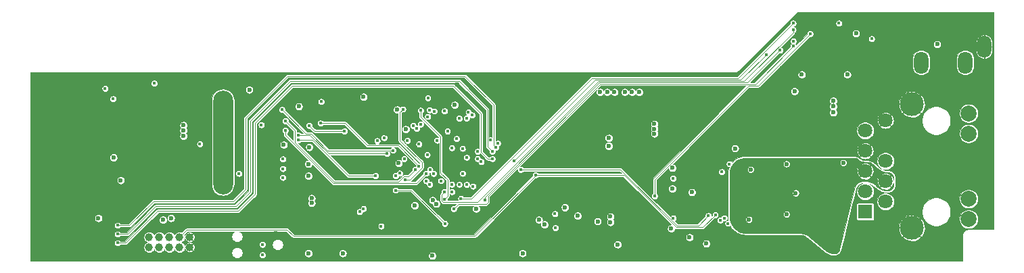
<source format=gbr>
G04 #@! TF.GenerationSoftware,KiCad,Pcbnew,5.1.9-73d0e3b20d~88~ubuntu20.04.1*
G04 #@! TF.CreationDate,2021-01-24T23:08:50+01:00*
G04 #@! TF.ProjectId,CIS,4349532e-6b69-4636-9164-5f7063625858,1.0.0*
G04 #@! TF.SameCoordinates,PX6bc3e40PY635f740*
G04 #@! TF.FileFunction,Copper,L3,Inr*
G04 #@! TF.FilePolarity,Positive*
%FSLAX46Y46*%
G04 Gerber Fmt 4.6, Leading zero omitted, Abs format (unit mm)*
G04 Created by KiCad (PCBNEW 5.1.9-73d0e3b20d~88~ubuntu20.04.1) date 2021-01-24 23:08:50*
%MOMM*%
%LPD*%
G01*
G04 APERTURE LIST*
G04 #@! TA.AperFunction,ComponentPad*
%ADD10C,1.000000*%
G04 #@! TD*
G04 #@! TA.AperFunction,ComponentPad*
%ADD11C,3.000000*%
G04 #@! TD*
G04 #@! TA.AperFunction,ComponentPad*
%ADD12C,2.000000*%
G04 #@! TD*
G04 #@! TA.AperFunction,ComponentPad*
%ADD13C,1.800000*%
G04 #@! TD*
G04 #@! TA.AperFunction,ComponentPad*
%ADD14R,1.800000X1.800000*%
G04 #@! TD*
G04 #@! TA.AperFunction,WasherPad*
%ADD15O,2.500000X13.000000*%
G04 #@! TD*
G04 #@! TA.AperFunction,ComponentPad*
%ADD16O,1.800000X2.800000*%
G04 #@! TD*
G04 #@! TA.AperFunction,ViaPad*
%ADD17C,0.600000*%
G04 #@! TD*
G04 #@! TA.AperFunction,ViaPad*
%ADD18C,0.450000*%
G04 #@! TD*
G04 #@! TA.AperFunction,Conductor*
%ADD19C,0.091000*%
G04 #@! TD*
G04 #@! TA.AperFunction,Conductor*
%ADD20C,0.200000*%
G04 #@! TD*
G04 #@! TA.AperFunction,Conductor*
%ADD21C,0.125000*%
G04 #@! TD*
G04 #@! TA.AperFunction,Conductor*
%ADD22C,1.500000*%
G04 #@! TD*
G04 APERTURE END LIST*
D10*
X15560000Y3635000D03*
X18100000Y2365000D03*
X16830000Y3635000D03*
X16830000Y2365000D03*
X18100000Y3635000D03*
X15560000Y2365000D03*
X19370000Y3635000D03*
X19370000Y2365000D03*
X20640000Y3635000D03*
X20640000Y2365000D03*
D11*
X111040000Y20260000D03*
X111040000Y4760000D03*
D12*
X118150000Y19140000D03*
X118150000Y16600000D03*
X118150000Y8420000D03*
D13*
X107740000Y18230000D03*
X105200000Y16960000D03*
X105200000Y14420000D03*
X107740000Y13150000D03*
X105200000Y11880000D03*
X107740000Y10610000D03*
X105200000Y9340000D03*
X107740000Y8070000D03*
D12*
X118150000Y5880000D03*
D14*
X105200000Y6800000D03*
D15*
X24800000Y15500000D03*
D16*
X120100000Y27500000D03*
X117700000Y25500000D03*
X112200000Y25500000D03*
D17*
X72000000Y21800000D03*
X72900000Y21800000D03*
X73800000Y21800000D03*
X75100000Y21800000D03*
X76900000Y21800000D03*
X76000000Y21800000D03*
X104050000Y29150000D03*
X102950000Y24000000D03*
X97250000Y24000000D03*
X96350000Y21900000D03*
X88900000Y14750000D03*
X81050000Y9700000D03*
X83500000Y9250000D03*
X73091000Y15050000D03*
X73100000Y16050000D03*
D18*
X54800000Y14733200D03*
X55300000Y13600000D03*
X52900000Y16900000D03*
X51598000Y15760900D03*
D17*
X85300000Y2824968D03*
X81050000Y12300000D03*
X80900000Y4700000D03*
X56500000Y7190001D03*
D18*
X54380000Y10220000D03*
X53448941Y14803043D03*
X49340000Y15290000D03*
D17*
X47683590Y17150000D03*
D18*
X50365158Y13944284D03*
X52079952Y10683900D03*
D17*
X48800000Y7600004D03*
X46600000Y19600008D03*
D18*
X54050000Y15961510D03*
D17*
X28100000Y22100000D03*
D18*
X54800124Y11600000D03*
D17*
X32400000Y15200000D03*
X35500000Y1600000D03*
X35600000Y14900000D03*
X12000000Y10750000D03*
D18*
X58300000Y15800000D03*
D17*
X42400000Y21200000D03*
X17300000Y5800000D03*
X18300000Y6000000D03*
X83200000Y3600000D03*
X74200000Y2700000D03*
X71700000Y5600000D03*
X73300000Y5500000D03*
X73300000Y6200000D03*
X62300000Y1600000D03*
X51000000Y1300000D03*
X39800000Y1600000D03*
D18*
X86427200Y6404300D03*
X63920000Y11410000D03*
X29750000Y1400000D03*
X46400000Y11300000D03*
X47482500Y13442500D03*
X29750000Y2700000D03*
D17*
X81050000Y7300000D03*
X72400000Y7900000D03*
X68950000Y16250000D03*
X101800000Y29750000D03*
X105350000Y30250000D03*
X87577800Y13872200D03*
X86150000Y9075000D03*
X86800000Y9750000D03*
X86775000Y8450000D03*
X87450000Y9075000D03*
X95350000Y12800000D03*
X99200000Y23400000D03*
X98500000Y25200000D03*
X108300000Y24500000D03*
X117850000Y28550000D03*
X105800000Y25150000D03*
X101750000Y25900000D03*
X101000000Y23450000D03*
X94750000Y24750000D03*
X86800000Y19855600D03*
X85800000Y15700000D03*
X85350000Y20550000D03*
X78050000Y19500000D03*
X76550000Y19200000D03*
X75850000Y19200000D03*
X75150000Y19200000D03*
X73900000Y19200000D03*
X73200000Y19200000D03*
X73900000Y14950000D03*
X76600000Y14400000D03*
X77900000Y14250000D03*
X80750000Y8500000D03*
X109900000Y12450000D03*
X102450000Y12950000D03*
X95350000Y6500000D03*
X96500000Y9150000D03*
X96500000Y2800000D03*
X90100000Y14900000D03*
X85500000Y14250000D03*
X83600000Y14150000D03*
X90640000Y5840000D03*
D18*
X53086000Y7085600D03*
D17*
X71400000Y7500000D03*
X68850000Y3850000D03*
X64600000Y2750000D03*
D18*
X59900000Y13900000D03*
X55330000Y14841800D03*
X54398000Y16650000D03*
X52500000Y15834000D03*
X52550000Y14800000D03*
X51533000Y12708700D03*
X50720000Y16645400D03*
D17*
X53350000Y21950000D03*
X45300000Y19300000D03*
X44200000Y19300000D03*
X43100000Y19300000D03*
D18*
X46000000Y13900000D03*
D17*
X60300000Y6300000D03*
X60800000Y7000000D03*
X48700000Y5400000D03*
X21900000Y16300000D03*
X21350000Y17600000D03*
X10250000Y14700000D03*
X9400000Y14700000D03*
X8550000Y14700000D03*
X7750000Y15750000D03*
D18*
X53000000Y20816000D03*
D17*
X14100000Y13600000D03*
X14100000Y12700000D03*
X14100000Y14450000D03*
X74950000Y14950000D03*
X88200000Y3100000D03*
X90850000Y12100000D03*
X79700000Y14500000D03*
X70099976Y3900000D03*
X65800000Y2800000D03*
X57700000Y6100000D03*
X57384587Y10756460D03*
X60800000Y10700000D03*
D18*
X59700014Y12900000D03*
X58070000Y13900000D03*
X54850000Y9770000D03*
X56212917Y11162454D03*
X55300000Y12070000D03*
X51170000Y10680000D03*
X53050000Y11566002D03*
X51590000Y14770000D03*
X50240000Y15270000D03*
X50240000Y12530000D03*
D17*
X47900000Y8500000D03*
X44099995Y12800005D03*
X44900000Y13600014D03*
X45299990Y16600000D03*
X45300004Y17700000D03*
X47600000Y21500000D03*
X61600000Y15400000D03*
X53700000Y6200000D03*
X54150000Y22750000D03*
X21200000Y5000000D03*
D18*
X53460000Y8370000D03*
D17*
X16250000Y12600000D03*
X62500000Y7800000D03*
X34800000Y20600000D03*
X29700000Y12200000D03*
X32700000Y10300000D03*
X33700000Y4400000D03*
X31400000Y4100000D03*
X33500000Y9600000D03*
X34900000Y9600000D03*
X29700000Y11100000D03*
X30100000Y13400000D03*
X37200000Y13200000D03*
X38000000Y9400000D03*
X8500000Y23500000D03*
X10700000Y23800000D03*
X12500000Y21900000D03*
X12200000Y22800000D03*
X9100000Y21600000D03*
X9700000Y12500000D03*
X8100000Y6000000D03*
X17900000Y10700000D03*
X16350000Y21950000D03*
X6400000Y14400000D03*
X6400000Y13700000D03*
X7000000Y14000000D03*
X47100000Y21900000D03*
X48100000Y21900000D03*
X43400000Y22000000D03*
X31200000Y1800000D03*
X91300000Y1400000D03*
X84200000Y6000000D03*
X80000000Y1400000D03*
X74100000Y4800000D03*
X66800000Y3274950D03*
X68800000Y1400000D03*
X63100000Y2800000D03*
X57600000Y1400000D03*
X46300000Y1400000D03*
X40500000Y4700000D03*
X50300000Y5500000D03*
X61800000Y5600000D03*
X120200000Y17500000D03*
X120200000Y10100000D03*
X9200000Y6000000D03*
X11100000Y13600000D03*
D18*
X32300000Y13400000D03*
X42400000Y7200000D03*
X41900000Y6800000D03*
X52570100Y5319800D03*
X46400000Y9500000D03*
D17*
X97700000Y12200000D03*
X97700000Y5900000D03*
X101400000Y2000000D03*
X89900000Y4600000D03*
X88800000Y6800000D03*
X88700000Y11100000D03*
X88900000Y12600000D03*
X101200000Y20700000D03*
X101200000Y19250000D03*
X101200000Y20000000D03*
X78800000Y17200000D03*
X78800000Y17800000D03*
X78800000Y16600000D03*
X19850000Y17650008D03*
X19850000Y16999980D03*
X19850000Y16300014D03*
X34300000Y20000000D03*
X35500000Y12800000D03*
X35500000Y11300000D03*
X35900000Y8500000D03*
X35900000Y7900000D03*
X67600000Y7350000D03*
X69199984Y6300000D03*
D18*
X57130000Y13066104D03*
X32300000Y12200000D03*
X32300000Y11100000D03*
X58520000Y13440000D03*
X11600000Y2900000D03*
X58503200Y14362200D03*
X11600000Y4000000D03*
X58961800Y14853300D03*
X11600000Y5100000D03*
X50440420Y18729167D03*
X55985400Y18914600D03*
X54367200Y18500200D03*
X55523600Y19276400D03*
X52540147Y19419800D03*
X56100000Y10000000D03*
D17*
X46800000Y12900000D03*
X53800000Y20200000D03*
X51500000Y7800000D03*
X51050000Y8250000D03*
D18*
X55300000Y10205300D03*
X56659528Y14359285D03*
D17*
X64350000Y5800000D03*
X65050000Y5200000D03*
D18*
X56660000Y13447200D03*
X87238000Y11799800D03*
X88200000Y12800000D03*
X48861900Y12063100D03*
X32600000Y18200000D03*
X40000000Y16900000D03*
X35600000Y17600000D03*
X50241300Y11617800D03*
X32600000Y17000000D03*
X34200000Y16400000D03*
X45300000Y14100000D03*
X34200000Y15800000D03*
X43900000Y11300000D03*
X55290100Y18540000D03*
X37100000Y20600000D03*
X49337900Y12523100D03*
X37000000Y17900000D03*
X49538594Y17777273D03*
X16200000Y22900000D03*
X51232911Y19406727D03*
X11050000Y20950000D03*
X47889100Y15729700D03*
X10050000Y22250000D03*
X66413051Y4793475D03*
X66350068Y6550000D03*
X50444800Y21055200D03*
X81150000Y11000000D03*
X81175000Y6000000D03*
D17*
X114200000Y27800000D03*
D18*
X106000000Y28475000D03*
X53449994Y10230000D03*
X48600000Y17600000D03*
X44600000Y5000000D03*
X59213200Y15387700D03*
X101904200Y30425000D03*
X61240700Y13200010D03*
X92802227Y26490973D03*
X85550000Y6300000D03*
X62055300Y12099990D03*
X49038262Y17231328D03*
X21900000Y15300000D03*
X57562500Y8234400D03*
X94543500Y27042900D03*
X44971226Y16079060D03*
X29600000Y17700000D03*
X44100000Y15700000D03*
X26800000Y11600000D03*
X50701100Y12081200D03*
X96199800Y28180800D03*
X78833500Y8771400D03*
X98300000Y29100000D03*
X53459800Y9304500D03*
X51160900Y11591900D03*
X88025000Y5350000D03*
X52540200Y9304500D03*
X96179100Y29611200D03*
X96172500Y30425000D03*
X54589566Y8457011D03*
X46067200Y14494700D03*
X32200000Y19600000D03*
X50687100Y10238400D03*
X87550000Y6025000D03*
X52540200Y8399200D03*
X49550000Y19500000D03*
X53688300Y7172400D03*
X96183300Y27540500D03*
X50650000Y19550000D03*
X46925000Y11625000D03*
X47315944Y19659157D03*
X47625000Y10850000D03*
X50241300Y10672500D03*
X87050000Y5756900D03*
D19*
X20298499Y4563499D02*
X19370000Y3635000D01*
X32786501Y4563499D02*
X20298499Y4563499D01*
X63920000Y11410000D02*
X63930000Y11400000D01*
X63930000Y11400000D02*
X75005300Y11400000D01*
X84901100Y4878200D02*
X86427200Y6404300D01*
X75005300Y11400000D02*
X81527100Y4878200D01*
X81527100Y4878200D02*
X84901100Y4878200D01*
X33600000Y3750000D02*
X32786501Y4563499D01*
X63920000Y11410000D02*
X63920000Y11350000D01*
X63920000Y11350000D02*
X56320000Y3750000D01*
X56320000Y3750000D02*
X33600000Y3750000D01*
X48389900Y9500000D02*
X52570100Y5319800D01*
X46400000Y9500000D02*
X48389900Y9500000D01*
D20*
X106470000Y10610000D02*
X105200000Y11880000D01*
X107740000Y10610000D02*
X106470000Y10610000D01*
X98020000Y11880000D02*
X97700000Y12200000D01*
X105200000Y11880000D02*
X98020000Y11880000D01*
X97700000Y12200000D02*
X92300000Y12200000D01*
X91900000Y12600000D02*
X88900000Y12600000D01*
X92300000Y12200000D02*
X91900000Y12600000D01*
X88900000Y12600000D02*
X88900000Y12000000D01*
X88700000Y11800000D02*
X88700000Y11100000D01*
X88900000Y12000000D02*
X88700000Y11800000D01*
X88700000Y6900000D02*
X88800000Y6800000D01*
X88700000Y11100000D02*
X88700000Y6900000D01*
X88800000Y5700000D02*
X89900000Y4600000D01*
X88800000Y6800000D02*
X88800000Y5700000D01*
X96400000Y4600000D02*
X97700000Y5900000D01*
X89900000Y4600000D02*
X96400000Y4600000D01*
X97700000Y5900000D02*
X99200000Y5900000D01*
X101400000Y3700000D02*
X101400000Y2000000D01*
X99200000Y5900000D02*
X101400000Y3700000D01*
D21*
X101200000Y20000000D02*
X101200000Y20700000D01*
D19*
X12650000Y2900000D02*
X11600000Y2900000D01*
X16650000Y6900000D02*
X12650000Y2900000D01*
X26700000Y6900000D02*
X16650000Y6900000D01*
X28800000Y9000000D02*
X26700000Y6900000D01*
X28800000Y17900000D02*
X28800000Y9000000D01*
X33500000Y22600000D02*
X28800000Y17900000D01*
X53600000Y22600000D02*
X33500000Y22600000D01*
X57100000Y19100000D02*
X53600000Y22600000D01*
X57100000Y14300000D02*
X57100000Y19100000D01*
X57960000Y13440000D02*
X57100000Y14300000D01*
X58520000Y13440000D02*
X57960000Y13440000D01*
X57900000Y19650000D02*
X57900000Y14965400D01*
X54350000Y23200000D02*
X57900000Y19650000D01*
X28200000Y9300000D02*
X28200000Y18200000D01*
X26400000Y7500000D02*
X28200000Y9300000D01*
X16400000Y7500000D02*
X26400000Y7500000D01*
X33200000Y23200000D02*
X54350000Y23200000D01*
X28200000Y18200000D02*
X33200000Y23200000D01*
X12900000Y4000000D02*
X16400000Y7500000D01*
X57900000Y14965400D02*
X58503200Y14362200D01*
X11600000Y4000000D02*
X12900000Y4000000D01*
X13100000Y5100000D02*
X11600000Y5100000D01*
X16100000Y8100000D02*
X13100000Y5100000D01*
X26100000Y8100000D02*
X16100000Y8100000D01*
X27600000Y9600000D02*
X26100000Y8100000D01*
X27600000Y18500000D02*
X27600000Y9600000D01*
X32900000Y23800000D02*
X27600000Y18500000D01*
X55100000Y23800000D02*
X32900000Y23800000D01*
X58700000Y20200000D02*
X55100000Y23800000D01*
X58700000Y15115100D02*
X58700000Y20200000D01*
X58961800Y14853300D02*
X58700000Y15115100D01*
X48038800Y11240000D02*
X48861900Y12063100D01*
X47465000Y11240000D02*
X48038800Y11240000D01*
X46797100Y10572100D02*
X47465000Y11240000D01*
X33800000Y15500000D02*
X38727900Y10572100D01*
X33800000Y17000000D02*
X33800000Y15500000D01*
X38727900Y10572100D02*
X46797100Y10572100D01*
X32600000Y18200000D02*
X33800000Y17000000D01*
X36300000Y16900000D02*
X40000000Y16900000D01*
X35600000Y17600000D02*
X36300000Y16900000D01*
X49013500Y10390000D02*
X50241300Y11617800D01*
X38610000Y10390000D02*
X49013500Y10390000D01*
X32600000Y16400000D02*
X38610000Y10390000D01*
X32600000Y17000000D02*
X32600000Y16400000D01*
X38000000Y14100000D02*
X45300000Y14100000D01*
X35700000Y16400000D02*
X38000000Y14100000D01*
X34200000Y16400000D02*
X35700000Y16400000D01*
X36000000Y15800000D02*
X34200000Y15800000D01*
X40500000Y11300000D02*
X36000000Y15800000D01*
X43900000Y11300000D02*
X40500000Y11300000D01*
X37000000Y17900000D02*
X40100000Y17900000D01*
X40100000Y17900000D02*
X42900000Y15100000D01*
X46761000Y15100000D02*
X49337900Y12523100D01*
X42900000Y15100000D02*
X46761000Y15100000D01*
X89639298Y23328044D02*
X92802227Y26490973D01*
X71368734Y23328044D02*
X89639298Y23328044D01*
X61240700Y13200010D02*
X71368734Y23328044D01*
X81602700Y5060600D02*
X74563310Y12099990D01*
X84310600Y5060600D02*
X81602700Y5060600D01*
X85550000Y6300000D02*
X84310600Y5060600D01*
X62373498Y12099990D02*
X62055300Y12099990D01*
X74563310Y12099990D02*
X62373498Y12099990D01*
X94543500Y27042900D02*
X90464622Y22964022D01*
X71878826Y22964022D02*
X57562500Y8647696D01*
X57562500Y8647696D02*
X57562500Y8234400D01*
X90464622Y22964022D02*
X71878826Y22964022D01*
X78833500Y8771400D02*
X78833500Y10833500D01*
X91800000Y22600000D02*
X96200000Y27000000D01*
X78833500Y10833500D02*
X90600000Y22600000D01*
X96200000Y27000000D02*
X98300000Y29100000D01*
X90600000Y22600000D02*
X91800000Y22600000D01*
X96179100Y29293002D02*
X96179100Y29611200D01*
X90032131Y23146033D02*
X96179100Y29293002D01*
X71803435Y23146033D02*
X90032131Y23146033D01*
X56657402Y8000000D02*
X71803435Y23146033D01*
X52367600Y8000000D02*
X56657402Y8000000D01*
X52170700Y8196900D02*
X52367600Y8000000D01*
X52170700Y8935000D02*
X52170700Y8196900D01*
X52540200Y9304500D02*
X52170700Y8935000D01*
X70970055Y23510055D02*
X89257555Y23510055D01*
X55917011Y8457011D02*
X70970055Y23510055D01*
X89257555Y23510055D02*
X96172500Y30425000D01*
X54589566Y8457011D02*
X55917011Y8457011D01*
X37905300Y14494700D02*
X46067200Y14494700D01*
X35200000Y16600000D02*
X35800000Y16600000D01*
X35800000Y16600000D02*
X37905300Y14494700D01*
X32200000Y19600000D02*
X35200000Y16600000D01*
X52040000Y16190000D02*
X49550000Y18680000D01*
X52040000Y11690000D02*
X52040000Y16190000D01*
X49550000Y18680000D02*
X49550000Y19500000D01*
X52928499Y10801501D02*
X52040000Y11690000D01*
X52928499Y8787499D02*
X52928499Y10801501D01*
X52540200Y8399200D02*
X52928499Y8787499D01*
X91424811Y22782011D02*
X96183300Y27540500D01*
X71954217Y22782011D02*
X91424811Y22782011D01*
X57980000Y8040000D02*
X57980000Y8807794D01*
X57730000Y7790000D02*
X57980000Y8040000D01*
X57980000Y8807794D02*
X71954217Y22782011D01*
X54305900Y7790000D02*
X57730000Y7790000D01*
X53688300Y7172400D02*
X54305900Y7790000D01*
X46930000Y15749600D02*
X46930000Y19273213D01*
X49699800Y12979800D02*
X46930000Y15749600D01*
X49699800Y12311200D02*
X49699800Y12979800D01*
X48238600Y10850000D02*
X49699800Y12311200D01*
X46930000Y19273213D02*
X47315944Y19659157D01*
X47625000Y10850000D02*
X48238600Y10850000D01*
X121304501Y4595500D02*
X118134167Y4595500D01*
X118100000Y4598865D01*
X118065834Y4595500D01*
X118065833Y4595500D01*
X117963658Y4585437D01*
X117832556Y4545667D01*
X117711731Y4481085D01*
X117605828Y4394172D01*
X117518915Y4288269D01*
X117454333Y4167444D01*
X117414563Y4036342D01*
X117401135Y3900000D01*
X117404501Y3865823D01*
X117404500Y695500D01*
X695500Y695500D01*
X695500Y2941416D01*
X11179500Y2941416D01*
X11179500Y2858584D01*
X11195659Y2777345D01*
X11227357Y2700818D01*
X11273376Y2631947D01*
X11331947Y2573376D01*
X11400818Y2527357D01*
X11477345Y2495659D01*
X11558584Y2479500D01*
X11641416Y2479500D01*
X11722655Y2495659D01*
X11799182Y2527357D01*
X11868053Y2573376D01*
X11926624Y2631947D01*
X11944701Y2659000D01*
X12638171Y2659000D01*
X12650000Y2657835D01*
X12661829Y2659000D01*
X12661839Y2659000D01*
X12697244Y2662487D01*
X12742673Y2676268D01*
X12784540Y2698646D01*
X12821237Y2728763D01*
X12828785Y2737960D01*
X13794326Y3703501D01*
X14864500Y3703501D01*
X14864500Y3566499D01*
X14891228Y3432130D01*
X14943656Y3305557D01*
X15019770Y3191645D01*
X15116645Y3094770D01*
X15230557Y3018656D01*
X15275597Y3000000D01*
X15230557Y2981344D01*
X15116645Y2905230D01*
X15019770Y2808355D01*
X14943656Y2694443D01*
X14891228Y2567870D01*
X14864500Y2433501D01*
X14864500Y2296499D01*
X14891228Y2162130D01*
X14943656Y2035557D01*
X15019770Y1921645D01*
X15116645Y1824770D01*
X15230557Y1748656D01*
X15357130Y1696228D01*
X15491499Y1669500D01*
X15628501Y1669500D01*
X15762870Y1696228D01*
X15889443Y1748656D01*
X16003355Y1824770D01*
X16100230Y1921645D01*
X16176344Y2035557D01*
X16195000Y2080597D01*
X16213656Y2035557D01*
X16289770Y1921645D01*
X16386645Y1824770D01*
X16500557Y1748656D01*
X16627130Y1696228D01*
X16761499Y1669500D01*
X16898501Y1669500D01*
X17032870Y1696228D01*
X17159443Y1748656D01*
X17273355Y1824770D01*
X17370230Y1921645D01*
X17446344Y2035557D01*
X17465000Y2080597D01*
X17483656Y2035557D01*
X17559770Y1921645D01*
X17656645Y1824770D01*
X17770557Y1748656D01*
X17897130Y1696228D01*
X18031499Y1669500D01*
X18168501Y1669500D01*
X18302870Y1696228D01*
X18429443Y1748656D01*
X18543355Y1824770D01*
X18640230Y1921645D01*
X18716344Y2035557D01*
X18735000Y2080597D01*
X18753656Y2035557D01*
X18829770Y1921645D01*
X18926645Y1824770D01*
X19040557Y1748656D01*
X19167130Y1696228D01*
X19301499Y1669500D01*
X19438501Y1669500D01*
X19572870Y1696228D01*
X19699443Y1748656D01*
X19813355Y1824770D01*
X19905112Y1916527D01*
X20233247Y1916527D01*
X20288331Y1830780D01*
X20399309Y1772437D01*
X20519537Y1736867D01*
X20644395Y1725435D01*
X20769083Y1738582D01*
X20812368Y1752038D01*
X25869200Y1752038D01*
X25869200Y1615962D01*
X25895748Y1482501D01*
X25947821Y1356784D01*
X26023421Y1243641D01*
X26119641Y1147421D01*
X26232784Y1071821D01*
X26358501Y1019748D01*
X26491962Y993200D01*
X26628038Y993200D01*
X26761499Y1019748D01*
X26887216Y1071821D01*
X27000359Y1147421D01*
X27096579Y1243641D01*
X27172179Y1356784D01*
X27207234Y1441416D01*
X29329500Y1441416D01*
X29329500Y1358584D01*
X29345659Y1277345D01*
X29377357Y1200818D01*
X29423376Y1131947D01*
X29481947Y1073376D01*
X29550818Y1027357D01*
X29627345Y995659D01*
X29708584Y979500D01*
X29791416Y979500D01*
X29872655Y995659D01*
X29949182Y1027357D01*
X30018053Y1073376D01*
X30076624Y1131947D01*
X30122643Y1200818D01*
X30154341Y1277345D01*
X30170500Y1358584D01*
X30170500Y1441416D01*
X30154341Y1522655D01*
X30122643Y1599182D01*
X30089487Y1648803D01*
X35004500Y1648803D01*
X35004500Y1551197D01*
X35023541Y1455468D01*
X35060893Y1365293D01*
X35115120Y1284137D01*
X35184137Y1215120D01*
X35265293Y1160893D01*
X35355468Y1123541D01*
X35451197Y1104500D01*
X35548803Y1104500D01*
X35644532Y1123541D01*
X35734707Y1160893D01*
X35815863Y1215120D01*
X35884880Y1284137D01*
X35939107Y1365293D01*
X35976459Y1455468D01*
X35995500Y1551197D01*
X35995500Y1648803D01*
X39304500Y1648803D01*
X39304500Y1551197D01*
X39323541Y1455468D01*
X39360893Y1365293D01*
X39415120Y1284137D01*
X39484137Y1215120D01*
X39565293Y1160893D01*
X39655468Y1123541D01*
X39751197Y1104500D01*
X39848803Y1104500D01*
X39944532Y1123541D01*
X40034707Y1160893D01*
X40115863Y1215120D01*
X40184880Y1284137D01*
X40228088Y1348803D01*
X50504500Y1348803D01*
X50504500Y1251197D01*
X50523541Y1155468D01*
X50560893Y1065293D01*
X50615120Y984137D01*
X50684137Y915120D01*
X50765293Y860893D01*
X50855468Y823541D01*
X50951197Y804500D01*
X51048803Y804500D01*
X51144532Y823541D01*
X51234707Y860893D01*
X51315863Y915120D01*
X51384880Y984137D01*
X51439107Y1065293D01*
X51476459Y1155468D01*
X51495500Y1251197D01*
X51495500Y1348803D01*
X51476459Y1444532D01*
X51439107Y1534707D01*
X51384880Y1615863D01*
X51351940Y1648803D01*
X61804500Y1648803D01*
X61804500Y1551197D01*
X61823541Y1455468D01*
X61860893Y1365293D01*
X61915120Y1284137D01*
X61984137Y1215120D01*
X62065293Y1160893D01*
X62155468Y1123541D01*
X62251197Y1104500D01*
X62348803Y1104500D01*
X62444532Y1123541D01*
X62534707Y1160893D01*
X62615863Y1215120D01*
X62684880Y1284137D01*
X62739107Y1365293D01*
X62776459Y1455468D01*
X62795500Y1551197D01*
X62795500Y1648803D01*
X62776459Y1744532D01*
X62739107Y1834707D01*
X62684880Y1915863D01*
X62615863Y1984880D01*
X62534707Y2039107D01*
X62444532Y2076459D01*
X62348803Y2095500D01*
X62251197Y2095500D01*
X62155468Y2076459D01*
X62065293Y2039107D01*
X61984137Y1984880D01*
X61915120Y1915863D01*
X61860893Y1834707D01*
X61823541Y1744532D01*
X61804500Y1648803D01*
X51351940Y1648803D01*
X51315863Y1684880D01*
X51234707Y1739107D01*
X51144532Y1776459D01*
X51048803Y1795500D01*
X50951197Y1795500D01*
X50855468Y1776459D01*
X50765293Y1739107D01*
X50684137Y1684880D01*
X50615120Y1615863D01*
X50560893Y1534707D01*
X50523541Y1444532D01*
X50504500Y1348803D01*
X40228088Y1348803D01*
X40239107Y1365293D01*
X40276459Y1455468D01*
X40295500Y1551197D01*
X40295500Y1648803D01*
X40276459Y1744532D01*
X40239107Y1834707D01*
X40184880Y1915863D01*
X40115863Y1984880D01*
X40034707Y2039107D01*
X39944532Y2076459D01*
X39848803Y2095500D01*
X39751197Y2095500D01*
X39655468Y2076459D01*
X39565293Y2039107D01*
X39484137Y1984880D01*
X39415120Y1915863D01*
X39360893Y1834707D01*
X39323541Y1744532D01*
X39304500Y1648803D01*
X35995500Y1648803D01*
X35976459Y1744532D01*
X35939107Y1834707D01*
X35884880Y1915863D01*
X35815863Y1984880D01*
X35734707Y2039107D01*
X35644532Y2076459D01*
X35548803Y2095500D01*
X35451197Y2095500D01*
X35355468Y2076459D01*
X35265293Y2039107D01*
X35184137Y1984880D01*
X35115120Y1915863D01*
X35060893Y1834707D01*
X35023541Y1744532D01*
X35004500Y1648803D01*
X30089487Y1648803D01*
X30076624Y1668053D01*
X30018053Y1726624D01*
X29949182Y1772643D01*
X29872655Y1804341D01*
X29791416Y1820500D01*
X29708584Y1820500D01*
X29627345Y1804341D01*
X29550818Y1772643D01*
X29481947Y1726624D01*
X29423376Y1668053D01*
X29377357Y1599182D01*
X29345659Y1522655D01*
X29329500Y1441416D01*
X27207234Y1441416D01*
X27224252Y1482501D01*
X27250800Y1615962D01*
X27250800Y1752038D01*
X27224252Y1885499D01*
X27172179Y2011216D01*
X27096579Y2124359D01*
X27000359Y2220579D01*
X26887216Y2296179D01*
X26761499Y2348252D01*
X26628038Y2374800D01*
X26491962Y2374800D01*
X26358501Y2348252D01*
X26232784Y2296179D01*
X26119641Y2220579D01*
X26023421Y2124359D01*
X25947821Y2011216D01*
X25895748Y1885499D01*
X25869200Y1752038D01*
X20812368Y1752038D01*
X20888810Y1775801D01*
X20991669Y1830780D01*
X21046753Y1916527D01*
X20640000Y2323281D01*
X20233247Y1916527D01*
X19905112Y1916527D01*
X19910230Y1921645D01*
X19986344Y2035557D01*
X20037485Y2159024D01*
X20050801Y2116190D01*
X20105780Y2013331D01*
X20191527Y1958247D01*
X20598281Y2365000D01*
X20681719Y2365000D01*
X21088473Y1958247D01*
X21174220Y2013331D01*
X21232563Y2124309D01*
X21268133Y2244537D01*
X21279565Y2369395D01*
X21266418Y2494083D01*
X21229199Y2613810D01*
X21174220Y2716669D01*
X21135698Y2741416D01*
X29329500Y2741416D01*
X29329500Y2658584D01*
X29345659Y2577345D01*
X29377357Y2500818D01*
X29423376Y2431947D01*
X29481947Y2373376D01*
X29550818Y2327357D01*
X29627345Y2295659D01*
X29708584Y2279500D01*
X29791416Y2279500D01*
X29872655Y2295659D01*
X29949182Y2327357D01*
X30018053Y2373376D01*
X30076624Y2431947D01*
X30122643Y2500818D01*
X30154341Y2577345D01*
X30170500Y2658584D01*
X30170500Y2741416D01*
X30165205Y2768038D01*
X30949200Y2768038D01*
X30949200Y2631962D01*
X30975748Y2498501D01*
X31027821Y2372784D01*
X31103421Y2259641D01*
X31199641Y2163421D01*
X31312784Y2087821D01*
X31438501Y2035748D01*
X31571962Y2009200D01*
X31708038Y2009200D01*
X31841499Y2035748D01*
X31967216Y2087821D01*
X32080359Y2163421D01*
X32176579Y2259641D01*
X32252179Y2372784D01*
X32304252Y2498501D01*
X32330800Y2631962D01*
X32330800Y2748803D01*
X73704500Y2748803D01*
X73704500Y2651197D01*
X73723541Y2555468D01*
X73760893Y2465293D01*
X73815120Y2384137D01*
X73884137Y2315120D01*
X73965293Y2260893D01*
X74055468Y2223541D01*
X74151197Y2204500D01*
X74248803Y2204500D01*
X74344532Y2223541D01*
X74434707Y2260893D01*
X74515863Y2315120D01*
X74584880Y2384137D01*
X74639107Y2465293D01*
X74676459Y2555468D01*
X74695500Y2651197D01*
X74695500Y2748803D01*
X74676459Y2844532D01*
X74664348Y2873771D01*
X84804500Y2873771D01*
X84804500Y2776165D01*
X84823541Y2680436D01*
X84860893Y2590261D01*
X84915120Y2509105D01*
X84984137Y2440088D01*
X85065293Y2385861D01*
X85155468Y2348509D01*
X85251197Y2329468D01*
X85348803Y2329468D01*
X85444532Y2348509D01*
X85534707Y2385861D01*
X85615863Y2440088D01*
X85684880Y2509105D01*
X85739107Y2590261D01*
X85776459Y2680436D01*
X85795500Y2776165D01*
X85795500Y2873771D01*
X85776459Y2969500D01*
X85739107Y3059675D01*
X85684880Y3140831D01*
X85615863Y3209848D01*
X85534707Y3264075D01*
X85444532Y3301427D01*
X85348803Y3320468D01*
X85251197Y3320468D01*
X85155468Y3301427D01*
X85065293Y3264075D01*
X84984137Y3209848D01*
X84915120Y3140831D01*
X84860893Y3059675D01*
X84823541Y2969500D01*
X84804500Y2873771D01*
X74664348Y2873771D01*
X74639107Y2934707D01*
X74584880Y3015863D01*
X74515863Y3084880D01*
X74434707Y3139107D01*
X74344532Y3176459D01*
X74248803Y3195500D01*
X74151197Y3195500D01*
X74055468Y3176459D01*
X73965293Y3139107D01*
X73884137Y3084880D01*
X73815120Y3015863D01*
X73760893Y2934707D01*
X73723541Y2844532D01*
X73704500Y2748803D01*
X32330800Y2748803D01*
X32330800Y2768038D01*
X32304252Y2901499D01*
X32252179Y3027216D01*
X32176579Y3140359D01*
X32080359Y3236579D01*
X31967216Y3312179D01*
X31841499Y3364252D01*
X31708038Y3390800D01*
X31571962Y3390800D01*
X31438501Y3364252D01*
X31312784Y3312179D01*
X31199641Y3236579D01*
X31103421Y3140359D01*
X31027821Y3027216D01*
X30975748Y2901499D01*
X30949200Y2768038D01*
X30165205Y2768038D01*
X30154341Y2822655D01*
X30122643Y2899182D01*
X30076624Y2968053D01*
X30018053Y3026624D01*
X29949182Y3072643D01*
X29872655Y3104341D01*
X29791416Y3120500D01*
X29708584Y3120500D01*
X29627345Y3104341D01*
X29550818Y3072643D01*
X29481947Y3026624D01*
X29423376Y2968053D01*
X29377357Y2899182D01*
X29345659Y2822655D01*
X29329500Y2741416D01*
X21135698Y2741416D01*
X21088473Y2771753D01*
X20681719Y2365000D01*
X20598281Y2365000D01*
X20191527Y2771753D01*
X20105780Y2716669D01*
X20047437Y2605691D01*
X20037299Y2571425D01*
X19986344Y2694443D01*
X19910230Y2808355D01*
X19813355Y2905230D01*
X19699443Y2981344D01*
X19654403Y3000000D01*
X19699443Y3018656D01*
X19813355Y3094770D01*
X19905112Y3186527D01*
X20233247Y3186527D01*
X20288331Y3100780D01*
X20399309Y3042437D01*
X20519537Y3006867D01*
X20593345Y3000109D01*
X20510917Y2991418D01*
X20391190Y2954199D01*
X20288331Y2899220D01*
X20233247Y2813473D01*
X20640000Y2406719D01*
X21046753Y2813473D01*
X20991669Y2899220D01*
X20880691Y2957563D01*
X20760463Y2993133D01*
X20686655Y2999891D01*
X20769083Y3008582D01*
X20888810Y3045801D01*
X20991669Y3100780D01*
X21046753Y3186527D01*
X20640000Y3593281D01*
X20233247Y3186527D01*
X19905112Y3186527D01*
X19910230Y3191645D01*
X19986344Y3305557D01*
X20037485Y3429024D01*
X20050801Y3386190D01*
X20105780Y3283331D01*
X20191527Y3228247D01*
X20598281Y3635000D01*
X20681719Y3635000D01*
X21088473Y3228247D01*
X21174220Y3283331D01*
X21232563Y3394309D01*
X21268133Y3514537D01*
X21279565Y3639395D01*
X21266418Y3764083D01*
X21229199Y3883810D01*
X21174220Y3986669D01*
X21088473Y4041753D01*
X20681719Y3635000D01*
X20598281Y3635000D01*
X20191527Y4041753D01*
X20105780Y3986669D01*
X20047437Y3875691D01*
X20037299Y3841425D01*
X20002138Y3926313D01*
X20159298Y4083473D01*
X20233247Y4083473D01*
X20640000Y3676719D01*
X21046753Y4083473D01*
X20991669Y4169220D01*
X20880691Y4227563D01*
X20760463Y4263133D01*
X20635605Y4274565D01*
X20510917Y4261418D01*
X20391190Y4224199D01*
X20288331Y4169220D01*
X20233247Y4083473D01*
X20159298Y4083473D01*
X20398325Y4322499D01*
X26224283Y4322499D01*
X26119641Y4252579D01*
X26023421Y4156359D01*
X25947821Y4043216D01*
X25895748Y3917499D01*
X25869200Y3784038D01*
X25869200Y3647962D01*
X25895748Y3514501D01*
X25947821Y3388784D01*
X26023421Y3275641D01*
X26119641Y3179421D01*
X26232784Y3103821D01*
X26358501Y3051748D01*
X26491962Y3025200D01*
X26628038Y3025200D01*
X26761499Y3051748D01*
X26887216Y3103821D01*
X27000359Y3179421D01*
X27096579Y3275641D01*
X27172179Y3388784D01*
X27224252Y3514501D01*
X27250800Y3647962D01*
X27250800Y3784038D01*
X27224252Y3917499D01*
X27172179Y4043216D01*
X27096579Y4156359D01*
X27000359Y4252579D01*
X26895717Y4322499D01*
X32686676Y4322499D01*
X33421215Y3587960D01*
X33428763Y3578763D01*
X33465460Y3548646D01*
X33507327Y3526268D01*
X33552756Y3512487D01*
X33588161Y3509000D01*
X33588170Y3509000D01*
X33599999Y3507835D01*
X33611828Y3509000D01*
X56308171Y3509000D01*
X56320000Y3507835D01*
X56331829Y3509000D01*
X56331839Y3509000D01*
X56367244Y3512487D01*
X56412673Y3526268D01*
X56454540Y3548646D01*
X56491237Y3578763D01*
X56498785Y3587960D01*
X56559628Y3648803D01*
X82704500Y3648803D01*
X82704500Y3551197D01*
X82723541Y3455468D01*
X82760893Y3365293D01*
X82815120Y3284137D01*
X82884137Y3215120D01*
X82965293Y3160893D01*
X83055468Y3123541D01*
X83151197Y3104500D01*
X83248803Y3104500D01*
X83344532Y3123541D01*
X83434707Y3160893D01*
X83515863Y3215120D01*
X83584880Y3284137D01*
X83639107Y3365293D01*
X83676459Y3455468D01*
X83695500Y3551197D01*
X83695500Y3648803D01*
X83676459Y3744532D01*
X83639107Y3834707D01*
X83584880Y3915863D01*
X83515863Y3984880D01*
X83434707Y4039107D01*
X83344532Y4076459D01*
X83248803Y4095500D01*
X83151197Y4095500D01*
X83055468Y4076459D01*
X82965293Y4039107D01*
X82884137Y3984880D01*
X82815120Y3915863D01*
X82760893Y3834707D01*
X82723541Y3744532D01*
X82704500Y3648803D01*
X56559628Y3648803D01*
X58759628Y5848803D01*
X63854500Y5848803D01*
X63854500Y5751197D01*
X63873541Y5655468D01*
X63910893Y5565293D01*
X63965120Y5484137D01*
X64034137Y5415120D01*
X64115293Y5360893D01*
X64205468Y5323541D01*
X64301197Y5304500D01*
X64398803Y5304500D01*
X64494532Y5323541D01*
X64579409Y5358698D01*
X64573541Y5344532D01*
X64554500Y5248803D01*
X64554500Y5151197D01*
X64573541Y5055468D01*
X64610893Y4965293D01*
X64665120Y4884137D01*
X64734137Y4815120D01*
X64815293Y4760893D01*
X64905468Y4723541D01*
X65001197Y4704500D01*
X65098803Y4704500D01*
X65194532Y4723541D01*
X65284707Y4760893D01*
X65365863Y4815120D01*
X65385634Y4834891D01*
X65992551Y4834891D01*
X65992551Y4752059D01*
X66008710Y4670820D01*
X66040408Y4594293D01*
X66086427Y4525422D01*
X66144998Y4466851D01*
X66213869Y4420832D01*
X66290396Y4389134D01*
X66371635Y4372975D01*
X66454467Y4372975D01*
X66535706Y4389134D01*
X66612233Y4420832D01*
X66681104Y4466851D01*
X66739675Y4525422D01*
X66785694Y4594293D01*
X66817392Y4670820D01*
X66833551Y4752059D01*
X66833551Y4834891D01*
X66817392Y4916130D01*
X66785694Y4992657D01*
X66739675Y5061528D01*
X66681104Y5120099D01*
X66612233Y5166118D01*
X66535706Y5197816D01*
X66454467Y5213975D01*
X66371635Y5213975D01*
X66290396Y5197816D01*
X66213869Y5166118D01*
X66144998Y5120099D01*
X66086427Y5061528D01*
X66040408Y4992657D01*
X66008710Y4916130D01*
X65992551Y4834891D01*
X65385634Y4834891D01*
X65434880Y4884137D01*
X65489107Y4965293D01*
X65526459Y5055468D01*
X65545500Y5151197D01*
X65545500Y5248803D01*
X65526459Y5344532D01*
X65489107Y5434707D01*
X65434880Y5515863D01*
X65365863Y5584880D01*
X65284707Y5639107D01*
X65261299Y5648803D01*
X71204500Y5648803D01*
X71204500Y5551197D01*
X71223541Y5455468D01*
X71260893Y5365293D01*
X71315120Y5284137D01*
X71384137Y5215120D01*
X71465293Y5160893D01*
X71555468Y5123541D01*
X71651197Y5104500D01*
X71748803Y5104500D01*
X71844532Y5123541D01*
X71934707Y5160893D01*
X72015863Y5215120D01*
X72084880Y5284137D01*
X72139107Y5365293D01*
X72176459Y5455468D01*
X72195500Y5551197D01*
X72195500Y5648803D01*
X72176459Y5744532D01*
X72139107Y5834707D01*
X72084880Y5915863D01*
X72015863Y5984880D01*
X71934707Y6039107D01*
X71844532Y6076459D01*
X71748803Y6095500D01*
X71651197Y6095500D01*
X71555468Y6076459D01*
X71465293Y6039107D01*
X71384137Y5984880D01*
X71315120Y5915863D01*
X71260893Y5834707D01*
X71223541Y5744532D01*
X71204500Y5648803D01*
X65261299Y5648803D01*
X65194532Y5676459D01*
X65098803Y5695500D01*
X65001197Y5695500D01*
X64905468Y5676459D01*
X64820591Y5641302D01*
X64826459Y5655468D01*
X64845500Y5751197D01*
X64845500Y5848803D01*
X64826459Y5944532D01*
X64789107Y6034707D01*
X64734880Y6115863D01*
X64665863Y6184880D01*
X64584707Y6239107D01*
X64494532Y6276459D01*
X64398803Y6295500D01*
X64301197Y6295500D01*
X64205468Y6276459D01*
X64115293Y6239107D01*
X64034137Y6184880D01*
X63965120Y6115863D01*
X63910893Y6034707D01*
X63873541Y5944532D01*
X63854500Y5848803D01*
X58759628Y5848803D01*
X59502241Y6591416D01*
X65929568Y6591416D01*
X65929568Y6508584D01*
X65945727Y6427345D01*
X65977425Y6350818D01*
X66023444Y6281947D01*
X66082015Y6223376D01*
X66150886Y6177357D01*
X66227413Y6145659D01*
X66308652Y6129500D01*
X66391484Y6129500D01*
X66472723Y6145659D01*
X66549250Y6177357D01*
X66618121Y6223376D01*
X66676692Y6281947D01*
X66721364Y6348803D01*
X68704484Y6348803D01*
X68704484Y6251197D01*
X68723525Y6155468D01*
X68760877Y6065293D01*
X68815104Y5984137D01*
X68884121Y5915120D01*
X68965277Y5860893D01*
X69055452Y5823541D01*
X69151181Y5804500D01*
X69248787Y5804500D01*
X69344516Y5823541D01*
X69434691Y5860893D01*
X69515847Y5915120D01*
X69584864Y5984137D01*
X69639091Y6065293D01*
X69676443Y6155468D01*
X69695007Y6248803D01*
X72804500Y6248803D01*
X72804500Y6151197D01*
X72823541Y6055468D01*
X72860893Y5965293D01*
X72915120Y5884137D01*
X72949257Y5850000D01*
X72915120Y5815863D01*
X72860893Y5734707D01*
X72823541Y5644532D01*
X72804500Y5548803D01*
X72804500Y5451197D01*
X72823541Y5355468D01*
X72860893Y5265293D01*
X72915120Y5184137D01*
X72984137Y5115120D01*
X73065293Y5060893D01*
X73155468Y5023541D01*
X73251197Y5004500D01*
X73348803Y5004500D01*
X73444532Y5023541D01*
X73534707Y5060893D01*
X73615863Y5115120D01*
X73684880Y5184137D01*
X73739107Y5265293D01*
X73776459Y5355468D01*
X73795500Y5451197D01*
X73795500Y5548803D01*
X73776459Y5644532D01*
X73739107Y5734707D01*
X73684880Y5815863D01*
X73650743Y5850000D01*
X73684880Y5884137D01*
X73739107Y5965293D01*
X73776459Y6055468D01*
X73795500Y6151197D01*
X73795500Y6248803D01*
X73776459Y6344532D01*
X73739107Y6434707D01*
X73684880Y6515863D01*
X73615863Y6584880D01*
X73534707Y6639107D01*
X73444532Y6676459D01*
X73348803Y6695500D01*
X73251197Y6695500D01*
X73155468Y6676459D01*
X73065293Y6639107D01*
X72984137Y6584880D01*
X72915120Y6515863D01*
X72860893Y6434707D01*
X72823541Y6344532D01*
X72804500Y6248803D01*
X69695007Y6248803D01*
X69695484Y6251197D01*
X69695484Y6348803D01*
X69676443Y6444532D01*
X69639091Y6534707D01*
X69584864Y6615863D01*
X69515847Y6684880D01*
X69434691Y6739107D01*
X69344516Y6776459D01*
X69248787Y6795500D01*
X69151181Y6795500D01*
X69055452Y6776459D01*
X68965277Y6739107D01*
X68884121Y6684880D01*
X68815104Y6615863D01*
X68760877Y6534707D01*
X68723525Y6444532D01*
X68704484Y6348803D01*
X66721364Y6348803D01*
X66722711Y6350818D01*
X66754409Y6427345D01*
X66770568Y6508584D01*
X66770568Y6591416D01*
X66754409Y6672655D01*
X66722711Y6749182D01*
X66676692Y6818053D01*
X66618121Y6876624D01*
X66549250Y6922643D01*
X66472723Y6954341D01*
X66391484Y6970500D01*
X66308652Y6970500D01*
X66227413Y6954341D01*
X66150886Y6922643D01*
X66082015Y6876624D01*
X66023444Y6818053D01*
X65977425Y6749182D01*
X65945727Y6672655D01*
X65929568Y6591416D01*
X59502241Y6591416D01*
X60309628Y7398803D01*
X67104500Y7398803D01*
X67104500Y7301197D01*
X67123541Y7205468D01*
X67160893Y7115293D01*
X67215120Y7034137D01*
X67284137Y6965120D01*
X67365293Y6910893D01*
X67455468Y6873541D01*
X67551197Y6854500D01*
X67648803Y6854500D01*
X67744532Y6873541D01*
X67834707Y6910893D01*
X67915863Y6965120D01*
X67984880Y7034137D01*
X68039107Y7115293D01*
X68076459Y7205468D01*
X68095500Y7301197D01*
X68095500Y7398803D01*
X68076459Y7494532D01*
X68039107Y7584707D01*
X67984880Y7665863D01*
X67915863Y7734880D01*
X67834707Y7789107D01*
X67744532Y7826459D01*
X67648803Y7845500D01*
X67551197Y7845500D01*
X67455468Y7826459D01*
X67365293Y7789107D01*
X67284137Y7734880D01*
X67215120Y7665863D01*
X67160893Y7584707D01*
X67123541Y7494532D01*
X67104500Y7398803D01*
X60309628Y7398803D01*
X63900326Y10989500D01*
X63961416Y10989500D01*
X64042655Y11005659D01*
X64119182Y11037357D01*
X64188053Y11083376D01*
X64246624Y11141947D01*
X64258019Y11159000D01*
X74905475Y11159000D01*
X80868974Y5195500D01*
X80851197Y5195500D01*
X80755468Y5176459D01*
X80665293Y5139107D01*
X80584137Y5084880D01*
X80515120Y5015863D01*
X80460893Y4934707D01*
X80423541Y4844532D01*
X80404500Y4748803D01*
X80404500Y4651197D01*
X80423541Y4555468D01*
X80460893Y4465293D01*
X80515120Y4384137D01*
X80584137Y4315120D01*
X80665293Y4260893D01*
X80755468Y4223541D01*
X80851197Y4204500D01*
X80948803Y4204500D01*
X81044532Y4223541D01*
X81134707Y4260893D01*
X81215863Y4315120D01*
X81284880Y4384137D01*
X81339107Y4465293D01*
X81376459Y4555468D01*
X81395500Y4651197D01*
X81395500Y4675275D01*
X81434427Y4654468D01*
X81479856Y4640687D01*
X81515261Y4637200D01*
X81515270Y4637200D01*
X81527099Y4636035D01*
X81538928Y4637200D01*
X84889271Y4637200D01*
X84901100Y4636035D01*
X84912929Y4637200D01*
X84912939Y4637200D01*
X84948344Y4640687D01*
X84993773Y4654468D01*
X85035640Y4676846D01*
X85072337Y4706963D01*
X85079885Y4716160D01*
X86162041Y5798316D01*
X86629500Y5798316D01*
X86629500Y5715484D01*
X86645659Y5634245D01*
X86677357Y5557718D01*
X86723376Y5488847D01*
X86781947Y5430276D01*
X86850818Y5384257D01*
X86927345Y5352559D01*
X87008584Y5336400D01*
X87091416Y5336400D01*
X87172655Y5352559D01*
X87249182Y5384257D01*
X87318053Y5430276D01*
X87376624Y5488847D01*
X87422643Y5557718D01*
X87447087Y5616732D01*
X87508584Y5604500D01*
X87591416Y5604500D01*
X87672655Y5620659D01*
X87721012Y5640689D01*
X87698376Y5618053D01*
X87652357Y5549182D01*
X87620659Y5472655D01*
X87604500Y5391416D01*
X87604500Y5308584D01*
X87620659Y5227345D01*
X87652357Y5150818D01*
X87698376Y5081947D01*
X87756947Y5023376D01*
X87825818Y4977357D01*
X87902345Y4945659D01*
X87983584Y4929500D01*
X88066416Y4929500D01*
X88147655Y4945659D01*
X88224182Y4977357D01*
X88292430Y5022960D01*
X88345907Y4925025D01*
X88360987Y4901559D01*
X88531995Y4673120D01*
X88550262Y4652040D01*
X88752040Y4450262D01*
X88773120Y4431995D01*
X89001559Y4260987D01*
X89025025Y4245907D01*
X89275477Y4109150D01*
X89300850Y4097562D01*
X89568215Y3997840D01*
X89594978Y3989982D01*
X89873813Y3929325D01*
X89901423Y3925355D01*
X90186053Y3904998D01*
X90200000Y3904500D01*
X96865495Y3904500D01*
X97123305Y3886478D01*
X97369416Y3834183D01*
X97605857Y3748157D01*
X97828026Y3630073D01*
X98037142Y3478206D01*
X100114654Y1735777D01*
X100128183Y1725400D01*
X100363606Y1560625D01*
X100393112Y1543597D01*
X100653565Y1422192D01*
X100685578Y1410544D01*
X100963151Y1336194D01*
X100996700Y1330280D01*
X101282966Y1305243D01*
X101321682Y1305706D01*
X101489732Y1324459D01*
X101532029Y1334018D01*
X101691811Y1389355D01*
X101730959Y1408002D01*
X101874612Y1497199D01*
X101908688Y1524019D01*
X102029144Y1642689D01*
X102056469Y1676360D01*
X102147803Y1818665D01*
X102167033Y1857530D01*
X102224751Y2016467D01*
X102231019Y2037259D01*
X102608989Y3600682D01*
X109922401Y3600682D01*
X110097457Y3412513D01*
X110378449Y3254523D01*
X110684864Y3154388D01*
X111004927Y3115956D01*
X111326338Y3140704D01*
X111636745Y3227679D01*
X111924220Y3373542D01*
X111982543Y3412513D01*
X112157599Y3600682D01*
X111040000Y4718281D01*
X109922401Y3600682D01*
X102608989Y3600682D01*
X102897743Y4795073D01*
X109395956Y4795073D01*
X109420704Y4473662D01*
X109507679Y4163255D01*
X109653542Y3875780D01*
X109692513Y3817457D01*
X109880682Y3642401D01*
X110998281Y4760000D01*
X111081719Y4760000D01*
X112199318Y3642401D01*
X112387487Y3817457D01*
X112545477Y4098449D01*
X112645612Y4404864D01*
X112684044Y4724927D01*
X112659296Y5046338D01*
X112572321Y5356745D01*
X112426458Y5644220D01*
X112387487Y5702543D01*
X112199318Y5877599D01*
X111081719Y4760000D01*
X110998281Y4760000D01*
X109880682Y5877599D01*
X109692513Y5702543D01*
X109534523Y5421551D01*
X109434388Y5115136D01*
X109395956Y4795073D01*
X102897743Y4795073D01*
X103600033Y7700000D01*
X104103555Y7700000D01*
X104103555Y5900000D01*
X104107330Y5861675D01*
X104118508Y5824824D01*
X104136662Y5790861D01*
X104161092Y5761092D01*
X104190861Y5736662D01*
X104224824Y5718508D01*
X104261675Y5707330D01*
X104300000Y5703555D01*
X106100000Y5703555D01*
X106138325Y5707330D01*
X106175176Y5718508D01*
X106209139Y5736662D01*
X106238908Y5761092D01*
X106263338Y5790861D01*
X106281492Y5824824D01*
X106292670Y5861675D01*
X106296445Y5900000D01*
X106296445Y5919318D01*
X109922401Y5919318D01*
X111040000Y4801719D01*
X112157599Y5919318D01*
X111982543Y6107487D01*
X111701551Y6265477D01*
X111395136Y6365612D01*
X111075073Y6404044D01*
X110753662Y6379296D01*
X110443255Y6292321D01*
X110155780Y6146458D01*
X110097457Y6107487D01*
X109922401Y5919318D01*
X106296445Y5919318D01*
X106296445Y7700000D01*
X106292670Y7738325D01*
X106281492Y7775176D01*
X106263338Y7809139D01*
X106238908Y7838908D01*
X106209139Y7863338D01*
X106175176Y7881492D01*
X106138325Y7892670D01*
X106100000Y7896445D01*
X104300000Y7896445D01*
X104261675Y7892670D01*
X104224824Y7881492D01*
X104190861Y7863338D01*
X104161092Y7838908D01*
X104136662Y7809139D01*
X104118508Y7775176D01*
X104107330Y7738325D01*
X104103555Y7700000D01*
X103600033Y7700000D01*
X103715568Y8177897D01*
X106644500Y8177897D01*
X106644500Y7962103D01*
X106686599Y7750454D01*
X106769180Y7551086D01*
X106889069Y7371659D01*
X107041659Y7219069D01*
X107221086Y7099180D01*
X107420454Y7016599D01*
X107632103Y6974500D01*
X107847897Y6974500D01*
X107859666Y6976841D01*
X112294500Y6976841D01*
X112294500Y6623159D01*
X112363500Y6276272D01*
X112498848Y5949512D01*
X112695344Y5655435D01*
X112945435Y5405344D01*
X113239512Y5208848D01*
X113566272Y5073500D01*
X113913159Y5004500D01*
X114266841Y5004500D01*
X114613728Y5073500D01*
X114940488Y5208848D01*
X115234565Y5405344D01*
X115484656Y5655435D01*
X115681152Y5949512D01*
X115701131Y5997747D01*
X116954500Y5997747D01*
X116954500Y5762253D01*
X117000442Y5531285D01*
X117090561Y5313718D01*
X117221394Y5117913D01*
X117387913Y4951394D01*
X117583718Y4820561D01*
X117801285Y4730442D01*
X118032253Y4684500D01*
X118267747Y4684500D01*
X118498715Y4730442D01*
X118716282Y4820561D01*
X118912087Y4951394D01*
X119078606Y5117913D01*
X119209439Y5313718D01*
X119299558Y5531285D01*
X119345500Y5762253D01*
X119345500Y5997747D01*
X119299558Y6228715D01*
X119209439Y6446282D01*
X119078606Y6642087D01*
X118912087Y6808606D01*
X118716282Y6939439D01*
X118498715Y7029558D01*
X118267747Y7075500D01*
X118032253Y7075500D01*
X117801285Y7029558D01*
X117583718Y6939439D01*
X117387913Y6808606D01*
X117221394Y6642087D01*
X117090561Y6446282D01*
X117000442Y6228715D01*
X116954500Y5997747D01*
X115701131Y5997747D01*
X115816500Y6276272D01*
X115885500Y6623159D01*
X115885500Y6976841D01*
X115816500Y7323728D01*
X115681152Y7650488D01*
X115484656Y7944565D01*
X115234565Y8194656D01*
X114940488Y8391152D01*
X114613728Y8526500D01*
X114557186Y8537747D01*
X116954500Y8537747D01*
X116954500Y8302253D01*
X117000442Y8071285D01*
X117090561Y7853718D01*
X117221394Y7657913D01*
X117387913Y7491394D01*
X117583718Y7360561D01*
X117801285Y7270442D01*
X118032253Y7224500D01*
X118267747Y7224500D01*
X118498715Y7270442D01*
X118716282Y7360561D01*
X118912087Y7491394D01*
X119078606Y7657913D01*
X119209439Y7853718D01*
X119299558Y8071285D01*
X119345500Y8302253D01*
X119345500Y8537747D01*
X119299558Y8768715D01*
X119209439Y8986282D01*
X119078606Y9182087D01*
X118912087Y9348606D01*
X118716282Y9479439D01*
X118498715Y9569558D01*
X118267747Y9615500D01*
X118032253Y9615500D01*
X117801285Y9569558D01*
X117583718Y9479439D01*
X117387913Y9348606D01*
X117221394Y9182087D01*
X117090561Y8986282D01*
X117000442Y8768715D01*
X116954500Y8537747D01*
X114557186Y8537747D01*
X114266841Y8595500D01*
X113913159Y8595500D01*
X113566272Y8526500D01*
X113239512Y8391152D01*
X112945435Y8194656D01*
X112695344Y7944565D01*
X112498848Y7650488D01*
X112363500Y7323728D01*
X112294500Y6976841D01*
X107859666Y6976841D01*
X108059546Y7016599D01*
X108258914Y7099180D01*
X108438341Y7219069D01*
X108590931Y7371659D01*
X108710820Y7551086D01*
X108793401Y7750454D01*
X108835500Y7962103D01*
X108835500Y8177897D01*
X108793401Y8389546D01*
X108710820Y8588914D01*
X108590931Y8768341D01*
X108438341Y8920931D01*
X108258914Y9040820D01*
X108059546Y9123401D01*
X107847897Y9165500D01*
X107632103Y9165500D01*
X107420454Y9123401D01*
X107221086Y9040820D01*
X107041659Y8920931D01*
X106889069Y8768341D01*
X106769180Y8588914D01*
X106686599Y8389546D01*
X106644500Y8177897D01*
X103715568Y8177897D01*
X104076346Y9670203D01*
X104138202Y9849351D01*
X104228188Y10005435D01*
X104346103Y10141657D01*
X104487680Y10253086D01*
X104647789Y10335684D01*
X104820653Y10386474D01*
X104876646Y10391824D01*
X104681086Y10310820D01*
X104501659Y10190931D01*
X104349069Y10038341D01*
X104229180Y9858914D01*
X104146599Y9659546D01*
X104104500Y9447897D01*
X104104500Y9232103D01*
X104146599Y9020454D01*
X104229180Y8821086D01*
X104349069Y8641659D01*
X104501659Y8489069D01*
X104681086Y8369180D01*
X104880454Y8286599D01*
X105092103Y8244500D01*
X105307897Y8244500D01*
X105519546Y8286599D01*
X105718914Y8369180D01*
X105898341Y8489069D01*
X106050931Y8641659D01*
X106170820Y8821086D01*
X106253401Y9020454D01*
X106295500Y9232103D01*
X106295500Y9447897D01*
X106253401Y9659546D01*
X106170820Y9858914D01*
X106050931Y10038341D01*
X105898341Y10190931D01*
X105770127Y10276601D01*
X105898228Y10226515D01*
X106131157Y10092593D01*
X106347347Y9921007D01*
X106492803Y9786739D01*
X106503870Y9777262D01*
X106737202Y9592071D01*
X106761295Y9575718D01*
X107019545Y9427238D01*
X107045799Y9414644D01*
X107323239Y9306169D01*
X107351074Y9297615D01*
X107641548Y9231553D01*
X107670343Y9227228D01*
X107967408Y9205043D01*
X107981968Y9204500D01*
X108000000Y9204500D01*
X108021889Y9205729D01*
X108199906Y9225787D01*
X108242586Y9235529D01*
X108411676Y9294696D01*
X108451119Y9313690D01*
X108602804Y9409000D01*
X108637031Y9436296D01*
X108763704Y9562969D01*
X108791000Y9597196D01*
X108886310Y9748881D01*
X108905304Y9788324D01*
X108964471Y9957414D01*
X108974213Y10000094D01*
X108994271Y10178111D01*
X108995500Y10200000D01*
X108995500Y11000000D01*
X108994271Y11021889D01*
X108974213Y11199906D01*
X108964471Y11242586D01*
X108905304Y11411676D01*
X108886310Y11451119D01*
X108791000Y11602804D01*
X108763704Y11637031D01*
X108637031Y11763704D01*
X108602804Y11791000D01*
X108451119Y11886310D01*
X108411676Y11905304D01*
X108242586Y11964471D01*
X108199906Y11974213D01*
X108021889Y11994271D01*
X108015339Y11994897D01*
X107728545Y12017468D01*
X107463773Y12081034D01*
X107431500Y12094402D01*
X107632103Y12054500D01*
X107847897Y12054500D01*
X108059546Y12096599D01*
X108258914Y12179180D01*
X108438341Y12299069D01*
X108590931Y12451659D01*
X108710820Y12631086D01*
X108793401Y12830454D01*
X108835500Y13042103D01*
X108835500Y13257897D01*
X108793401Y13469546D01*
X108710820Y13668914D01*
X108590931Y13848341D01*
X108438341Y14000931D01*
X108258914Y14120820D01*
X108059546Y14203401D01*
X107847897Y14245500D01*
X107632103Y14245500D01*
X107420454Y14203401D01*
X107221086Y14120820D01*
X107041659Y14000931D01*
X106889069Y13848341D01*
X106769180Y13668914D01*
X106686599Y13469546D01*
X106644500Y13257897D01*
X106644500Y13042103D01*
X106686599Y12830454D01*
X106769180Y12631086D01*
X106889069Y12451659D01*
X107041659Y12299069D01*
X107209985Y12186597D01*
X106980036Y12327511D01*
X106767121Y12509357D01*
X106462503Y12813975D01*
X106451231Y12824395D01*
X106278390Y12972015D01*
X106253572Y12990047D01*
X106059767Y13108811D01*
X106032433Y13122738D01*
X105822435Y13209722D01*
X105793258Y13219202D01*
X105572238Y13272264D01*
X105541939Y13277063D01*
X105315339Y13294897D01*
X105300000Y13295500D01*
X105099003Y13295500D01*
X104938030Y13309514D01*
X104790126Y13348944D01*
X104651273Y13413333D01*
X104358075Y13617339D01*
X104328661Y13634221D01*
X104214600Y13687114D01*
X104508833Y13687114D01*
X104611924Y13560395D01*
X104790925Y13462184D01*
X104985646Y13400781D01*
X105188604Y13378547D01*
X105392000Y13396335D01*
X105588018Y13453461D01*
X105769125Y13547731D01*
X105788076Y13560395D01*
X105891167Y13687114D01*
X105200000Y14378281D01*
X104508833Y13687114D01*
X104214600Y13687114D01*
X104158920Y13712934D01*
X104127034Y13724479D01*
X103946245Y13772675D01*
X103912842Y13778535D01*
X103726444Y13794763D01*
X103709488Y13795500D01*
X90200000Y13795500D01*
X90186053Y13795002D01*
X89901423Y13774645D01*
X89873813Y13770675D01*
X89594978Y13710018D01*
X89568215Y13702160D01*
X89300850Y13602438D01*
X89275477Y13590850D01*
X89025025Y13454093D01*
X89001559Y13439013D01*
X88773120Y13268005D01*
X88752040Y13249738D01*
X88550262Y13047960D01*
X88544496Y13041306D01*
X88526624Y13068053D01*
X88468053Y13126624D01*
X88399182Y13172643D01*
X88322655Y13204341D01*
X88241416Y13220500D01*
X88158584Y13220500D01*
X88077345Y13204341D01*
X88000818Y13172643D01*
X87931947Y13126624D01*
X87873376Y13068053D01*
X87827357Y12999182D01*
X87795659Y12922655D01*
X87779500Y12841416D01*
X87779500Y12758584D01*
X87795659Y12677345D01*
X87827357Y12600818D01*
X87873376Y12531947D01*
X87931947Y12473376D01*
X88000818Y12427357D01*
X88077345Y12395659D01*
X88153325Y12380546D01*
X88097840Y12231785D01*
X88089982Y12205022D01*
X88029325Y11926187D01*
X88025355Y11898577D01*
X88004998Y11613947D01*
X88004500Y11600000D01*
X88004500Y6100000D01*
X88004998Y6086053D01*
X88025355Y5801423D01*
X88029325Y5773813D01*
X88030046Y5770500D01*
X87983584Y5770500D01*
X87902345Y5754341D01*
X87853988Y5734311D01*
X87876624Y5756947D01*
X87922643Y5825818D01*
X87954341Y5902345D01*
X87970500Y5983584D01*
X87970500Y6066416D01*
X87954341Y6147655D01*
X87922643Y6224182D01*
X87876624Y6293053D01*
X87818053Y6351624D01*
X87749182Y6397643D01*
X87672655Y6429341D01*
X87591416Y6445500D01*
X87508584Y6445500D01*
X87427345Y6429341D01*
X87350818Y6397643D01*
X87281947Y6351624D01*
X87223376Y6293053D01*
X87177357Y6224182D01*
X87152913Y6165168D01*
X87091416Y6177400D01*
X87008584Y6177400D01*
X86927345Y6161241D01*
X86850818Y6129543D01*
X86781947Y6083524D01*
X86723376Y6024953D01*
X86677357Y5956082D01*
X86645659Y5879555D01*
X86629500Y5798316D01*
X86162041Y5798316D01*
X86353872Y5990147D01*
X86385784Y5983800D01*
X86468616Y5983800D01*
X86549855Y5999959D01*
X86626382Y6031657D01*
X86695253Y6077676D01*
X86753824Y6136247D01*
X86799843Y6205118D01*
X86831541Y6281645D01*
X86847700Y6362884D01*
X86847700Y6445716D01*
X86831541Y6526955D01*
X86799843Y6603482D01*
X86753824Y6672353D01*
X86695253Y6730924D01*
X86626382Y6776943D01*
X86549855Y6808641D01*
X86468616Y6824800D01*
X86385784Y6824800D01*
X86304545Y6808641D01*
X86228018Y6776943D01*
X86159147Y6730924D01*
X86100576Y6672353D01*
X86054557Y6603482D01*
X86022859Y6526955D01*
X86006700Y6445716D01*
X86006700Y6362884D01*
X86013047Y6330972D01*
X85970500Y6288425D01*
X85970500Y6341416D01*
X85954341Y6422655D01*
X85922643Y6499182D01*
X85876624Y6568053D01*
X85818053Y6626624D01*
X85749182Y6672643D01*
X85672655Y6704341D01*
X85591416Y6720500D01*
X85508584Y6720500D01*
X85427345Y6704341D01*
X85350818Y6672643D01*
X85281947Y6626624D01*
X85223376Y6568053D01*
X85177357Y6499182D01*
X85145659Y6422655D01*
X85129500Y6341416D01*
X85129500Y6258584D01*
X85135847Y6226672D01*
X84210775Y5301600D01*
X81702526Y5301600D01*
X81375733Y5628393D01*
X81443053Y5673376D01*
X81501624Y5731947D01*
X81547643Y5800818D01*
X81579341Y5877345D01*
X81595500Y5958584D01*
X81595500Y6041416D01*
X81579341Y6122655D01*
X81547643Y6199182D01*
X81501624Y6268053D01*
X81443053Y6326624D01*
X81374182Y6372643D01*
X81297655Y6404341D01*
X81216416Y6420500D01*
X81133584Y6420500D01*
X81052345Y6404341D01*
X80975818Y6372643D01*
X80906947Y6326624D01*
X80848376Y6268053D01*
X80803393Y6200733D01*
X74742095Y12262030D01*
X74734547Y12271227D01*
X74697850Y12301344D01*
X74655983Y12323722D01*
X74610554Y12337503D01*
X74575149Y12340990D01*
X74575139Y12340990D01*
X74563310Y12342155D01*
X74551481Y12340990D01*
X62400001Y12340990D01*
X62381924Y12368043D01*
X62323353Y12426614D01*
X62254482Y12472633D01*
X62177955Y12504331D01*
X62096716Y12520490D01*
X62033521Y12520490D01*
X64611834Y15098803D01*
X72595500Y15098803D01*
X72595500Y15001197D01*
X72614541Y14905468D01*
X72651893Y14815293D01*
X72706120Y14734137D01*
X72775137Y14665120D01*
X72856293Y14610893D01*
X72946468Y14573541D01*
X73042197Y14554500D01*
X73139803Y14554500D01*
X73235532Y14573541D01*
X73325707Y14610893D01*
X73406863Y14665120D01*
X73475880Y14734137D01*
X73530107Y14815293D01*
X73567459Y14905468D01*
X73586500Y15001197D01*
X73586500Y15098803D01*
X73567459Y15194532D01*
X73530107Y15284707D01*
X73475880Y15365863D01*
X73406863Y15434880D01*
X73325707Y15489107D01*
X73235532Y15526459D01*
X73139803Y15545500D01*
X73042197Y15545500D01*
X72946468Y15526459D01*
X72856293Y15489107D01*
X72775137Y15434880D01*
X72706120Y15365863D01*
X72651893Y15284707D01*
X72614541Y15194532D01*
X72595500Y15098803D01*
X64611834Y15098803D01*
X65611834Y16098803D01*
X72604500Y16098803D01*
X72604500Y16001197D01*
X72623541Y15905468D01*
X72660893Y15815293D01*
X72715120Y15734137D01*
X72784137Y15665120D01*
X72865293Y15610893D01*
X72955468Y15573541D01*
X73051197Y15554500D01*
X73148803Y15554500D01*
X73244532Y15573541D01*
X73334707Y15610893D01*
X73415863Y15665120D01*
X73484880Y15734137D01*
X73539107Y15815293D01*
X73576459Y15905468D01*
X73595500Y16001197D01*
X73595500Y16098803D01*
X73576459Y16194532D01*
X73539107Y16284707D01*
X73484880Y16365863D01*
X73415863Y16434880D01*
X73334707Y16489107D01*
X73244532Y16526459D01*
X73148803Y16545500D01*
X73051197Y16545500D01*
X72955468Y16526459D01*
X72865293Y16489107D01*
X72784137Y16434880D01*
X72715120Y16365863D01*
X72660893Y16284707D01*
X72623541Y16194532D01*
X72604500Y16098803D01*
X65611834Y16098803D01*
X67361834Y17848803D01*
X78304500Y17848803D01*
X78304500Y17751197D01*
X78323541Y17655468D01*
X78360893Y17565293D01*
X78404521Y17500000D01*
X78360893Y17434707D01*
X78323541Y17344532D01*
X78304500Y17248803D01*
X78304500Y17151197D01*
X78323541Y17055468D01*
X78360893Y16965293D01*
X78404521Y16900000D01*
X78360893Y16834707D01*
X78323541Y16744532D01*
X78304500Y16648803D01*
X78304500Y16551197D01*
X78323541Y16455468D01*
X78360893Y16365293D01*
X78415120Y16284137D01*
X78484137Y16215120D01*
X78565293Y16160893D01*
X78655468Y16123541D01*
X78751197Y16104500D01*
X78848803Y16104500D01*
X78944532Y16123541D01*
X79034707Y16160893D01*
X79115863Y16215120D01*
X79184880Y16284137D01*
X79239107Y16365293D01*
X79276459Y16455468D01*
X79295500Y16551197D01*
X79295500Y16648803D01*
X79276459Y16744532D01*
X79239107Y16834707D01*
X79195479Y16900000D01*
X79239107Y16965293D01*
X79276459Y17055468D01*
X79295500Y17151197D01*
X79295500Y17248803D01*
X79276459Y17344532D01*
X79239107Y17434707D01*
X79195479Y17500000D01*
X79239107Y17565293D01*
X79276459Y17655468D01*
X79295500Y17751197D01*
X79295500Y17848803D01*
X79276459Y17944532D01*
X79239107Y18034707D01*
X79184880Y18115863D01*
X79115863Y18184880D01*
X79034707Y18239107D01*
X78944532Y18276459D01*
X78848803Y18295500D01*
X78751197Y18295500D01*
X78655468Y18276459D01*
X78565293Y18239107D01*
X78484137Y18184880D01*
X78415120Y18115863D01*
X78360893Y18034707D01*
X78323541Y17944532D01*
X78304500Y17848803D01*
X67361834Y17848803D01*
X71587381Y22074349D01*
X71560893Y22034707D01*
X71523541Y21944532D01*
X71504500Y21848803D01*
X71504500Y21751197D01*
X71523541Y21655468D01*
X71560893Y21565293D01*
X71615120Y21484137D01*
X71684137Y21415120D01*
X71765293Y21360893D01*
X71855468Y21323541D01*
X71951197Y21304500D01*
X72048803Y21304500D01*
X72144532Y21323541D01*
X72234707Y21360893D01*
X72315863Y21415120D01*
X72384880Y21484137D01*
X72439107Y21565293D01*
X72450000Y21591591D01*
X72460893Y21565293D01*
X72515120Y21484137D01*
X72584137Y21415120D01*
X72665293Y21360893D01*
X72755468Y21323541D01*
X72851197Y21304500D01*
X72948803Y21304500D01*
X73044532Y21323541D01*
X73134707Y21360893D01*
X73215863Y21415120D01*
X73284880Y21484137D01*
X73339107Y21565293D01*
X73350000Y21591591D01*
X73360893Y21565293D01*
X73415120Y21484137D01*
X73484137Y21415120D01*
X73565293Y21360893D01*
X73655468Y21323541D01*
X73751197Y21304500D01*
X73848803Y21304500D01*
X73944532Y21323541D01*
X74034707Y21360893D01*
X74115863Y21415120D01*
X74184880Y21484137D01*
X74239107Y21565293D01*
X74276459Y21655468D01*
X74295500Y21751197D01*
X74295500Y21848803D01*
X74604500Y21848803D01*
X74604500Y21751197D01*
X74623541Y21655468D01*
X74660893Y21565293D01*
X74715120Y21484137D01*
X74784137Y21415120D01*
X74865293Y21360893D01*
X74955468Y21323541D01*
X75051197Y21304500D01*
X75148803Y21304500D01*
X75244532Y21323541D01*
X75334707Y21360893D01*
X75415863Y21415120D01*
X75484880Y21484137D01*
X75539107Y21565293D01*
X75550000Y21591591D01*
X75560893Y21565293D01*
X75615120Y21484137D01*
X75684137Y21415120D01*
X75765293Y21360893D01*
X75855468Y21323541D01*
X75951197Y21304500D01*
X76048803Y21304500D01*
X76144532Y21323541D01*
X76234707Y21360893D01*
X76315863Y21415120D01*
X76384880Y21484137D01*
X76439107Y21565293D01*
X76450000Y21591591D01*
X76460893Y21565293D01*
X76515120Y21484137D01*
X76584137Y21415120D01*
X76665293Y21360893D01*
X76755468Y21323541D01*
X76851197Y21304500D01*
X76948803Y21304500D01*
X77044532Y21323541D01*
X77134707Y21360893D01*
X77215863Y21415120D01*
X77284880Y21484137D01*
X77339107Y21565293D01*
X77376459Y21655468D01*
X77395500Y21751197D01*
X77395500Y21848803D01*
X77376459Y21944532D01*
X77339107Y22034707D01*
X77284880Y22115863D01*
X77215863Y22184880D01*
X77134707Y22239107D01*
X77044532Y22276459D01*
X76948803Y22295500D01*
X76851197Y22295500D01*
X76755468Y22276459D01*
X76665293Y22239107D01*
X76584137Y22184880D01*
X76515120Y22115863D01*
X76460893Y22034707D01*
X76450000Y22008409D01*
X76439107Y22034707D01*
X76384880Y22115863D01*
X76315863Y22184880D01*
X76234707Y22239107D01*
X76144532Y22276459D01*
X76048803Y22295500D01*
X75951197Y22295500D01*
X75855468Y22276459D01*
X75765293Y22239107D01*
X75684137Y22184880D01*
X75615120Y22115863D01*
X75560893Y22034707D01*
X75550000Y22008409D01*
X75539107Y22034707D01*
X75484880Y22115863D01*
X75415863Y22184880D01*
X75334707Y22239107D01*
X75244532Y22276459D01*
X75148803Y22295500D01*
X75051197Y22295500D01*
X74955468Y22276459D01*
X74865293Y22239107D01*
X74784137Y22184880D01*
X74715120Y22115863D01*
X74660893Y22034707D01*
X74623541Y21944532D01*
X74604500Y21848803D01*
X74295500Y21848803D01*
X74276459Y21944532D01*
X74239107Y22034707D01*
X74184880Y22115863D01*
X74115863Y22184880D01*
X74034707Y22239107D01*
X73944532Y22276459D01*
X73848803Y22295500D01*
X73751197Y22295500D01*
X73655468Y22276459D01*
X73565293Y22239107D01*
X73484137Y22184880D01*
X73415120Y22115863D01*
X73360893Y22034707D01*
X73350000Y22008409D01*
X73339107Y22034707D01*
X73284880Y22115863D01*
X73215863Y22184880D01*
X73134707Y22239107D01*
X73044532Y22276459D01*
X72948803Y22295500D01*
X72851197Y22295500D01*
X72755468Y22276459D01*
X72665293Y22239107D01*
X72584137Y22184880D01*
X72515120Y22115863D01*
X72460893Y22034707D01*
X72450000Y22008409D01*
X72439107Y22034707D01*
X72384880Y22115863D01*
X72315863Y22184880D01*
X72234707Y22239107D01*
X72144532Y22276459D01*
X72048803Y22295500D01*
X71951197Y22295500D01*
X71855468Y22276459D01*
X71765293Y22239107D01*
X71725651Y22212619D01*
X72054043Y22541011D01*
X90200185Y22541011D01*
X78671455Y11012280D01*
X78662264Y11004737D01*
X78654721Y10995546D01*
X78654716Y10995541D01*
X78632147Y10968040D01*
X78609768Y10926172D01*
X78595988Y10880744D01*
X78591335Y10833500D01*
X78592501Y10821661D01*
X78592500Y9116101D01*
X78565447Y9098024D01*
X78506876Y9039453D01*
X78460857Y8970582D01*
X78429159Y8894055D01*
X78413000Y8812816D01*
X78413000Y8729984D01*
X78429159Y8648745D01*
X78460857Y8572218D01*
X78506876Y8503347D01*
X78565447Y8444776D01*
X78634318Y8398757D01*
X78710845Y8367059D01*
X78792084Y8350900D01*
X78874916Y8350900D01*
X78956155Y8367059D01*
X79032682Y8398757D01*
X79101553Y8444776D01*
X79160124Y8503347D01*
X79206143Y8572218D01*
X79237841Y8648745D01*
X79254000Y8729984D01*
X79254000Y8812816D01*
X79237841Y8894055D01*
X79206143Y8970582D01*
X79160124Y9039453D01*
X79101553Y9098024D01*
X79074500Y9116101D01*
X79074500Y9748803D01*
X80554500Y9748803D01*
X80554500Y9651197D01*
X80573541Y9555468D01*
X80610893Y9465293D01*
X80665120Y9384137D01*
X80734137Y9315120D01*
X80815293Y9260893D01*
X80905468Y9223541D01*
X81001197Y9204500D01*
X81098803Y9204500D01*
X81194532Y9223541D01*
X81284707Y9260893D01*
X81341443Y9298803D01*
X83004500Y9298803D01*
X83004500Y9201197D01*
X83023541Y9105468D01*
X83060893Y9015293D01*
X83115120Y8934137D01*
X83184137Y8865120D01*
X83265293Y8810893D01*
X83355468Y8773541D01*
X83451197Y8754500D01*
X83548803Y8754500D01*
X83644532Y8773541D01*
X83734707Y8810893D01*
X83815863Y8865120D01*
X83884880Y8934137D01*
X83939107Y9015293D01*
X83976459Y9105468D01*
X83995500Y9201197D01*
X83995500Y9298803D01*
X83976459Y9394532D01*
X83939107Y9484707D01*
X83884880Y9565863D01*
X83815863Y9634880D01*
X83734707Y9689107D01*
X83644532Y9726459D01*
X83548803Y9745500D01*
X83451197Y9745500D01*
X83355468Y9726459D01*
X83265293Y9689107D01*
X83184137Y9634880D01*
X83115120Y9565863D01*
X83060893Y9484707D01*
X83023541Y9394532D01*
X83004500Y9298803D01*
X81341443Y9298803D01*
X81365863Y9315120D01*
X81434880Y9384137D01*
X81489107Y9465293D01*
X81526459Y9555468D01*
X81545500Y9651197D01*
X81545500Y9748803D01*
X81526459Y9844532D01*
X81489107Y9934707D01*
X81434880Y10015863D01*
X81365863Y10084880D01*
X81284707Y10139107D01*
X81194532Y10176459D01*
X81098803Y10195500D01*
X81001197Y10195500D01*
X80905468Y10176459D01*
X80815293Y10139107D01*
X80734137Y10084880D01*
X80665120Y10015863D01*
X80610893Y9934707D01*
X80573541Y9844532D01*
X80554500Y9748803D01*
X79074500Y9748803D01*
X79074500Y10733675D01*
X79382241Y11041416D01*
X80729500Y11041416D01*
X80729500Y10958584D01*
X80745659Y10877345D01*
X80777357Y10800818D01*
X80823376Y10731947D01*
X80881947Y10673376D01*
X80950818Y10627357D01*
X81027345Y10595659D01*
X81108584Y10579500D01*
X81191416Y10579500D01*
X81272655Y10595659D01*
X81349182Y10627357D01*
X81418053Y10673376D01*
X81476624Y10731947D01*
X81522643Y10800818D01*
X81554341Y10877345D01*
X81570500Y10958584D01*
X81570500Y11041416D01*
X81554341Y11122655D01*
X81522643Y11199182D01*
X81476624Y11268053D01*
X81418053Y11326624D01*
X81349182Y11372643D01*
X81272655Y11404341D01*
X81191416Y11420500D01*
X81108584Y11420500D01*
X81027345Y11404341D01*
X80950818Y11372643D01*
X80881947Y11326624D01*
X80823376Y11268053D01*
X80777357Y11199182D01*
X80745659Y11122655D01*
X80729500Y11041416D01*
X79382241Y11041416D01*
X80560725Y12219900D01*
X80573541Y12155468D01*
X80610893Y12065293D01*
X80665120Y11984137D01*
X80734137Y11915120D01*
X80815293Y11860893D01*
X80905468Y11823541D01*
X81001197Y11804500D01*
X81098803Y11804500D01*
X81194532Y11823541D01*
X81237202Y11841216D01*
X86817500Y11841216D01*
X86817500Y11758384D01*
X86833659Y11677145D01*
X86865357Y11600618D01*
X86911376Y11531747D01*
X86969947Y11473176D01*
X87038818Y11427157D01*
X87115345Y11395459D01*
X87196584Y11379300D01*
X87279416Y11379300D01*
X87360655Y11395459D01*
X87437182Y11427157D01*
X87506053Y11473176D01*
X87564624Y11531747D01*
X87610643Y11600618D01*
X87642341Y11677145D01*
X87658500Y11758384D01*
X87658500Y11841216D01*
X87642341Y11922455D01*
X87610643Y11998982D01*
X87564624Y12067853D01*
X87506053Y12126424D01*
X87437182Y12172443D01*
X87360655Y12204141D01*
X87279416Y12220300D01*
X87196584Y12220300D01*
X87115345Y12204141D01*
X87038818Y12172443D01*
X86969947Y12126424D01*
X86911376Y12067853D01*
X86865357Y11998982D01*
X86833659Y11922455D01*
X86817500Y11841216D01*
X81237202Y11841216D01*
X81284707Y11860893D01*
X81365863Y11915120D01*
X81434880Y11984137D01*
X81489107Y12065293D01*
X81526459Y12155468D01*
X81545500Y12251197D01*
X81545500Y12348803D01*
X81526459Y12444532D01*
X81489107Y12534707D01*
X81434880Y12615863D01*
X81365863Y12684880D01*
X81284707Y12739107D01*
X81194532Y12776459D01*
X81130100Y12789275D01*
X83139628Y14798803D01*
X88404500Y14798803D01*
X88404500Y14701197D01*
X88423541Y14605468D01*
X88460893Y14515293D01*
X88515120Y14434137D01*
X88584137Y14365120D01*
X88665293Y14310893D01*
X88755468Y14273541D01*
X88851197Y14254500D01*
X88948803Y14254500D01*
X89044532Y14273541D01*
X89134707Y14310893D01*
X89215863Y14365120D01*
X89282139Y14431396D01*
X104158547Y14431396D01*
X104176335Y14228000D01*
X104233461Y14031982D01*
X104327731Y13850875D01*
X104340395Y13831924D01*
X104467114Y13728833D01*
X105158281Y14420000D01*
X105241719Y14420000D01*
X105932886Y13728833D01*
X106059605Y13831924D01*
X106157816Y14010925D01*
X106219219Y14205646D01*
X106241453Y14408604D01*
X106223665Y14612000D01*
X106166539Y14808018D01*
X106072269Y14989125D01*
X106059605Y15008076D01*
X105932886Y15111167D01*
X105241719Y14420000D01*
X105158281Y14420000D01*
X104467114Y15111167D01*
X104340395Y15008076D01*
X104242184Y14829075D01*
X104180781Y14634354D01*
X104158547Y14431396D01*
X89282139Y14431396D01*
X89284880Y14434137D01*
X89339107Y14515293D01*
X89376459Y14605468D01*
X89395500Y14701197D01*
X89395500Y14798803D01*
X89376459Y14894532D01*
X89339107Y14984707D01*
X89284880Y15065863D01*
X89215863Y15134880D01*
X89188916Y15152886D01*
X104508833Y15152886D01*
X105200000Y14461719D01*
X105891167Y15152886D01*
X105788076Y15279605D01*
X105609075Y15377816D01*
X105414354Y15439219D01*
X105211396Y15461453D01*
X105008000Y15443665D01*
X104811982Y15386539D01*
X104630875Y15292269D01*
X104611924Y15279605D01*
X104508833Y15152886D01*
X89188916Y15152886D01*
X89134707Y15189107D01*
X89044532Y15226459D01*
X88948803Y15245500D01*
X88851197Y15245500D01*
X88755468Y15226459D01*
X88665293Y15189107D01*
X88584137Y15134880D01*
X88515120Y15065863D01*
X88460893Y14984707D01*
X88423541Y14894532D01*
X88404500Y14798803D01*
X83139628Y14798803D01*
X85408722Y17067897D01*
X104104500Y17067897D01*
X104104500Y16852103D01*
X104146599Y16640454D01*
X104229180Y16441086D01*
X104349069Y16261659D01*
X104501659Y16109069D01*
X104681086Y15989180D01*
X104880454Y15906599D01*
X105092103Y15864500D01*
X105307897Y15864500D01*
X105519546Y15906599D01*
X105718914Y15989180D01*
X105898341Y16109069D01*
X106050931Y16261659D01*
X106170820Y16441086D01*
X106253401Y16640454D01*
X106295500Y16852103D01*
X106295500Y17067897D01*
X106253401Y17279546D01*
X106170820Y17478914D01*
X106158660Y17497114D01*
X107048833Y17497114D01*
X107151924Y17370395D01*
X107330925Y17272184D01*
X107525646Y17210781D01*
X107728604Y17188547D01*
X107932000Y17206335D01*
X108128018Y17263461D01*
X108309125Y17357731D01*
X108328076Y17370395D01*
X108431167Y17497114D01*
X107740000Y18188281D01*
X107048833Y17497114D01*
X106158660Y17497114D01*
X106050931Y17658341D01*
X105898341Y17810931D01*
X105718914Y17930820D01*
X105519546Y18013401D01*
X105307897Y18055500D01*
X105092103Y18055500D01*
X104880454Y18013401D01*
X104681086Y17930820D01*
X104501659Y17810931D01*
X104349069Y17658341D01*
X104229180Y17478914D01*
X104146599Y17279546D01*
X104104500Y17067897D01*
X85408722Y17067897D01*
X86582221Y18241396D01*
X106698547Y18241396D01*
X106716335Y18038000D01*
X106773461Y17841982D01*
X106867731Y17660875D01*
X106880395Y17641924D01*
X107007114Y17538833D01*
X107698281Y18230000D01*
X107781719Y18230000D01*
X108472886Y17538833D01*
X108599605Y17641924D01*
X108697816Y17820925D01*
X108759219Y18015646D01*
X108781453Y18218604D01*
X108764991Y18406841D01*
X112294500Y18406841D01*
X112294500Y18053159D01*
X112363500Y17706272D01*
X112498848Y17379512D01*
X112695344Y17085435D01*
X112945435Y16835344D01*
X113239512Y16638848D01*
X113566272Y16503500D01*
X113913159Y16434500D01*
X114266841Y16434500D01*
X114613728Y16503500D01*
X114940488Y16638848D01*
X115058568Y16717747D01*
X116954500Y16717747D01*
X116954500Y16482253D01*
X117000442Y16251285D01*
X117090561Y16033718D01*
X117221394Y15837913D01*
X117387913Y15671394D01*
X117583718Y15540561D01*
X117801285Y15450442D01*
X118032253Y15404500D01*
X118267747Y15404500D01*
X118498715Y15450442D01*
X118716282Y15540561D01*
X118912087Y15671394D01*
X119078606Y15837913D01*
X119209439Y16033718D01*
X119299558Y16251285D01*
X119345500Y16482253D01*
X119345500Y16717747D01*
X119299558Y16948715D01*
X119209439Y17166282D01*
X119078606Y17362087D01*
X118912087Y17528606D01*
X118716282Y17659439D01*
X118498715Y17749558D01*
X118267747Y17795500D01*
X118032253Y17795500D01*
X117801285Y17749558D01*
X117583718Y17659439D01*
X117387913Y17528606D01*
X117221394Y17362087D01*
X117090561Y17166282D01*
X117000442Y16948715D01*
X116954500Y16717747D01*
X115058568Y16717747D01*
X115234565Y16835344D01*
X115484656Y17085435D01*
X115681152Y17379512D01*
X115816500Y17706272D01*
X115885500Y18053159D01*
X115885500Y18406841D01*
X115816500Y18753728D01*
X115681152Y19080488D01*
X115562712Y19257747D01*
X116954500Y19257747D01*
X116954500Y19022253D01*
X117000442Y18791285D01*
X117090561Y18573718D01*
X117221394Y18377913D01*
X117387913Y18211394D01*
X117583718Y18080561D01*
X117801285Y17990442D01*
X118032253Y17944500D01*
X118267747Y17944500D01*
X118498715Y17990442D01*
X118716282Y18080561D01*
X118912087Y18211394D01*
X119078606Y18377913D01*
X119209439Y18573718D01*
X119299558Y18791285D01*
X119345500Y19022253D01*
X119345500Y19257747D01*
X119299558Y19488715D01*
X119209439Y19706282D01*
X119078606Y19902087D01*
X118912087Y20068606D01*
X118716282Y20199439D01*
X118498715Y20289558D01*
X118267747Y20335500D01*
X118032253Y20335500D01*
X117801285Y20289558D01*
X117583718Y20199439D01*
X117387913Y20068606D01*
X117221394Y19902087D01*
X117090561Y19706282D01*
X117000442Y19488715D01*
X116954500Y19257747D01*
X115562712Y19257747D01*
X115484656Y19374565D01*
X115234565Y19624656D01*
X114940488Y19821152D01*
X114613728Y19956500D01*
X114266841Y20025500D01*
X113913159Y20025500D01*
X113566272Y19956500D01*
X113239512Y19821152D01*
X112945435Y19624656D01*
X112695344Y19374565D01*
X112498848Y19080488D01*
X112363500Y18753728D01*
X112294500Y18406841D01*
X108764991Y18406841D01*
X108763665Y18422000D01*
X108706539Y18618018D01*
X108612269Y18799125D01*
X108599605Y18818076D01*
X108472886Y18921167D01*
X107781719Y18230000D01*
X107698281Y18230000D01*
X107007114Y18921167D01*
X106880395Y18818076D01*
X106782184Y18639075D01*
X106720781Y18444354D01*
X106698547Y18241396D01*
X86582221Y18241396D01*
X89089628Y20748803D01*
X100704500Y20748803D01*
X100704500Y20651197D01*
X100723541Y20555468D01*
X100760893Y20465293D01*
X100815120Y20384137D01*
X100849257Y20350000D01*
X100815120Y20315863D01*
X100760893Y20234707D01*
X100723541Y20144532D01*
X100704500Y20048803D01*
X100704500Y19951197D01*
X100723541Y19855468D01*
X100760893Y19765293D01*
X100815120Y19684137D01*
X100874257Y19625000D01*
X100815120Y19565863D01*
X100760893Y19484707D01*
X100723541Y19394532D01*
X100704500Y19298803D01*
X100704500Y19201197D01*
X100723541Y19105468D01*
X100760893Y19015293D01*
X100815120Y18934137D01*
X100884137Y18865120D01*
X100965293Y18810893D01*
X101055468Y18773541D01*
X101151197Y18754500D01*
X101248803Y18754500D01*
X101344532Y18773541D01*
X101434707Y18810893D01*
X101515863Y18865120D01*
X101584880Y18934137D01*
X101604089Y18962886D01*
X107048833Y18962886D01*
X107740000Y18271719D01*
X108431167Y18962886D01*
X108328076Y19089605D01*
X108307887Y19100682D01*
X109922401Y19100682D01*
X110097457Y18912513D01*
X110378449Y18754523D01*
X110684864Y18654388D01*
X111004927Y18615956D01*
X111326338Y18640704D01*
X111636745Y18727679D01*
X111924220Y18873542D01*
X111982543Y18912513D01*
X112157599Y19100682D01*
X111040000Y20218281D01*
X109922401Y19100682D01*
X108307887Y19100682D01*
X108149075Y19187816D01*
X107954354Y19249219D01*
X107751396Y19271453D01*
X107548000Y19253665D01*
X107351982Y19196539D01*
X107170875Y19102269D01*
X107151924Y19089605D01*
X107048833Y18962886D01*
X101604089Y18962886D01*
X101639107Y19015293D01*
X101676459Y19105468D01*
X101695500Y19201197D01*
X101695500Y19298803D01*
X101676459Y19394532D01*
X101639107Y19484707D01*
X101584880Y19565863D01*
X101525743Y19625000D01*
X101584880Y19684137D01*
X101639107Y19765293D01*
X101676459Y19855468D01*
X101695500Y19951197D01*
X101695500Y20048803D01*
X101676459Y20144532D01*
X101639107Y20234707D01*
X101598772Y20295073D01*
X109395956Y20295073D01*
X109420704Y19973662D01*
X109507679Y19663255D01*
X109653542Y19375780D01*
X109692513Y19317457D01*
X109880682Y19142401D01*
X110998281Y20260000D01*
X111081719Y20260000D01*
X112199318Y19142401D01*
X112387487Y19317457D01*
X112545477Y19598449D01*
X112645612Y19904864D01*
X112684044Y20224927D01*
X112659296Y20546338D01*
X112572321Y20856745D01*
X112426458Y21144220D01*
X112387487Y21202543D01*
X112199318Y21377599D01*
X111081719Y20260000D01*
X110998281Y20260000D01*
X109880682Y21377599D01*
X109692513Y21202543D01*
X109534523Y20921551D01*
X109434388Y20615136D01*
X109395956Y20295073D01*
X101598772Y20295073D01*
X101584880Y20315863D01*
X101550743Y20350000D01*
X101584880Y20384137D01*
X101639107Y20465293D01*
X101676459Y20555468D01*
X101695500Y20651197D01*
X101695500Y20748803D01*
X101676459Y20844532D01*
X101639107Y20934707D01*
X101584880Y21015863D01*
X101515863Y21084880D01*
X101434707Y21139107D01*
X101344532Y21176459D01*
X101248803Y21195500D01*
X101151197Y21195500D01*
X101055468Y21176459D01*
X100965293Y21139107D01*
X100884137Y21084880D01*
X100815120Y21015863D01*
X100760893Y20934707D01*
X100723541Y20844532D01*
X100704500Y20748803D01*
X89089628Y20748803D01*
X90289628Y21948803D01*
X95854500Y21948803D01*
X95854500Y21851197D01*
X95873541Y21755468D01*
X95910893Y21665293D01*
X95965120Y21584137D01*
X96034137Y21515120D01*
X96115293Y21460893D01*
X96205468Y21423541D01*
X96301197Y21404500D01*
X96398803Y21404500D01*
X96473300Y21419318D01*
X109922401Y21419318D01*
X111040000Y20301719D01*
X112157599Y21419318D01*
X111982543Y21607487D01*
X111701551Y21765477D01*
X111395136Y21865612D01*
X111075073Y21904044D01*
X110753662Y21879296D01*
X110443255Y21792321D01*
X110155780Y21646458D01*
X110097457Y21607487D01*
X109922401Y21419318D01*
X96473300Y21419318D01*
X96494532Y21423541D01*
X96584707Y21460893D01*
X96665863Y21515120D01*
X96734880Y21584137D01*
X96789107Y21665293D01*
X96826459Y21755468D01*
X96845500Y21851197D01*
X96845500Y21948803D01*
X96826459Y22044532D01*
X96789107Y22134707D01*
X96734880Y22215863D01*
X96665863Y22284880D01*
X96584707Y22339107D01*
X96494532Y22376459D01*
X96398803Y22395500D01*
X96301197Y22395500D01*
X96205468Y22376459D01*
X96115293Y22339107D01*
X96034137Y22284880D01*
X95965120Y22215863D01*
X95910893Y22134707D01*
X95873541Y22044532D01*
X95854500Y21948803D01*
X90289628Y21948803D01*
X90699826Y22359000D01*
X91788171Y22359000D01*
X91800000Y22357835D01*
X91811829Y22359000D01*
X91811839Y22359000D01*
X91847244Y22362487D01*
X91892673Y22376268D01*
X91934540Y22398646D01*
X91971237Y22428763D01*
X91978785Y22437960D01*
X93589628Y24048803D01*
X96754500Y24048803D01*
X96754500Y23951197D01*
X96773541Y23855468D01*
X96810893Y23765293D01*
X96865120Y23684137D01*
X96934137Y23615120D01*
X97015293Y23560893D01*
X97105468Y23523541D01*
X97201197Y23504500D01*
X97298803Y23504500D01*
X97394532Y23523541D01*
X97484707Y23560893D01*
X97565863Y23615120D01*
X97634880Y23684137D01*
X97689107Y23765293D01*
X97726459Y23855468D01*
X97745500Y23951197D01*
X97745500Y24048803D01*
X102454500Y24048803D01*
X102454500Y23951197D01*
X102473541Y23855468D01*
X102510893Y23765293D01*
X102565120Y23684137D01*
X102634137Y23615120D01*
X102715293Y23560893D01*
X102805468Y23523541D01*
X102901197Y23504500D01*
X102998803Y23504500D01*
X103094532Y23523541D01*
X103184707Y23560893D01*
X103265863Y23615120D01*
X103334880Y23684137D01*
X103389107Y23765293D01*
X103426459Y23855468D01*
X103445500Y23951197D01*
X103445500Y24048803D01*
X103426459Y24144532D01*
X103389107Y24234707D01*
X103334880Y24315863D01*
X103265863Y24384880D01*
X103184707Y24439107D01*
X103094532Y24476459D01*
X102998803Y24495500D01*
X102901197Y24495500D01*
X102805468Y24476459D01*
X102715293Y24439107D01*
X102634137Y24384880D01*
X102565120Y24315863D01*
X102510893Y24234707D01*
X102473541Y24144532D01*
X102454500Y24048803D01*
X97745500Y24048803D01*
X97726459Y24144532D01*
X97689107Y24234707D01*
X97634880Y24315863D01*
X97565863Y24384880D01*
X97484707Y24439107D01*
X97394532Y24476459D01*
X97298803Y24495500D01*
X97201197Y24495500D01*
X97105468Y24476459D01*
X97015293Y24439107D01*
X96934137Y24384880D01*
X96865120Y24315863D01*
X96810893Y24234707D01*
X96773541Y24144532D01*
X96754500Y24048803D01*
X93589628Y24048803D01*
X95594636Y26053811D01*
X111104500Y26053811D01*
X111104500Y24946190D01*
X111120352Y24785246D01*
X111182993Y24578743D01*
X111284718Y24388428D01*
X111421617Y24221617D01*
X111588428Y24084718D01*
X111778742Y23982993D01*
X111985245Y23920352D01*
X112200000Y23899200D01*
X112414754Y23920352D01*
X112621257Y23982993D01*
X112811572Y24084718D01*
X112978383Y24221617D01*
X113115282Y24388428D01*
X113217007Y24578742D01*
X113279648Y24785245D01*
X113295500Y24946189D01*
X113295500Y26053811D01*
X116604500Y26053811D01*
X116604500Y24946190D01*
X116620352Y24785246D01*
X116682993Y24578743D01*
X116784718Y24388428D01*
X116921617Y24221617D01*
X117088428Y24084718D01*
X117278742Y23982993D01*
X117485245Y23920352D01*
X117700000Y23899200D01*
X117914754Y23920352D01*
X118121257Y23982993D01*
X118311572Y24084718D01*
X118478383Y24221617D01*
X118615282Y24388428D01*
X118717007Y24578742D01*
X118779648Y24785245D01*
X118795500Y24946189D01*
X118795500Y26053811D01*
X118779648Y26214755D01*
X118717007Y26421258D01*
X118615282Y26611572D01*
X118478383Y26778383D01*
X118311572Y26915282D01*
X118121258Y27017007D01*
X117914755Y27079648D01*
X117700000Y27100800D01*
X117485246Y27079648D01*
X117278743Y27017007D01*
X117088429Y26915282D01*
X116921618Y26778383D01*
X116784719Y26611572D01*
X116682994Y26421258D01*
X116620352Y26214755D01*
X116604500Y26053811D01*
X113295500Y26053811D01*
X113279648Y26214755D01*
X113217007Y26421258D01*
X113115282Y26611572D01*
X112978383Y26778383D01*
X112811572Y26915282D01*
X112621258Y27017007D01*
X112414755Y27079648D01*
X112200000Y27100800D01*
X111985246Y27079648D01*
X111778743Y27017007D01*
X111588429Y26915282D01*
X111421618Y26778383D01*
X111284719Y26611572D01*
X111182994Y26421258D01*
X111120352Y26214755D01*
X111104500Y26053811D01*
X95594636Y26053811D01*
X96378784Y26837958D01*
X96378789Y26837964D01*
X97389628Y27848803D01*
X113704500Y27848803D01*
X113704500Y27751197D01*
X113723541Y27655468D01*
X113760893Y27565293D01*
X113815120Y27484137D01*
X113884137Y27415120D01*
X113965293Y27360893D01*
X114055468Y27323541D01*
X114151197Y27304500D01*
X114248803Y27304500D01*
X114344532Y27323541D01*
X114434707Y27360893D01*
X114515863Y27415120D01*
X114571243Y27470500D01*
X119063500Y27470500D01*
X119063500Y26970500D01*
X119089171Y26768856D01*
X119153688Y26576094D01*
X119254571Y26399623D01*
X119387943Y26246224D01*
X119548679Y26121792D01*
X119730602Y26031109D01*
X119908785Y25981291D01*
X120070500Y25998059D01*
X120070500Y27470500D01*
X120129500Y27470500D01*
X120129500Y25998059D01*
X120291215Y25981291D01*
X120469398Y26031109D01*
X120651321Y26121792D01*
X120812057Y26246224D01*
X120945429Y26399623D01*
X121046312Y26576094D01*
X121110829Y26768856D01*
X121136500Y26970500D01*
X121136500Y27470500D01*
X120129500Y27470500D01*
X120070500Y27470500D01*
X119063500Y27470500D01*
X114571243Y27470500D01*
X114584880Y27484137D01*
X114639107Y27565293D01*
X114676459Y27655468D01*
X114695500Y27751197D01*
X114695500Y27848803D01*
X114676459Y27944532D01*
X114641264Y28029500D01*
X119063500Y28029500D01*
X119063500Y27529500D01*
X120070500Y27529500D01*
X120070500Y29001941D01*
X120129500Y29001941D01*
X120129500Y27529500D01*
X121136500Y27529500D01*
X121136500Y28029500D01*
X121110829Y28231144D01*
X121046312Y28423906D01*
X120945429Y28600377D01*
X120812057Y28753776D01*
X120651321Y28878208D01*
X120469398Y28968891D01*
X120291215Y29018709D01*
X120129500Y29001941D01*
X120070500Y29001941D01*
X119908785Y29018709D01*
X119730602Y28968891D01*
X119548679Y28878208D01*
X119387943Y28753776D01*
X119254571Y28600377D01*
X119153688Y28423906D01*
X119089171Y28231144D01*
X119063500Y28029500D01*
X114641264Y28029500D01*
X114639107Y28034707D01*
X114584880Y28115863D01*
X114515863Y28184880D01*
X114434707Y28239107D01*
X114344532Y28276459D01*
X114248803Y28295500D01*
X114151197Y28295500D01*
X114055468Y28276459D01*
X113965293Y28239107D01*
X113884137Y28184880D01*
X113815120Y28115863D01*
X113760893Y28034707D01*
X113723541Y27944532D01*
X113704500Y27848803D01*
X97389628Y27848803D01*
X98057241Y28516416D01*
X105579500Y28516416D01*
X105579500Y28433584D01*
X105595659Y28352345D01*
X105627357Y28275818D01*
X105673376Y28206947D01*
X105731947Y28148376D01*
X105800818Y28102357D01*
X105877345Y28070659D01*
X105958584Y28054500D01*
X106041416Y28054500D01*
X106122655Y28070659D01*
X106199182Y28102357D01*
X106268053Y28148376D01*
X106326624Y28206947D01*
X106372643Y28275818D01*
X106404341Y28352345D01*
X106420500Y28433584D01*
X106420500Y28516416D01*
X106404341Y28597655D01*
X106372643Y28674182D01*
X106326624Y28743053D01*
X106268053Y28801624D01*
X106199182Y28847643D01*
X106122655Y28879341D01*
X106041416Y28895500D01*
X105958584Y28895500D01*
X105877345Y28879341D01*
X105800818Y28847643D01*
X105731947Y28801624D01*
X105673376Y28743053D01*
X105627357Y28674182D01*
X105595659Y28597655D01*
X105579500Y28516416D01*
X98057241Y28516416D01*
X98226672Y28685847D01*
X98258584Y28679500D01*
X98341416Y28679500D01*
X98422655Y28695659D01*
X98499182Y28727357D01*
X98568053Y28773376D01*
X98626624Y28831947D01*
X98672643Y28900818D01*
X98704341Y28977345D01*
X98720500Y29058584D01*
X98720500Y29141416D01*
X98709086Y29198803D01*
X103554500Y29198803D01*
X103554500Y29101197D01*
X103573541Y29005468D01*
X103610893Y28915293D01*
X103665120Y28834137D01*
X103734137Y28765120D01*
X103815293Y28710893D01*
X103905468Y28673541D01*
X104001197Y28654500D01*
X104098803Y28654500D01*
X104194532Y28673541D01*
X104284707Y28710893D01*
X104365863Y28765120D01*
X104434880Y28834137D01*
X104489107Y28915293D01*
X104526459Y29005468D01*
X104545500Y29101197D01*
X104545500Y29198803D01*
X104526459Y29294532D01*
X104489107Y29384707D01*
X104434880Y29465863D01*
X104365863Y29534880D01*
X104284707Y29589107D01*
X104194532Y29626459D01*
X104098803Y29645500D01*
X104001197Y29645500D01*
X103905468Y29626459D01*
X103815293Y29589107D01*
X103734137Y29534880D01*
X103665120Y29465863D01*
X103610893Y29384707D01*
X103573541Y29294532D01*
X103554500Y29198803D01*
X98709086Y29198803D01*
X98704341Y29222655D01*
X98672643Y29299182D01*
X98626624Y29368053D01*
X98568053Y29426624D01*
X98499182Y29472643D01*
X98422655Y29504341D01*
X98341416Y29520500D01*
X98258584Y29520500D01*
X98177345Y29504341D01*
X98100818Y29472643D01*
X98031947Y29426624D01*
X97973376Y29368053D01*
X97927357Y29299182D01*
X97895659Y29222655D01*
X97879500Y29141416D01*
X97879500Y29058584D01*
X97885847Y29026672D01*
X96568512Y27709337D01*
X96555943Y27739682D01*
X96509924Y27808553D01*
X96465724Y27852753D01*
X96467853Y27854176D01*
X96526424Y27912747D01*
X96572443Y27981618D01*
X96604141Y28058145D01*
X96620300Y28139384D01*
X96620300Y28222216D01*
X96604141Y28303455D01*
X96572443Y28379982D01*
X96526424Y28448853D01*
X96467853Y28507424D01*
X96398982Y28553443D01*
X96322455Y28585141D01*
X96241216Y28601300D01*
X96158384Y28601300D01*
X96077145Y28585141D01*
X96000618Y28553443D01*
X95931747Y28507424D01*
X95873176Y28448853D01*
X95827157Y28379982D01*
X95795459Y28303455D01*
X95779300Y28222216D01*
X95779300Y28139384D01*
X95795459Y28058145D01*
X95827157Y27981618D01*
X95873176Y27912747D01*
X95917376Y27868547D01*
X95915247Y27867124D01*
X95856676Y27808553D01*
X95810657Y27739682D01*
X95778959Y27663155D01*
X95762800Y27581916D01*
X95762800Y27499084D01*
X95769147Y27467173D01*
X91324986Y23023011D01*
X90864436Y23023011D01*
X94470173Y26628747D01*
X94502084Y26622400D01*
X94584916Y26622400D01*
X94666155Y26638559D01*
X94742682Y26670257D01*
X94811553Y26716276D01*
X94870124Y26774847D01*
X94916143Y26843718D01*
X94947841Y26920245D01*
X94964000Y27001484D01*
X94964000Y27084316D01*
X94947841Y27165555D01*
X94916143Y27242082D01*
X94870124Y27310953D01*
X94811553Y27369524D01*
X94742682Y27415543D01*
X94671819Y27444895D01*
X96341146Y29114222D01*
X96350337Y29121765D01*
X96357880Y29130956D01*
X96357884Y29130960D01*
X96380453Y29158461D01*
X96402832Y29200329D01*
X96404813Y29206859D01*
X96416613Y29245758D01*
X96418554Y29265466D01*
X96447153Y29284576D01*
X96505724Y29343147D01*
X96551743Y29412018D01*
X96583441Y29488545D01*
X96599600Y29569784D01*
X96599600Y29652616D01*
X96583441Y29733855D01*
X96551743Y29810382D01*
X96505724Y29879253D01*
X96447153Y29937824D01*
X96378282Y29983843D01*
X96301755Y30015541D01*
X96285590Y30018756D01*
X96295155Y30020659D01*
X96371682Y30052357D01*
X96440553Y30098376D01*
X96499124Y30156947D01*
X96545143Y30225818D01*
X96576841Y30302345D01*
X96593000Y30383584D01*
X96593000Y30466416D01*
X101483700Y30466416D01*
X101483700Y30383584D01*
X101499859Y30302345D01*
X101531557Y30225818D01*
X101577576Y30156947D01*
X101636147Y30098376D01*
X101705018Y30052357D01*
X101781545Y30020659D01*
X101862784Y30004500D01*
X101945616Y30004500D01*
X102026855Y30020659D01*
X102103382Y30052357D01*
X102172253Y30098376D01*
X102230824Y30156947D01*
X102276843Y30225818D01*
X102308541Y30302345D01*
X102324700Y30383584D01*
X102324700Y30466416D01*
X102308541Y30547655D01*
X102276843Y30624182D01*
X102230824Y30693053D01*
X102172253Y30751624D01*
X102103382Y30797643D01*
X102026855Y30829341D01*
X101945616Y30845500D01*
X101862784Y30845500D01*
X101781545Y30829341D01*
X101705018Y30797643D01*
X101636147Y30751624D01*
X101577576Y30693053D01*
X101531557Y30624182D01*
X101499859Y30547655D01*
X101483700Y30466416D01*
X96593000Y30466416D01*
X96576841Y30547655D01*
X96545143Y30624182D01*
X96499124Y30693053D01*
X96440553Y30751624D01*
X96371682Y30797643D01*
X96295155Y30829341D01*
X96213916Y30845500D01*
X96131084Y30845500D01*
X96049845Y30829341D01*
X95973318Y30797643D01*
X95904447Y30751624D01*
X95845876Y30693053D01*
X95799857Y30624182D01*
X95768159Y30547655D01*
X95752000Y30466416D01*
X95752000Y30383584D01*
X95758347Y30351673D01*
X89157730Y23751055D01*
X70981884Y23751055D01*
X70970055Y23752220D01*
X70958226Y23751055D01*
X70958216Y23751055D01*
X70922811Y23747568D01*
X70877382Y23733787D01*
X70835515Y23711409D01*
X70835513Y23711408D01*
X70835514Y23711408D01*
X70808013Y23688839D01*
X70808009Y23688835D01*
X70798818Y23681292D01*
X70791275Y23672101D01*
X55817186Y8698011D01*
X54934267Y8698011D01*
X54916190Y8725064D01*
X54857619Y8783635D01*
X54788748Y8829654D01*
X54712221Y8861352D01*
X54630982Y8877511D01*
X54548150Y8877511D01*
X54466911Y8861352D01*
X54390384Y8829654D01*
X54321513Y8783635D01*
X54262942Y8725064D01*
X54216923Y8656193D01*
X54185225Y8579666D01*
X54169066Y8498427D01*
X54169066Y8415595D01*
X54185225Y8334356D01*
X54216923Y8257829D01*
X54228168Y8241000D01*
X52929818Y8241000D01*
X52944541Y8276545D01*
X52960700Y8357784D01*
X52960700Y8440616D01*
X52954353Y8472527D01*
X53090545Y8608719D01*
X53099736Y8616262D01*
X53107279Y8625453D01*
X53107283Y8625457D01*
X53129852Y8652958D01*
X53131582Y8656193D01*
X53152231Y8694826D01*
X53158388Y8715122D01*
X53166012Y8740254D01*
X53167913Y8759561D01*
X53169499Y8775660D01*
X53169499Y8775667D01*
X53170664Y8787499D01*
X53169499Y8799330D01*
X53169499Y9000124D01*
X53191747Y8977876D01*
X53260618Y8931857D01*
X53337145Y8900159D01*
X53418384Y8884000D01*
X53501216Y8884000D01*
X53582455Y8900159D01*
X53658982Y8931857D01*
X53727853Y8977876D01*
X53786424Y9036447D01*
X53832443Y9105318D01*
X53864141Y9181845D01*
X53880300Y9263084D01*
X53880300Y9345916D01*
X53864141Y9427155D01*
X53832443Y9503682D01*
X53786424Y9572553D01*
X53727853Y9631124D01*
X53658982Y9677143D01*
X53582455Y9708841D01*
X53501216Y9725000D01*
X53418384Y9725000D01*
X53337145Y9708841D01*
X53260618Y9677143D01*
X53191747Y9631124D01*
X53169499Y9608876D01*
X53169499Y9915818D01*
X53181941Y9903376D01*
X53250812Y9857357D01*
X53327339Y9825659D01*
X53408578Y9809500D01*
X53491410Y9809500D01*
X53572649Y9825659D01*
X53649176Y9857357D01*
X53718047Y9903376D01*
X53776618Y9961947D01*
X53822637Y10030818D01*
X53854335Y10107345D01*
X53870494Y10188584D01*
X53870494Y10261416D01*
X53959500Y10261416D01*
X53959500Y10178584D01*
X53975659Y10097345D01*
X54007357Y10020818D01*
X54053376Y9951947D01*
X54111947Y9893376D01*
X54180818Y9847357D01*
X54257345Y9815659D01*
X54338584Y9799500D01*
X54421416Y9799500D01*
X54502655Y9815659D01*
X54579182Y9847357D01*
X54648053Y9893376D01*
X54706624Y9951947D01*
X54752643Y10020818D01*
X54784341Y10097345D01*
X54800500Y10178584D01*
X54800500Y10246716D01*
X54879500Y10246716D01*
X54879500Y10163884D01*
X54895659Y10082645D01*
X54927357Y10006118D01*
X54973376Y9937247D01*
X55031947Y9878676D01*
X55100818Y9832657D01*
X55177345Y9800959D01*
X55258584Y9784800D01*
X55341416Y9784800D01*
X55422655Y9800959D01*
X55499182Y9832657D01*
X55568053Y9878676D01*
X55626624Y9937247D01*
X55672643Y10006118D01*
X55679500Y10022673D01*
X55679500Y9958584D01*
X55695659Y9877345D01*
X55727357Y9800818D01*
X55773376Y9731947D01*
X55831947Y9673376D01*
X55900818Y9627357D01*
X55977345Y9595659D01*
X56058584Y9579500D01*
X56141416Y9579500D01*
X56222655Y9595659D01*
X56299182Y9627357D01*
X56368053Y9673376D01*
X56426624Y9731947D01*
X56472643Y9800818D01*
X56504341Y9877345D01*
X56520500Y9958584D01*
X56520500Y10041416D01*
X56504341Y10122655D01*
X56472643Y10199182D01*
X56426624Y10268053D01*
X56368053Y10326624D01*
X56299182Y10372643D01*
X56222655Y10404341D01*
X56141416Y10420500D01*
X56058584Y10420500D01*
X55977345Y10404341D01*
X55900818Y10372643D01*
X55831947Y10326624D01*
X55773376Y10268053D01*
X55727357Y10199182D01*
X55720500Y10182627D01*
X55720500Y10246716D01*
X55704341Y10327955D01*
X55672643Y10404482D01*
X55626624Y10473353D01*
X55568053Y10531924D01*
X55499182Y10577943D01*
X55422655Y10609641D01*
X55341416Y10625800D01*
X55258584Y10625800D01*
X55177345Y10609641D01*
X55100818Y10577943D01*
X55031947Y10531924D01*
X54973376Y10473353D01*
X54927357Y10404482D01*
X54895659Y10327955D01*
X54879500Y10246716D01*
X54800500Y10246716D01*
X54800500Y10261416D01*
X54784341Y10342655D01*
X54752643Y10419182D01*
X54706624Y10488053D01*
X54648053Y10546624D01*
X54579182Y10592643D01*
X54502655Y10624341D01*
X54421416Y10640500D01*
X54338584Y10640500D01*
X54257345Y10624341D01*
X54180818Y10592643D01*
X54111947Y10546624D01*
X54053376Y10488053D01*
X54007357Y10419182D01*
X53975659Y10342655D01*
X53959500Y10261416D01*
X53870494Y10261416D01*
X53870494Y10271416D01*
X53854335Y10352655D01*
X53822637Y10429182D01*
X53776618Y10498053D01*
X53718047Y10556624D01*
X53649176Y10602643D01*
X53572649Y10634341D01*
X53491410Y10650500D01*
X53408578Y10650500D01*
X53327339Y10634341D01*
X53250812Y10602643D01*
X53181941Y10556624D01*
X53169499Y10544182D01*
X53169499Y10789673D01*
X53170664Y10801502D01*
X53169499Y10813331D01*
X53169499Y10813340D01*
X53166012Y10848745D01*
X53152231Y10894174D01*
X53129853Y10936041D01*
X53099736Y10972738D01*
X53090539Y10980286D01*
X52429409Y11641416D01*
X54379624Y11641416D01*
X54379624Y11558584D01*
X54395783Y11477345D01*
X54427481Y11400818D01*
X54473500Y11331947D01*
X54532071Y11273376D01*
X54600942Y11227357D01*
X54677469Y11195659D01*
X54758708Y11179500D01*
X54841540Y11179500D01*
X54922779Y11195659D01*
X54999306Y11227357D01*
X55068177Y11273376D01*
X55126748Y11331947D01*
X55172767Y11400818D01*
X55204465Y11477345D01*
X55220624Y11558584D01*
X55220624Y11641416D01*
X55204465Y11722655D01*
X55172767Y11799182D01*
X55126748Y11868053D01*
X55068177Y11926624D01*
X54999306Y11972643D01*
X54922779Y12004341D01*
X54841540Y12020500D01*
X54758708Y12020500D01*
X54677469Y12004341D01*
X54600942Y11972643D01*
X54532071Y11926624D01*
X54473500Y11868053D01*
X54427481Y11799182D01*
X54395783Y11722655D01*
X54379624Y11641416D01*
X52429409Y11641416D01*
X52281000Y11789825D01*
X52281000Y13641416D01*
X54879500Y13641416D01*
X54879500Y13558584D01*
X54895659Y13477345D01*
X54927357Y13400818D01*
X54973376Y13331947D01*
X55031947Y13273376D01*
X55100818Y13227357D01*
X55177345Y13195659D01*
X55258584Y13179500D01*
X55341416Y13179500D01*
X55422655Y13195659D01*
X55499182Y13227357D01*
X55568053Y13273376D01*
X55626624Y13331947D01*
X55672643Y13400818D01*
X55704341Y13477345D01*
X55706582Y13488616D01*
X56239500Y13488616D01*
X56239500Y13405784D01*
X56255659Y13324545D01*
X56287357Y13248018D01*
X56333376Y13179147D01*
X56391947Y13120576D01*
X56460818Y13074557D01*
X56537345Y13042859D01*
X56618584Y13026700D01*
X56701416Y13026700D01*
X56709500Y13028308D01*
X56709500Y13024688D01*
X56725659Y12943449D01*
X56757357Y12866922D01*
X56803376Y12798051D01*
X56861947Y12739480D01*
X56930818Y12693461D01*
X57007345Y12661763D01*
X57088584Y12645604D01*
X57171416Y12645604D01*
X57252655Y12661763D01*
X57329182Y12693461D01*
X57398053Y12739480D01*
X57456624Y12798051D01*
X57502643Y12866922D01*
X57534341Y12943449D01*
X57550500Y13024688D01*
X57550500Y13107520D01*
X57534341Y13188759D01*
X57502643Y13265286D01*
X57456624Y13334157D01*
X57398053Y13392728D01*
X57329182Y13438747D01*
X57252655Y13470445D01*
X57171416Y13486604D01*
X57088584Y13486604D01*
X57080500Y13484996D01*
X57080500Y13488616D01*
X57064341Y13569855D01*
X57032643Y13646382D01*
X56986624Y13715253D01*
X56928053Y13773824D01*
X56859182Y13819843D01*
X56782655Y13851541D01*
X56701416Y13867700D01*
X56618584Y13867700D01*
X56537345Y13851541D01*
X56460818Y13819843D01*
X56391947Y13773824D01*
X56333376Y13715253D01*
X56287357Y13646382D01*
X56255659Y13569855D01*
X56239500Y13488616D01*
X55706582Y13488616D01*
X55720500Y13558584D01*
X55720500Y13641416D01*
X55704341Y13722655D01*
X55672643Y13799182D01*
X55626624Y13868053D01*
X55568053Y13926624D01*
X55499182Y13972643D01*
X55422655Y14004341D01*
X55341416Y14020500D01*
X55258584Y14020500D01*
X55177345Y14004341D01*
X55100818Y13972643D01*
X55031947Y13926624D01*
X54973376Y13868053D01*
X54927357Y13799182D01*
X54895659Y13722655D01*
X54879500Y13641416D01*
X52281000Y13641416D01*
X52281000Y14844459D01*
X53028441Y14844459D01*
X53028441Y14761627D01*
X53044600Y14680388D01*
X53076298Y14603861D01*
X53122317Y14534990D01*
X53180888Y14476419D01*
X53249759Y14430400D01*
X53326286Y14398702D01*
X53407525Y14382543D01*
X53490357Y14382543D01*
X53571596Y14398702D01*
X53648123Y14430400D01*
X53716994Y14476419D01*
X53775565Y14534990D01*
X53821584Y14603861D01*
X53853282Y14680388D01*
X53869441Y14761627D01*
X53869441Y14774616D01*
X54379500Y14774616D01*
X54379500Y14691784D01*
X54395659Y14610545D01*
X54427357Y14534018D01*
X54473376Y14465147D01*
X54531947Y14406576D01*
X54600818Y14360557D01*
X54677345Y14328859D01*
X54758584Y14312700D01*
X54841416Y14312700D01*
X54922655Y14328859D01*
X54999182Y14360557D01*
X55068053Y14406576D01*
X55126624Y14465147D01*
X55172643Y14534018D01*
X55204341Y14610545D01*
X55220500Y14691784D01*
X55220500Y14774616D01*
X55204341Y14855855D01*
X55172643Y14932382D01*
X55126624Y15001253D01*
X55068053Y15059824D01*
X54999182Y15105843D01*
X54922655Y15137541D01*
X54841416Y15153700D01*
X54758584Y15153700D01*
X54677345Y15137541D01*
X54600818Y15105843D01*
X54531947Y15059824D01*
X54473376Y15001253D01*
X54427357Y14932382D01*
X54395659Y14855855D01*
X54379500Y14774616D01*
X53869441Y14774616D01*
X53869441Y14844459D01*
X53853282Y14925698D01*
X53821584Y15002225D01*
X53775565Y15071096D01*
X53716994Y15129667D01*
X53648123Y15175686D01*
X53571596Y15207384D01*
X53490357Y15223543D01*
X53407525Y15223543D01*
X53326286Y15207384D01*
X53249759Y15175686D01*
X53180888Y15129667D01*
X53122317Y15071096D01*
X53076298Y15002225D01*
X53044600Y14925698D01*
X53028441Y14844459D01*
X52281000Y14844459D01*
X52281000Y16002926D01*
X53629500Y16002926D01*
X53629500Y15920094D01*
X53645659Y15838855D01*
X53677357Y15762328D01*
X53723376Y15693457D01*
X53781947Y15634886D01*
X53850818Y15588867D01*
X53927345Y15557169D01*
X54008584Y15541010D01*
X54091416Y15541010D01*
X54172655Y15557169D01*
X54249182Y15588867D01*
X54318053Y15634886D01*
X54376624Y15693457D01*
X54422643Y15762328D01*
X54454341Y15838855D01*
X54470500Y15920094D01*
X54470500Y16002926D01*
X54454341Y16084165D01*
X54422643Y16160692D01*
X54376624Y16229563D01*
X54318053Y16288134D01*
X54249182Y16334153D01*
X54172655Y16365851D01*
X54091416Y16382010D01*
X54008584Y16382010D01*
X53927345Y16365851D01*
X53850818Y16334153D01*
X53781947Y16288134D01*
X53723376Y16229563D01*
X53677357Y16160692D01*
X53645659Y16084165D01*
X53629500Y16002926D01*
X52281000Y16002926D01*
X52281000Y16178169D01*
X52282165Y16190000D01*
X52281000Y16201832D01*
X52281000Y16201839D01*
X52277513Y16237244D01*
X52263732Y16282673D01*
X52241354Y16324540D01*
X52233465Y16334153D01*
X52218784Y16352042D01*
X52218780Y16352046D01*
X52211237Y16361237D01*
X52202046Y16368780D01*
X51629410Y16941416D01*
X52479500Y16941416D01*
X52479500Y16858584D01*
X52495659Y16777345D01*
X52527357Y16700818D01*
X52573376Y16631947D01*
X52631947Y16573376D01*
X52700818Y16527357D01*
X52777345Y16495659D01*
X52858584Y16479500D01*
X52941416Y16479500D01*
X53022655Y16495659D01*
X53099182Y16527357D01*
X53168053Y16573376D01*
X53226624Y16631947D01*
X53272643Y16700818D01*
X53304341Y16777345D01*
X53320500Y16858584D01*
X53320500Y16941416D01*
X53304341Y17022655D01*
X53272643Y17099182D01*
X53226624Y17168053D01*
X53168053Y17226624D01*
X53099182Y17272643D01*
X53022655Y17304341D01*
X52941416Y17320500D01*
X52858584Y17320500D01*
X52777345Y17304341D01*
X52700818Y17272643D01*
X52631947Y17226624D01*
X52573376Y17168053D01*
X52527357Y17099182D01*
X52495659Y17022655D01*
X52479500Y16941416D01*
X51629410Y16941416D01*
X49800243Y18770583D01*
X50019920Y18770583D01*
X50019920Y18687751D01*
X50036079Y18606512D01*
X50067777Y18529985D01*
X50113796Y18461114D01*
X50172367Y18402543D01*
X50241238Y18356524D01*
X50317765Y18324826D01*
X50399004Y18308667D01*
X50481836Y18308667D01*
X50563075Y18324826D01*
X50639602Y18356524D01*
X50708473Y18402543D01*
X50767044Y18461114D01*
X50813063Y18529985D01*
X50817880Y18541616D01*
X53946700Y18541616D01*
X53946700Y18458784D01*
X53962859Y18377545D01*
X53994557Y18301018D01*
X54040576Y18232147D01*
X54099147Y18173576D01*
X54168018Y18127557D01*
X54244545Y18095859D01*
X54325784Y18079700D01*
X54408616Y18079700D01*
X54489855Y18095859D01*
X54566382Y18127557D01*
X54635253Y18173576D01*
X54693824Y18232147D01*
X54739843Y18301018D01*
X54771541Y18377545D01*
X54787700Y18458784D01*
X54787700Y18541616D01*
X54779784Y18581416D01*
X54869600Y18581416D01*
X54869600Y18498584D01*
X54885759Y18417345D01*
X54917457Y18340818D01*
X54963476Y18271947D01*
X55022047Y18213376D01*
X55090918Y18167357D01*
X55167445Y18135659D01*
X55248684Y18119500D01*
X55331516Y18119500D01*
X55412755Y18135659D01*
X55489282Y18167357D01*
X55558153Y18213376D01*
X55616724Y18271947D01*
X55662743Y18340818D01*
X55694441Y18417345D01*
X55710600Y18498584D01*
X55710600Y18581416D01*
X55707296Y18598027D01*
X55717347Y18587976D01*
X55786218Y18541957D01*
X55862745Y18510259D01*
X55943984Y18494100D01*
X56026816Y18494100D01*
X56108055Y18510259D01*
X56184582Y18541957D01*
X56253453Y18587976D01*
X56312024Y18646547D01*
X56358043Y18715418D01*
X56389741Y18791945D01*
X56405900Y18873184D01*
X56405900Y18956016D01*
X56389741Y19037255D01*
X56358043Y19113782D01*
X56312024Y19182653D01*
X56253453Y19241224D01*
X56184582Y19287243D01*
X56108055Y19318941D01*
X56026816Y19335100D01*
X55943984Y19335100D01*
X55940789Y19334464D01*
X55927941Y19399055D01*
X55896243Y19475582D01*
X55850224Y19544453D01*
X55791653Y19603024D01*
X55722782Y19649043D01*
X55646255Y19680741D01*
X55565016Y19696900D01*
X55482184Y19696900D01*
X55400945Y19680741D01*
X55324418Y19649043D01*
X55255547Y19603024D01*
X55196976Y19544453D01*
X55150957Y19475582D01*
X55119259Y19399055D01*
X55103100Y19317816D01*
X55103100Y19234984D01*
X55119259Y19153745D01*
X55150957Y19077218D01*
X55196976Y19008347D01*
X55245464Y18959859D01*
X55167445Y18944341D01*
X55090918Y18912643D01*
X55022047Y18866624D01*
X54963476Y18808053D01*
X54917457Y18739182D01*
X54885759Y18662655D01*
X54869600Y18581416D01*
X54779784Y18581416D01*
X54771541Y18622855D01*
X54739843Y18699382D01*
X54693824Y18768253D01*
X54635253Y18826824D01*
X54566382Y18872843D01*
X54489855Y18904541D01*
X54408616Y18920700D01*
X54325784Y18920700D01*
X54244545Y18904541D01*
X54168018Y18872843D01*
X54099147Y18826824D01*
X54040576Y18768253D01*
X53994557Y18699382D01*
X53962859Y18622855D01*
X53946700Y18541616D01*
X50817880Y18541616D01*
X50844761Y18606512D01*
X50860920Y18687751D01*
X50860920Y18770583D01*
X50844761Y18851822D01*
X50813063Y18928349D01*
X50767044Y18997220D01*
X50708473Y19055791D01*
X50639602Y19101810D01*
X50563075Y19133508D01*
X50481836Y19149667D01*
X50399004Y19149667D01*
X50317765Y19133508D01*
X50241238Y19101810D01*
X50172367Y19055791D01*
X50113796Y18997220D01*
X50067777Y18928349D01*
X50036079Y18851822D01*
X50019920Y18770583D01*
X49800243Y18770583D01*
X49791000Y18779825D01*
X49791000Y19155299D01*
X49818053Y19173376D01*
X49876624Y19231947D01*
X49922643Y19300818D01*
X49954341Y19377345D01*
X49970500Y19458584D01*
X49970500Y19541416D01*
X49960555Y19591416D01*
X50229500Y19591416D01*
X50229500Y19508584D01*
X50245659Y19427345D01*
X50277357Y19350818D01*
X50323376Y19281947D01*
X50381947Y19223376D01*
X50450818Y19177357D01*
X50527345Y19145659D01*
X50608584Y19129500D01*
X50691416Y19129500D01*
X50772655Y19145659D01*
X50849182Y19177357D01*
X50870791Y19191796D01*
X50906287Y19138674D01*
X50964858Y19080103D01*
X51033729Y19034084D01*
X51110256Y19002386D01*
X51191495Y18986227D01*
X51274327Y18986227D01*
X51355566Y19002386D01*
X51432093Y19034084D01*
X51500964Y19080103D01*
X51559535Y19138674D01*
X51605554Y19207545D01*
X51637252Y19284072D01*
X51653411Y19365311D01*
X51653411Y19448143D01*
X51650811Y19461216D01*
X52119647Y19461216D01*
X52119647Y19378384D01*
X52135806Y19297145D01*
X52167504Y19220618D01*
X52213523Y19151747D01*
X52272094Y19093176D01*
X52340965Y19047157D01*
X52417492Y19015459D01*
X52498731Y18999300D01*
X52581563Y18999300D01*
X52662802Y19015459D01*
X52739329Y19047157D01*
X52808200Y19093176D01*
X52866771Y19151747D01*
X52912790Y19220618D01*
X52944488Y19297145D01*
X52960647Y19378384D01*
X52960647Y19461216D01*
X52944488Y19542455D01*
X52912790Y19618982D01*
X52866771Y19687853D01*
X52808200Y19746424D01*
X52739329Y19792443D01*
X52662802Y19824141D01*
X52581563Y19840300D01*
X52498731Y19840300D01*
X52417492Y19824141D01*
X52340965Y19792443D01*
X52272094Y19746424D01*
X52213523Y19687853D01*
X52167504Y19618982D01*
X52135806Y19542455D01*
X52119647Y19461216D01*
X51650811Y19461216D01*
X51637252Y19529382D01*
X51605554Y19605909D01*
X51559535Y19674780D01*
X51500964Y19733351D01*
X51432093Y19779370D01*
X51355566Y19811068D01*
X51274327Y19827227D01*
X51191495Y19827227D01*
X51110256Y19811068D01*
X51033729Y19779370D01*
X51012120Y19764931D01*
X50976624Y19818053D01*
X50918053Y19876624D01*
X50849182Y19922643D01*
X50772655Y19954341D01*
X50691416Y19970500D01*
X50608584Y19970500D01*
X50527345Y19954341D01*
X50450818Y19922643D01*
X50381947Y19876624D01*
X50323376Y19818053D01*
X50277357Y19749182D01*
X50245659Y19672655D01*
X50229500Y19591416D01*
X49960555Y19591416D01*
X49954341Y19622655D01*
X49922643Y19699182D01*
X49876624Y19768053D01*
X49818053Y19826624D01*
X49749182Y19872643D01*
X49672655Y19904341D01*
X49591416Y19920500D01*
X49508584Y19920500D01*
X49427345Y19904341D01*
X49350818Y19872643D01*
X49281947Y19826624D01*
X49223376Y19768053D01*
X49177357Y19699182D01*
X49145659Y19622655D01*
X49129500Y19541416D01*
X49129500Y19458584D01*
X49145659Y19377345D01*
X49177357Y19300818D01*
X49223376Y19231947D01*
X49281947Y19173376D01*
X49309001Y19155299D01*
X49309000Y18691829D01*
X49307835Y18680000D01*
X49309000Y18668171D01*
X49309000Y18668162D01*
X49312487Y18632757D01*
X49326268Y18587328D01*
X49348646Y18545460D01*
X49378763Y18508763D01*
X49387960Y18501215D01*
X49742245Y18146930D01*
X49737776Y18149916D01*
X49661249Y18181614D01*
X49580010Y18197773D01*
X49497178Y18197773D01*
X49415939Y18181614D01*
X49339412Y18149916D01*
X49270541Y18103897D01*
X49211970Y18045326D01*
X49165951Y17976455D01*
X49134253Y17899928D01*
X49118094Y17818689D01*
X49118094Y17735857D01*
X49134253Y17654618D01*
X49140412Y17639747D01*
X49079678Y17651828D01*
X49018429Y17651828D01*
X49004341Y17722655D01*
X48972643Y17799182D01*
X48926624Y17868053D01*
X48868053Y17926624D01*
X48799182Y17972643D01*
X48722655Y18004341D01*
X48641416Y18020500D01*
X48558584Y18020500D01*
X48477345Y18004341D01*
X48400818Y17972643D01*
X48331947Y17926624D01*
X48273376Y17868053D01*
X48227357Y17799182D01*
X48195659Y17722655D01*
X48179500Y17641416D01*
X48179500Y17558584D01*
X48195659Y17477345D01*
X48227357Y17400818D01*
X48273376Y17331947D01*
X48331947Y17273376D01*
X48400818Y17227357D01*
X48477345Y17195659D01*
X48558584Y17179500D01*
X48619833Y17179500D01*
X48633921Y17108673D01*
X48665619Y17032146D01*
X48711638Y16963275D01*
X48770209Y16904704D01*
X48839080Y16858685D01*
X48915607Y16826987D01*
X48996846Y16810828D01*
X49079678Y16810828D01*
X49160917Y16826987D01*
X49237444Y16858685D01*
X49306315Y16904704D01*
X49364886Y16963275D01*
X49410905Y17032146D01*
X49442603Y17108673D01*
X49458762Y17189912D01*
X49458762Y17272744D01*
X49442603Y17353983D01*
X49436444Y17368854D01*
X49497178Y17356773D01*
X49580010Y17356773D01*
X49661249Y17372932D01*
X49737776Y17404630D01*
X49806647Y17450649D01*
X49865218Y17509220D01*
X49911237Y17578091D01*
X49942935Y17654618D01*
X49959094Y17735857D01*
X49959094Y17818689D01*
X49942935Y17899928D01*
X49911237Y17976455D01*
X49908251Y17980924D01*
X51726251Y16162923D01*
X51720655Y16165241D01*
X51639416Y16181400D01*
X51556584Y16181400D01*
X51475345Y16165241D01*
X51398818Y16133543D01*
X51329947Y16087524D01*
X51271376Y16028953D01*
X51225357Y15960082D01*
X51193659Y15883555D01*
X51177500Y15802316D01*
X51177500Y15719484D01*
X51193659Y15638245D01*
X51225357Y15561718D01*
X51271376Y15492847D01*
X51329947Y15434276D01*
X51398818Y15388257D01*
X51475345Y15356559D01*
X51556584Y15340400D01*
X51639416Y15340400D01*
X51720655Y15356559D01*
X51797182Y15388257D01*
X51799001Y15389472D01*
X51799000Y11701829D01*
X51797835Y11690000D01*
X51799000Y11678171D01*
X51799000Y11678162D01*
X51802487Y11642757D01*
X51816268Y11597328D01*
X51838646Y11555460D01*
X51868763Y11518763D01*
X51877960Y11511215D01*
X52687500Y10701675D01*
X52687499Y9698633D01*
X52662855Y9708841D01*
X52581616Y9725000D01*
X52498784Y9725000D01*
X52417545Y9708841D01*
X52341018Y9677143D01*
X52272147Y9631124D01*
X52213576Y9572553D01*
X52167557Y9503682D01*
X52135859Y9427155D01*
X52119700Y9345916D01*
X52119700Y9263084D01*
X52126047Y9231173D01*
X52008659Y9113784D01*
X51999463Y9106237D01*
X51969346Y9069540D01*
X51946968Y9027672D01*
X51933187Y8982243D01*
X51929700Y8946838D01*
X51929700Y8946829D01*
X51928535Y8935000D01*
X51929700Y8923171D01*
X51929701Y8208739D01*
X51928535Y8196900D01*
X51933188Y8149656D01*
X51946968Y8104228D01*
X51969347Y8062360D01*
X51991916Y8034859D01*
X51991921Y8034854D01*
X51999464Y8025663D01*
X52008655Y8018120D01*
X52188820Y7837954D01*
X52196363Y7828763D01*
X52205554Y7821220D01*
X52205558Y7821216D01*
X52214473Y7813900D01*
X52233060Y7798646D01*
X52249236Y7790000D01*
X52274927Y7776268D01*
X52320355Y7762487D01*
X52324552Y7762074D01*
X52355761Y7759000D01*
X52355768Y7759000D01*
X52367600Y7757835D01*
X52379431Y7759000D01*
X53934075Y7759000D01*
X53761628Y7586553D01*
X53729716Y7592900D01*
X53646884Y7592900D01*
X53565645Y7576741D01*
X53489118Y7545043D01*
X53420247Y7499024D01*
X53361676Y7440453D01*
X53315657Y7371582D01*
X53283959Y7295055D01*
X53267800Y7213816D01*
X53267800Y7130984D01*
X53283959Y7049745D01*
X53315657Y6973218D01*
X53361676Y6904347D01*
X53420247Y6845776D01*
X53489118Y6799757D01*
X53565645Y6768059D01*
X53646884Y6751900D01*
X53729716Y6751900D01*
X53810955Y6768059D01*
X53887482Y6799757D01*
X53956353Y6845776D01*
X54014924Y6904347D01*
X54060943Y6973218D01*
X54092641Y7049745D01*
X54108800Y7130984D01*
X54108800Y7213816D01*
X54102453Y7245728D01*
X54405725Y7549000D01*
X56158256Y7549000D01*
X56115120Y7505864D01*
X56060893Y7424708D01*
X56023541Y7334533D01*
X56004500Y7238804D01*
X56004500Y7141198D01*
X56023541Y7045469D01*
X56060893Y6955294D01*
X56115120Y6874138D01*
X56184137Y6805121D01*
X56265293Y6750894D01*
X56355468Y6713542D01*
X56451197Y6694501D01*
X56548803Y6694501D01*
X56644532Y6713542D01*
X56734707Y6750894D01*
X56815863Y6805121D01*
X56884880Y6874138D01*
X56939107Y6955294D01*
X56976459Y7045469D01*
X56995500Y7141198D01*
X56995500Y7238804D01*
X56976459Y7334533D01*
X56939107Y7424708D01*
X56884880Y7505864D01*
X56841744Y7549000D01*
X57718171Y7549000D01*
X57730000Y7547835D01*
X57741829Y7549000D01*
X57741839Y7549000D01*
X57777244Y7552487D01*
X57822673Y7566268D01*
X57864540Y7588646D01*
X57901237Y7618763D01*
X57908785Y7627960D01*
X58142040Y7861215D01*
X58151237Y7868763D01*
X58181354Y7905460D01*
X58203732Y7947327D01*
X58217513Y7992756D01*
X58221000Y8028161D01*
X58221000Y8028170D01*
X58222165Y8039999D01*
X58221000Y8051828D01*
X58221000Y8707969D01*
X61634800Y12121769D01*
X61634800Y12058574D01*
X61650959Y11977335D01*
X61682657Y11900808D01*
X61728676Y11831937D01*
X61787247Y11773366D01*
X61856118Y11727347D01*
X61932645Y11695649D01*
X62013884Y11679490D01*
X62096716Y11679490D01*
X62177955Y11695649D01*
X62254482Y11727347D01*
X62323353Y11773366D01*
X62381924Y11831937D01*
X62400001Y11858990D01*
X74463485Y11858990D01*
X74681475Y11641000D01*
X64271382Y11641000D01*
X64246624Y11678053D01*
X64188053Y11736624D01*
X64119182Y11782643D01*
X64042655Y11814341D01*
X63961416Y11830500D01*
X63878584Y11830500D01*
X63797345Y11814341D01*
X63720818Y11782643D01*
X63651947Y11736624D01*
X63593376Y11678053D01*
X63547357Y11609182D01*
X63515659Y11532655D01*
X63499500Y11451416D01*
X63499500Y11368584D01*
X63515659Y11287345D01*
X63515911Y11286737D01*
X56220175Y3991000D01*
X33699825Y3991000D01*
X32965286Y4725539D01*
X32957738Y4734736D01*
X32921041Y4764853D01*
X32879174Y4787231D01*
X32833745Y4801012D01*
X32798340Y4804499D01*
X32798330Y4804499D01*
X32786501Y4805664D01*
X32774672Y4804499D01*
X20310330Y4804499D01*
X20298499Y4805664D01*
X20286667Y4804499D01*
X20286660Y4804499D01*
X20255451Y4801425D01*
X20251254Y4801012D01*
X20231677Y4795073D01*
X20205826Y4787231D01*
X20163959Y4764853D01*
X20163957Y4764852D01*
X20163958Y4764852D01*
X20136457Y4742283D01*
X20136453Y4742279D01*
X20127262Y4734736D01*
X20119719Y4725545D01*
X19661313Y4267138D01*
X19572870Y4303772D01*
X19438501Y4330500D01*
X19301499Y4330500D01*
X19167130Y4303772D01*
X19040557Y4251344D01*
X18926645Y4175230D01*
X18829770Y4078355D01*
X18753656Y3964443D01*
X18735000Y3919403D01*
X18716344Y3964443D01*
X18640230Y4078355D01*
X18543355Y4175230D01*
X18429443Y4251344D01*
X18302870Y4303772D01*
X18168501Y4330500D01*
X18031499Y4330500D01*
X17897130Y4303772D01*
X17770557Y4251344D01*
X17656645Y4175230D01*
X17559770Y4078355D01*
X17483656Y3964443D01*
X17465000Y3919403D01*
X17446344Y3964443D01*
X17370230Y4078355D01*
X17273355Y4175230D01*
X17159443Y4251344D01*
X17032870Y4303772D01*
X16898501Y4330500D01*
X16761499Y4330500D01*
X16627130Y4303772D01*
X16500557Y4251344D01*
X16386645Y4175230D01*
X16289770Y4078355D01*
X16213656Y3964443D01*
X16195000Y3919403D01*
X16176344Y3964443D01*
X16100230Y4078355D01*
X16003355Y4175230D01*
X15889443Y4251344D01*
X15762870Y4303772D01*
X15628501Y4330500D01*
X15491499Y4330500D01*
X15357130Y4303772D01*
X15230557Y4251344D01*
X15116645Y4175230D01*
X15019770Y4078355D01*
X14943656Y3964443D01*
X14891228Y3837870D01*
X14864500Y3703501D01*
X13794326Y3703501D01*
X15132241Y5041416D01*
X44179500Y5041416D01*
X44179500Y4958584D01*
X44195659Y4877345D01*
X44227357Y4800818D01*
X44273376Y4731947D01*
X44331947Y4673376D01*
X44400818Y4627357D01*
X44477345Y4595659D01*
X44558584Y4579500D01*
X44641416Y4579500D01*
X44722655Y4595659D01*
X44799182Y4627357D01*
X44868053Y4673376D01*
X44926624Y4731947D01*
X44972643Y4800818D01*
X45004341Y4877345D01*
X45020500Y4958584D01*
X45020500Y5041416D01*
X45004341Y5122655D01*
X44972643Y5199182D01*
X44926624Y5268053D01*
X44868053Y5326624D01*
X44799182Y5372643D01*
X44722655Y5404341D01*
X44641416Y5420500D01*
X44558584Y5420500D01*
X44477345Y5404341D01*
X44400818Y5372643D01*
X44331947Y5326624D01*
X44273376Y5268053D01*
X44227357Y5199182D01*
X44195659Y5122655D01*
X44179500Y5041416D01*
X15132241Y5041416D01*
X15939628Y5848803D01*
X16804500Y5848803D01*
X16804500Y5751197D01*
X16823541Y5655468D01*
X16860893Y5565293D01*
X16915120Y5484137D01*
X16984137Y5415120D01*
X17065293Y5360893D01*
X17155468Y5323541D01*
X17251197Y5304500D01*
X17348803Y5304500D01*
X17444532Y5323541D01*
X17534707Y5360893D01*
X17615863Y5415120D01*
X17684880Y5484137D01*
X17739107Y5565293D01*
X17776459Y5655468D01*
X17795500Y5751197D01*
X17795500Y5848803D01*
X17776459Y5944532D01*
X17739107Y6034707D01*
X17729689Y6048803D01*
X17804500Y6048803D01*
X17804500Y5951197D01*
X17823541Y5855468D01*
X17860893Y5765293D01*
X17915120Y5684137D01*
X17984137Y5615120D01*
X18065293Y5560893D01*
X18155468Y5523541D01*
X18251197Y5504500D01*
X18348803Y5504500D01*
X18444532Y5523541D01*
X18534707Y5560893D01*
X18615863Y5615120D01*
X18684880Y5684137D01*
X18739107Y5765293D01*
X18776459Y5855468D01*
X18795500Y5951197D01*
X18795500Y6048803D01*
X18776459Y6144532D01*
X18739107Y6234707D01*
X18684880Y6315863D01*
X18615863Y6384880D01*
X18534707Y6439107D01*
X18444532Y6476459D01*
X18348803Y6495500D01*
X18251197Y6495500D01*
X18155468Y6476459D01*
X18065293Y6439107D01*
X17984137Y6384880D01*
X17915120Y6315863D01*
X17860893Y6234707D01*
X17823541Y6144532D01*
X17804500Y6048803D01*
X17729689Y6048803D01*
X17684880Y6115863D01*
X17615863Y6184880D01*
X17534707Y6239107D01*
X17444532Y6276459D01*
X17348803Y6295500D01*
X17251197Y6295500D01*
X17155468Y6276459D01*
X17065293Y6239107D01*
X16984137Y6184880D01*
X16915120Y6115863D01*
X16860893Y6034707D01*
X16823541Y5944532D01*
X16804500Y5848803D01*
X15939628Y5848803D01*
X16749825Y6659000D01*
X26688171Y6659000D01*
X26700000Y6657835D01*
X26711829Y6659000D01*
X26711839Y6659000D01*
X26747244Y6662487D01*
X26792673Y6676268D01*
X26834540Y6698646D01*
X26871237Y6728763D01*
X26878785Y6737960D01*
X26982241Y6841416D01*
X41479500Y6841416D01*
X41479500Y6758584D01*
X41495659Y6677345D01*
X41527357Y6600818D01*
X41573376Y6531947D01*
X41631947Y6473376D01*
X41700818Y6427357D01*
X41777345Y6395659D01*
X41858584Y6379500D01*
X41941416Y6379500D01*
X42022655Y6395659D01*
X42099182Y6427357D01*
X42168053Y6473376D01*
X42226624Y6531947D01*
X42272643Y6600818D01*
X42304341Y6677345D01*
X42320500Y6758584D01*
X42320500Y6787075D01*
X42358584Y6779500D01*
X42441416Y6779500D01*
X42522655Y6795659D01*
X42599182Y6827357D01*
X42668053Y6873376D01*
X42726624Y6931947D01*
X42772643Y7000818D01*
X42804341Y7077345D01*
X42820500Y7158584D01*
X42820500Y7241416D01*
X42804341Y7322655D01*
X42772643Y7399182D01*
X42726624Y7468053D01*
X42668053Y7526624D01*
X42599182Y7572643D01*
X42522655Y7604341D01*
X42441416Y7620500D01*
X42358584Y7620500D01*
X42277345Y7604341D01*
X42200818Y7572643D01*
X42131947Y7526624D01*
X42073376Y7468053D01*
X42027357Y7399182D01*
X41995659Y7322655D01*
X41979500Y7241416D01*
X41979500Y7212925D01*
X41941416Y7220500D01*
X41858584Y7220500D01*
X41777345Y7204341D01*
X41700818Y7172643D01*
X41631947Y7126624D01*
X41573376Y7068053D01*
X41527357Y6999182D01*
X41495659Y6922655D01*
X41479500Y6841416D01*
X26982241Y6841416D01*
X28689628Y8548803D01*
X35404500Y8548803D01*
X35404500Y8451197D01*
X35423541Y8355468D01*
X35460893Y8265293D01*
X35504521Y8200000D01*
X35460893Y8134707D01*
X35423541Y8044532D01*
X35404500Y7948803D01*
X35404500Y7851197D01*
X35423541Y7755468D01*
X35460893Y7665293D01*
X35515120Y7584137D01*
X35584137Y7515120D01*
X35665293Y7460893D01*
X35755468Y7423541D01*
X35851197Y7404500D01*
X35948803Y7404500D01*
X36044532Y7423541D01*
X36134707Y7460893D01*
X36215863Y7515120D01*
X36284880Y7584137D01*
X36328091Y7648807D01*
X48304500Y7648807D01*
X48304500Y7551201D01*
X48323541Y7455472D01*
X48360893Y7365297D01*
X48415120Y7284141D01*
X48484137Y7215124D01*
X48565293Y7160897D01*
X48655468Y7123545D01*
X48751197Y7104504D01*
X48848803Y7104504D01*
X48944532Y7123545D01*
X49034707Y7160897D01*
X49115863Y7215124D01*
X49184880Y7284141D01*
X49239107Y7365297D01*
X49276459Y7455472D01*
X49295500Y7551201D01*
X49295500Y7648807D01*
X49276459Y7744536D01*
X49239107Y7834711D01*
X49184880Y7915867D01*
X49115863Y7984884D01*
X49034707Y8039111D01*
X48944532Y8076463D01*
X48848803Y8095504D01*
X48751197Y8095504D01*
X48655468Y8076463D01*
X48565293Y8039111D01*
X48484137Y7984884D01*
X48415120Y7915867D01*
X48360893Y7834711D01*
X48323541Y7744536D01*
X48304500Y7648807D01*
X36328091Y7648807D01*
X36339107Y7665293D01*
X36376459Y7755468D01*
X36395500Y7851197D01*
X36395500Y7948803D01*
X36376459Y8044532D01*
X36339107Y8134707D01*
X36295479Y8200000D01*
X36339107Y8265293D01*
X36376459Y8355468D01*
X36395500Y8451197D01*
X36395500Y8548803D01*
X36376459Y8644532D01*
X36339107Y8734707D01*
X36284880Y8815863D01*
X36215863Y8884880D01*
X36134707Y8939107D01*
X36044532Y8976459D01*
X35948803Y8995500D01*
X35851197Y8995500D01*
X35755468Y8976459D01*
X35665293Y8939107D01*
X35584137Y8884880D01*
X35515120Y8815863D01*
X35460893Y8734707D01*
X35423541Y8644532D01*
X35404500Y8548803D01*
X28689628Y8548803D01*
X28962040Y8821215D01*
X28971237Y8828763D01*
X29001354Y8865460D01*
X29023732Y8907327D01*
X29037513Y8952756D01*
X29041000Y8988161D01*
X29041000Y8988170D01*
X29042165Y8999999D01*
X29041000Y9011828D01*
X29041000Y9541416D01*
X45979500Y9541416D01*
X45979500Y9458584D01*
X45995659Y9377345D01*
X46027357Y9300818D01*
X46073376Y9231947D01*
X46131947Y9173376D01*
X46200818Y9127357D01*
X46277345Y9095659D01*
X46358584Y9079500D01*
X46441416Y9079500D01*
X46522655Y9095659D01*
X46599182Y9127357D01*
X46668053Y9173376D01*
X46726624Y9231947D01*
X46744701Y9259000D01*
X48290075Y9259000D01*
X52155947Y5393128D01*
X52149600Y5361216D01*
X52149600Y5278384D01*
X52165759Y5197145D01*
X52197457Y5120618D01*
X52243476Y5051747D01*
X52302047Y4993176D01*
X52370918Y4947157D01*
X52447445Y4915459D01*
X52528684Y4899300D01*
X52611516Y4899300D01*
X52692755Y4915459D01*
X52769282Y4947157D01*
X52838153Y4993176D01*
X52896724Y5051747D01*
X52942743Y5120618D01*
X52974441Y5197145D01*
X52990600Y5278384D01*
X52990600Y5361216D01*
X52974441Y5442455D01*
X52942743Y5518982D01*
X52896724Y5587853D01*
X52838153Y5646424D01*
X52769282Y5692443D01*
X52692755Y5724141D01*
X52611516Y5740300D01*
X52528684Y5740300D01*
X52496772Y5733953D01*
X49931922Y8298803D01*
X50554500Y8298803D01*
X50554500Y8201197D01*
X50573541Y8105468D01*
X50610893Y8015293D01*
X50665120Y7934137D01*
X50734137Y7865120D01*
X50815293Y7810893D01*
X50905468Y7773541D01*
X51001197Y7754500D01*
X51004500Y7754500D01*
X51004500Y7751197D01*
X51023541Y7655468D01*
X51060893Y7565293D01*
X51115120Y7484137D01*
X51184137Y7415120D01*
X51265293Y7360893D01*
X51355468Y7323541D01*
X51451197Y7304500D01*
X51548803Y7304500D01*
X51644532Y7323541D01*
X51734707Y7360893D01*
X51815863Y7415120D01*
X51884880Y7484137D01*
X51939107Y7565293D01*
X51976459Y7655468D01*
X51995500Y7751197D01*
X51995500Y7848803D01*
X51976459Y7944532D01*
X51939107Y8034707D01*
X51884880Y8115863D01*
X51815863Y8184880D01*
X51734707Y8239107D01*
X51644532Y8276459D01*
X51548803Y8295500D01*
X51545500Y8295500D01*
X51545500Y8298803D01*
X51526459Y8394532D01*
X51489107Y8484707D01*
X51434880Y8565863D01*
X51365863Y8634880D01*
X51284707Y8689107D01*
X51194532Y8726459D01*
X51098803Y8745500D01*
X51001197Y8745500D01*
X50905468Y8726459D01*
X50815293Y8689107D01*
X50734137Y8634880D01*
X50665120Y8565863D01*
X50610893Y8484707D01*
X50573541Y8394532D01*
X50554500Y8298803D01*
X49931922Y8298803D01*
X48568685Y9662040D01*
X48561137Y9671237D01*
X48524440Y9701354D01*
X48482573Y9723732D01*
X48437144Y9737513D01*
X48401739Y9741000D01*
X48401729Y9741000D01*
X48389900Y9742165D01*
X48378071Y9741000D01*
X46744701Y9741000D01*
X46726624Y9768053D01*
X46668053Y9826624D01*
X46599182Y9872643D01*
X46522655Y9904341D01*
X46441416Y9920500D01*
X46358584Y9920500D01*
X46277345Y9904341D01*
X46200818Y9872643D01*
X46131947Y9826624D01*
X46073376Y9768053D01*
X46027357Y9699182D01*
X45995659Y9622655D01*
X45979500Y9541416D01*
X29041000Y9541416D01*
X29041000Y11141416D01*
X31879500Y11141416D01*
X31879500Y11058584D01*
X31895659Y10977345D01*
X31927357Y10900818D01*
X31973376Y10831947D01*
X32031947Y10773376D01*
X32100818Y10727357D01*
X32177345Y10695659D01*
X32258584Y10679500D01*
X32341416Y10679500D01*
X32422655Y10695659D01*
X32499182Y10727357D01*
X32568053Y10773376D01*
X32626624Y10831947D01*
X32672643Y10900818D01*
X32704341Y10977345D01*
X32720500Y11058584D01*
X32720500Y11141416D01*
X32704341Y11222655D01*
X32672643Y11299182D01*
X32639487Y11348803D01*
X35004500Y11348803D01*
X35004500Y11251197D01*
X35023541Y11155468D01*
X35060893Y11065293D01*
X35115120Y10984137D01*
X35184137Y10915120D01*
X35265293Y10860893D01*
X35355468Y10823541D01*
X35451197Y10804500D01*
X35548803Y10804500D01*
X35644532Y10823541D01*
X35734707Y10860893D01*
X35815863Y10915120D01*
X35884880Y10984137D01*
X35939107Y11065293D01*
X35976459Y11155468D01*
X35995500Y11251197D01*
X35995500Y11348803D01*
X35976459Y11444532D01*
X35939107Y11534707D01*
X35884880Y11615863D01*
X35815863Y11684880D01*
X35734707Y11739107D01*
X35644532Y11776459D01*
X35548803Y11795500D01*
X35451197Y11795500D01*
X35355468Y11776459D01*
X35265293Y11739107D01*
X35184137Y11684880D01*
X35115120Y11615863D01*
X35060893Y11534707D01*
X35023541Y11444532D01*
X35004500Y11348803D01*
X32639487Y11348803D01*
X32626624Y11368053D01*
X32568053Y11426624D01*
X32499182Y11472643D01*
X32422655Y11504341D01*
X32341416Y11520500D01*
X32258584Y11520500D01*
X32177345Y11504341D01*
X32100818Y11472643D01*
X32031947Y11426624D01*
X31973376Y11368053D01*
X31927357Y11299182D01*
X31895659Y11222655D01*
X31879500Y11141416D01*
X29041000Y11141416D01*
X29041000Y12241416D01*
X31879500Y12241416D01*
X31879500Y12158584D01*
X31895659Y12077345D01*
X31927357Y12000818D01*
X31973376Y11931947D01*
X32031947Y11873376D01*
X32100818Y11827357D01*
X32177345Y11795659D01*
X32258584Y11779500D01*
X32341416Y11779500D01*
X32422655Y11795659D01*
X32499182Y11827357D01*
X32568053Y11873376D01*
X32626624Y11931947D01*
X32672643Y12000818D01*
X32704341Y12077345D01*
X32720500Y12158584D01*
X32720500Y12241416D01*
X32704341Y12322655D01*
X32672643Y12399182D01*
X32626624Y12468053D01*
X32568053Y12526624D01*
X32499182Y12572643D01*
X32422655Y12604341D01*
X32341416Y12620500D01*
X32258584Y12620500D01*
X32177345Y12604341D01*
X32100818Y12572643D01*
X32031947Y12526624D01*
X31973376Y12468053D01*
X31927357Y12399182D01*
X31895659Y12322655D01*
X31879500Y12241416D01*
X29041000Y12241416D01*
X29041000Y13441416D01*
X31879500Y13441416D01*
X31879500Y13358584D01*
X31895659Y13277345D01*
X31927357Y13200818D01*
X31973376Y13131947D01*
X32031947Y13073376D01*
X32100818Y13027357D01*
X32177345Y12995659D01*
X32258584Y12979500D01*
X32341416Y12979500D01*
X32422655Y12995659D01*
X32499182Y13027357D01*
X32568053Y13073376D01*
X32626624Y13131947D01*
X32672643Y13200818D01*
X32704341Y13277345D01*
X32720500Y13358584D01*
X32720500Y13441416D01*
X32704341Y13522655D01*
X32672643Y13599182D01*
X32626624Y13668053D01*
X32568053Y13726624D01*
X32499182Y13772643D01*
X32422655Y13804341D01*
X32341416Y13820500D01*
X32258584Y13820500D01*
X32177345Y13804341D01*
X32100818Y13772643D01*
X32031947Y13726624D01*
X31973376Y13668053D01*
X31927357Y13599182D01*
X31895659Y13522655D01*
X31879500Y13441416D01*
X29041000Y13441416D01*
X29041000Y15248803D01*
X31904500Y15248803D01*
X31904500Y15151197D01*
X31923541Y15055468D01*
X31960893Y14965293D01*
X32015120Y14884137D01*
X32084137Y14815120D01*
X32165293Y14760893D01*
X32255468Y14723541D01*
X32351197Y14704500D01*
X32448803Y14704500D01*
X32544532Y14723541D01*
X32634707Y14760893D01*
X32715863Y14815120D01*
X32784880Y14884137D01*
X32839107Y14965293D01*
X32876459Y15055468D01*
X32895500Y15151197D01*
X32895500Y15248803D01*
X32876459Y15344532D01*
X32839107Y15434707D01*
X32784880Y15515863D01*
X32715863Y15584880D01*
X32634707Y15639107D01*
X32544532Y15676459D01*
X32448803Y15695500D01*
X32351197Y15695500D01*
X32255468Y15676459D01*
X32165293Y15639107D01*
X32084137Y15584880D01*
X32015120Y15515863D01*
X31960893Y15434707D01*
X31923541Y15344532D01*
X31904500Y15248803D01*
X29041000Y15248803D01*
X29041000Y17741416D01*
X29179500Y17741416D01*
X29179500Y17658584D01*
X29195659Y17577345D01*
X29227357Y17500818D01*
X29273376Y17431947D01*
X29331947Y17373376D01*
X29400818Y17327357D01*
X29477345Y17295659D01*
X29558584Y17279500D01*
X29641416Y17279500D01*
X29722655Y17295659D01*
X29799182Y17327357D01*
X29868053Y17373376D01*
X29926624Y17431947D01*
X29972643Y17500818D01*
X30004341Y17577345D01*
X30020500Y17658584D01*
X30020500Y17741416D01*
X30004341Y17822655D01*
X29972643Y17899182D01*
X29926624Y17968053D01*
X29868053Y18026624D01*
X29799182Y18072643D01*
X29722655Y18104341D01*
X29641416Y18120500D01*
X29558584Y18120500D01*
X29477345Y18104341D01*
X29400818Y18072643D01*
X29331947Y18026624D01*
X29273376Y17968053D01*
X29227357Y17899182D01*
X29195659Y17822655D01*
X29179500Y17741416D01*
X29041000Y17741416D01*
X29041000Y17800175D01*
X30882241Y19641416D01*
X31779500Y19641416D01*
X31779500Y19558584D01*
X31795659Y19477345D01*
X31827357Y19400818D01*
X31873376Y19331947D01*
X31931947Y19273376D01*
X32000818Y19227357D01*
X32077345Y19195659D01*
X32158584Y19179500D01*
X32241416Y19179500D01*
X32273327Y19185847D01*
X34818174Y16641000D01*
X34544701Y16641000D01*
X34526624Y16668053D01*
X34468053Y16726624D01*
X34399182Y16772643D01*
X34322655Y16804341D01*
X34241416Y16820500D01*
X34158584Y16820500D01*
X34077345Y16804341D01*
X34041000Y16789287D01*
X34041000Y16988172D01*
X34042165Y17000001D01*
X34041000Y17011830D01*
X34041000Y17011839D01*
X34037513Y17047244D01*
X34023732Y17092673D01*
X34001354Y17134540D01*
X33971237Y17171237D01*
X33962040Y17178785D01*
X33014153Y18126672D01*
X33020500Y18158584D01*
X33020500Y18241416D01*
X33004341Y18322655D01*
X32972643Y18399182D01*
X32926624Y18468053D01*
X32868053Y18526624D01*
X32799182Y18572643D01*
X32722655Y18604341D01*
X32641416Y18620500D01*
X32558584Y18620500D01*
X32477345Y18604341D01*
X32400818Y18572643D01*
X32331947Y18526624D01*
X32273376Y18468053D01*
X32227357Y18399182D01*
X32195659Y18322655D01*
X32179500Y18241416D01*
X32179500Y18158584D01*
X32195659Y18077345D01*
X32227357Y18000818D01*
X32273376Y17931947D01*
X32331947Y17873376D01*
X32400818Y17827357D01*
X32477345Y17795659D01*
X32558584Y17779500D01*
X32641416Y17779500D01*
X32673328Y17785847D01*
X33559000Y16900175D01*
X33559001Y15781824D01*
X32841000Y16499825D01*
X32841000Y16655299D01*
X32868053Y16673376D01*
X32926624Y16731947D01*
X32972643Y16800818D01*
X33004341Y16877345D01*
X33020500Y16958584D01*
X33020500Y17041416D01*
X33004341Y17122655D01*
X32972643Y17199182D01*
X32926624Y17268053D01*
X32868053Y17326624D01*
X32799182Y17372643D01*
X32722655Y17404341D01*
X32641416Y17420500D01*
X32558584Y17420500D01*
X32477345Y17404341D01*
X32400818Y17372643D01*
X32331947Y17326624D01*
X32273376Y17268053D01*
X32227357Y17199182D01*
X32195659Y17122655D01*
X32179500Y17041416D01*
X32179500Y16958584D01*
X32195659Y16877345D01*
X32227357Y16800818D01*
X32273376Y16731947D01*
X32331947Y16673376D01*
X32359001Y16655299D01*
X32359001Y16411839D01*
X32357835Y16400000D01*
X32362488Y16352756D01*
X32376268Y16307328D01*
X32398647Y16265460D01*
X32421216Y16237959D01*
X32421221Y16237954D01*
X32428764Y16228763D01*
X32437955Y16221220D01*
X35378195Y13280980D01*
X35355468Y13276459D01*
X35265293Y13239107D01*
X35184137Y13184880D01*
X35115120Y13115863D01*
X35060893Y13034707D01*
X35023541Y12944532D01*
X35004500Y12848803D01*
X35004500Y12751197D01*
X35023541Y12655468D01*
X35060893Y12565293D01*
X35115120Y12484137D01*
X35184137Y12415120D01*
X35265293Y12360893D01*
X35355468Y12323541D01*
X35451197Y12304500D01*
X35548803Y12304500D01*
X35644532Y12323541D01*
X35734707Y12360893D01*
X35815863Y12415120D01*
X35884880Y12484137D01*
X35939107Y12565293D01*
X35976459Y12655468D01*
X35980980Y12678195D01*
X38431215Y10227960D01*
X38438763Y10218763D01*
X38475460Y10188646D01*
X38494285Y10178584D01*
X38517327Y10166268D01*
X38562755Y10152487D01*
X38610000Y10147834D01*
X38621839Y10149000D01*
X49001671Y10149000D01*
X49013500Y10147835D01*
X49025329Y10149000D01*
X49025339Y10149000D01*
X49060744Y10152487D01*
X49106173Y10166268D01*
X49148040Y10188646D01*
X49184737Y10218763D01*
X49192285Y10227960D01*
X49678241Y10713916D01*
X49820800Y10713916D01*
X49820800Y10631084D01*
X49836959Y10549845D01*
X49868657Y10473318D01*
X49914676Y10404447D01*
X49973247Y10345876D01*
X50042118Y10299857D01*
X50118645Y10268159D01*
X50199884Y10252000D01*
X50266600Y10252000D01*
X50266600Y10196984D01*
X50282759Y10115745D01*
X50314457Y10039218D01*
X50360476Y9970347D01*
X50419047Y9911776D01*
X50487918Y9865757D01*
X50564445Y9834059D01*
X50645684Y9817900D01*
X50728516Y9817900D01*
X50809755Y9834059D01*
X50886282Y9865757D01*
X50955153Y9911776D01*
X51013724Y9970347D01*
X51059743Y10039218D01*
X51091441Y10115745D01*
X51107600Y10196984D01*
X51107600Y10279816D01*
X51091441Y10361055D01*
X51059743Y10437582D01*
X51013724Y10506453D01*
X50955153Y10565024D01*
X50886282Y10611043D01*
X50809755Y10642741D01*
X50728516Y10658900D01*
X50661800Y10658900D01*
X50661800Y10713916D01*
X50659533Y10725316D01*
X51659452Y10725316D01*
X51659452Y10642484D01*
X51675611Y10561245D01*
X51707309Y10484718D01*
X51753328Y10415847D01*
X51811899Y10357276D01*
X51880770Y10311257D01*
X51957297Y10279559D01*
X52038536Y10263400D01*
X52121368Y10263400D01*
X52202607Y10279559D01*
X52279134Y10311257D01*
X52348005Y10357276D01*
X52406576Y10415847D01*
X52452595Y10484718D01*
X52484293Y10561245D01*
X52500452Y10642484D01*
X52500452Y10725316D01*
X52484293Y10806555D01*
X52452595Y10883082D01*
X52406576Y10951953D01*
X52348005Y11010524D01*
X52279134Y11056543D01*
X52202607Y11088241D01*
X52121368Y11104400D01*
X52038536Y11104400D01*
X51957297Y11088241D01*
X51880770Y11056543D01*
X51811899Y11010524D01*
X51753328Y10951953D01*
X51707309Y10883082D01*
X51675611Y10806555D01*
X51659452Y10725316D01*
X50659533Y10725316D01*
X50645641Y10795155D01*
X50613943Y10871682D01*
X50567924Y10940553D01*
X50509353Y10999124D01*
X50440482Y11045143D01*
X50363955Y11076841D01*
X50282716Y11093000D01*
X50199884Y11093000D01*
X50118645Y11076841D01*
X50042118Y11045143D01*
X49973247Y10999124D01*
X49914676Y10940553D01*
X49868657Y10871682D01*
X49836959Y10795155D01*
X49820800Y10713916D01*
X49678241Y10713916D01*
X50167972Y11203647D01*
X50199884Y11197300D01*
X50282716Y11197300D01*
X50363955Y11213459D01*
X50440482Y11245157D01*
X50509353Y11291176D01*
X50567924Y11349747D01*
X50613943Y11418618D01*
X50645641Y11495145D01*
X50661800Y11576384D01*
X50661800Y11659216D01*
X50661505Y11660700D01*
X50742516Y11660700D01*
X50745984Y11661390D01*
X50740400Y11633316D01*
X50740400Y11550484D01*
X50756559Y11469245D01*
X50788257Y11392718D01*
X50834276Y11323847D01*
X50892847Y11265276D01*
X50961718Y11219257D01*
X51038245Y11187559D01*
X51119484Y11171400D01*
X51202316Y11171400D01*
X51283555Y11187559D01*
X51360082Y11219257D01*
X51428953Y11265276D01*
X51487524Y11323847D01*
X51533543Y11392718D01*
X51565241Y11469245D01*
X51581400Y11550484D01*
X51581400Y11633316D01*
X51565241Y11714555D01*
X51533543Y11791082D01*
X51487524Y11859953D01*
X51428953Y11918524D01*
X51360082Y11964543D01*
X51283555Y11996241D01*
X51202316Y12012400D01*
X51119484Y12012400D01*
X51116016Y12011710D01*
X51121600Y12039784D01*
X51121600Y12122616D01*
X51105441Y12203855D01*
X51073743Y12280382D01*
X51027724Y12349253D01*
X50969153Y12407824D01*
X50900282Y12453843D01*
X50823755Y12485541D01*
X50742516Y12501700D01*
X50659684Y12501700D01*
X50578445Y12485541D01*
X50501918Y12453843D01*
X50433047Y12407824D01*
X50374476Y12349253D01*
X50328457Y12280382D01*
X50296759Y12203855D01*
X50280600Y12122616D01*
X50280600Y12039784D01*
X50280895Y12038300D01*
X50199884Y12038300D01*
X50118645Y12022141D01*
X50042118Y11990443D01*
X49973247Y11944424D01*
X49914676Y11885853D01*
X49868657Y11816982D01*
X49836959Y11740455D01*
X49820800Y11659216D01*
X49820800Y11576384D01*
X49827147Y11544472D01*
X48913675Y10631000D01*
X48340126Y10631000D01*
X48373140Y10648646D01*
X48409837Y10678763D01*
X48417385Y10687959D01*
X49861846Y12132420D01*
X49871037Y12139963D01*
X49878580Y12149154D01*
X49878584Y12149158D01*
X49901153Y12176659D01*
X49901298Y12176929D01*
X49923532Y12218527D01*
X49928387Y12234530D01*
X49937313Y12263955D01*
X49938772Y12278774D01*
X49940800Y12299361D01*
X49940800Y12299368D01*
X49941965Y12311200D01*
X49940800Y12323031D01*
X49940800Y12967969D01*
X49941965Y12979800D01*
X49940800Y12991632D01*
X49940800Y12991639D01*
X49937313Y13027044D01*
X49934989Y13034707D01*
X49923532Y13072473D01*
X49911224Y13095500D01*
X49901154Y13114340D01*
X49884439Y13134707D01*
X49878584Y13141842D01*
X49878580Y13141846D01*
X49871037Y13151037D01*
X49861846Y13158580D01*
X49034726Y13985700D01*
X49944658Y13985700D01*
X49944658Y13902868D01*
X49960817Y13821629D01*
X49992515Y13745102D01*
X50038534Y13676231D01*
X50097105Y13617660D01*
X50165976Y13571641D01*
X50242503Y13539943D01*
X50323742Y13523784D01*
X50406574Y13523784D01*
X50487813Y13539943D01*
X50564340Y13571641D01*
X50633211Y13617660D01*
X50691782Y13676231D01*
X50737801Y13745102D01*
X50769499Y13821629D01*
X50785658Y13902868D01*
X50785658Y13985700D01*
X50769499Y14066939D01*
X50737801Y14143466D01*
X50691782Y14212337D01*
X50633211Y14270908D01*
X50564340Y14316927D01*
X50487813Y14348625D01*
X50406574Y14364784D01*
X50323742Y14364784D01*
X50242503Y14348625D01*
X50165976Y14316927D01*
X50097105Y14270908D01*
X50038534Y14212337D01*
X49992515Y14143466D01*
X49960817Y14066939D01*
X49944658Y13985700D01*
X49034726Y13985700D01*
X47249310Y15771116D01*
X47468600Y15771116D01*
X47468600Y15688284D01*
X47484759Y15607045D01*
X47516457Y15530518D01*
X47562476Y15461647D01*
X47621047Y15403076D01*
X47689918Y15357057D01*
X47766445Y15325359D01*
X47847684Y15309200D01*
X47930516Y15309200D01*
X48011755Y15325359D01*
X48026378Y15331416D01*
X48919500Y15331416D01*
X48919500Y15248584D01*
X48935659Y15167345D01*
X48967357Y15090818D01*
X49013376Y15021947D01*
X49071947Y14963376D01*
X49140818Y14917357D01*
X49217345Y14885659D01*
X49298584Y14869500D01*
X49381416Y14869500D01*
X49462655Y14885659D01*
X49539182Y14917357D01*
X49608053Y14963376D01*
X49666624Y15021947D01*
X49712643Y15090818D01*
X49744341Y15167345D01*
X49760500Y15248584D01*
X49760500Y15331416D01*
X49744341Y15412655D01*
X49712643Y15489182D01*
X49666624Y15558053D01*
X49608053Y15616624D01*
X49539182Y15662643D01*
X49462655Y15694341D01*
X49381416Y15710500D01*
X49298584Y15710500D01*
X49217345Y15694341D01*
X49140818Y15662643D01*
X49071947Y15616624D01*
X49013376Y15558053D01*
X48967357Y15489182D01*
X48935659Y15412655D01*
X48919500Y15331416D01*
X48026378Y15331416D01*
X48088282Y15357057D01*
X48157153Y15403076D01*
X48215724Y15461647D01*
X48261743Y15530518D01*
X48293441Y15607045D01*
X48309600Y15688284D01*
X48309600Y15771116D01*
X48293441Y15852355D01*
X48261743Y15928882D01*
X48215724Y15997753D01*
X48157153Y16056324D01*
X48088282Y16102343D01*
X48011755Y16134041D01*
X47930516Y16150200D01*
X47847684Y16150200D01*
X47766445Y16134041D01*
X47689918Y16102343D01*
X47621047Y16056324D01*
X47562476Y15997753D01*
X47516457Y15928882D01*
X47484759Y15852355D01*
X47468600Y15771116D01*
X47249310Y15771116D01*
X47171000Y15849425D01*
X47171000Y17198803D01*
X47188090Y17198803D01*
X47188090Y17101197D01*
X47207131Y17005468D01*
X47244483Y16915293D01*
X47298710Y16834137D01*
X47367727Y16765120D01*
X47448883Y16710893D01*
X47539058Y16673541D01*
X47634787Y16654500D01*
X47732393Y16654500D01*
X47828122Y16673541D01*
X47918297Y16710893D01*
X47999453Y16765120D01*
X48068470Y16834137D01*
X48122697Y16915293D01*
X48160049Y17005468D01*
X48179090Y17101197D01*
X48179090Y17198803D01*
X48160049Y17294532D01*
X48122697Y17384707D01*
X48068470Y17465863D01*
X47999453Y17534880D01*
X47918297Y17589107D01*
X47828122Y17626459D01*
X47732393Y17645500D01*
X47634787Y17645500D01*
X47539058Y17626459D01*
X47448883Y17589107D01*
X47367727Y17534880D01*
X47298710Y17465863D01*
X47244483Y17384707D01*
X47207131Y17294532D01*
X47188090Y17198803D01*
X47171000Y17198803D01*
X47171000Y19173388D01*
X47242617Y19245004D01*
X47274528Y19238657D01*
X47357360Y19238657D01*
X47438599Y19254816D01*
X47515126Y19286514D01*
X47583997Y19332533D01*
X47642568Y19391104D01*
X47688587Y19459975D01*
X47720285Y19536502D01*
X47736444Y19617741D01*
X47736444Y19700573D01*
X47720285Y19781812D01*
X47688587Y19858339D01*
X47642568Y19927210D01*
X47583997Y19985781D01*
X47515126Y20031800D01*
X47438599Y20063498D01*
X47357360Y20079657D01*
X47274528Y20079657D01*
X47193289Y20063498D01*
X47116762Y20031800D01*
X47047891Y19985781D01*
X46989320Y19927210D01*
X46983000Y19917751D01*
X46915863Y19984888D01*
X46834707Y20039115D01*
X46744532Y20076467D01*
X46648803Y20095508D01*
X46551197Y20095508D01*
X46455468Y20076467D01*
X46365293Y20039115D01*
X46284137Y19984888D01*
X46215120Y19915871D01*
X46160893Y19834715D01*
X46123541Y19744540D01*
X46104500Y19648811D01*
X46104500Y19551205D01*
X46123541Y19455476D01*
X46160893Y19365301D01*
X46215120Y19284145D01*
X46284137Y19215128D01*
X46365293Y19160901D01*
X46455468Y19123549D01*
X46551197Y19104508D01*
X46648803Y19104508D01*
X46689001Y19112504D01*
X46689000Y15761429D01*
X46687835Y15749600D01*
X46689000Y15737771D01*
X46689000Y15737762D01*
X46692487Y15702357D01*
X46706268Y15656928D01*
X46728646Y15615060D01*
X46758763Y15578363D01*
X46767960Y15570815D01*
X49399112Y12939663D01*
X49379316Y12943600D01*
X49296484Y12943600D01*
X49264573Y12937253D01*
X46939783Y15262042D01*
X46932237Y15271237D01*
X46895540Y15301354D01*
X46853673Y15323732D01*
X46808244Y15337513D01*
X46772839Y15341000D01*
X46772829Y15341000D01*
X46761000Y15342165D01*
X46749171Y15341000D01*
X44319600Y15341000D01*
X44368053Y15373376D01*
X44426624Y15431947D01*
X44472643Y15500818D01*
X44504341Y15577345D01*
X44520500Y15658584D01*
X44520500Y15741416D01*
X44504341Y15822655D01*
X44472643Y15899182D01*
X44426624Y15968053D01*
X44368053Y16026624D01*
X44299182Y16072643D01*
X44222655Y16104341D01*
X44141537Y16120476D01*
X44550726Y16120476D01*
X44550726Y16037644D01*
X44566885Y15956405D01*
X44598583Y15879878D01*
X44644602Y15811007D01*
X44703173Y15752436D01*
X44772044Y15706417D01*
X44848571Y15674719D01*
X44929810Y15658560D01*
X45012642Y15658560D01*
X45093881Y15674719D01*
X45170408Y15706417D01*
X45239279Y15752436D01*
X45297850Y15811007D01*
X45343869Y15879878D01*
X45375567Y15956405D01*
X45391726Y16037644D01*
X45391726Y16120476D01*
X45375567Y16201715D01*
X45343869Y16278242D01*
X45297850Y16347113D01*
X45239279Y16405684D01*
X45170408Y16451703D01*
X45093881Y16483401D01*
X45012642Y16499560D01*
X44929810Y16499560D01*
X44848571Y16483401D01*
X44772044Y16451703D01*
X44703173Y16405684D01*
X44644602Y16347113D01*
X44598583Y16278242D01*
X44566885Y16201715D01*
X44550726Y16120476D01*
X44141537Y16120476D01*
X44141416Y16120500D01*
X44058584Y16120500D01*
X43977345Y16104341D01*
X43900818Y16072643D01*
X43831947Y16026624D01*
X43773376Y15968053D01*
X43727357Y15899182D01*
X43695659Y15822655D01*
X43679500Y15741416D01*
X43679500Y15658584D01*
X43695659Y15577345D01*
X43727357Y15500818D01*
X43773376Y15431947D01*
X43831947Y15373376D01*
X43880400Y15341000D01*
X42999826Y15341000D01*
X40278784Y18062041D01*
X40271237Y18071237D01*
X40234540Y18101354D01*
X40192673Y18123732D01*
X40147244Y18137513D01*
X40111839Y18141000D01*
X40111829Y18141000D01*
X40100000Y18142165D01*
X40088171Y18141000D01*
X37344701Y18141000D01*
X37326624Y18168053D01*
X37268053Y18226624D01*
X37199182Y18272643D01*
X37122655Y18304341D01*
X37041416Y18320500D01*
X36958584Y18320500D01*
X36877345Y18304341D01*
X36800818Y18272643D01*
X36731947Y18226624D01*
X36673376Y18168053D01*
X36627357Y18099182D01*
X36595659Y18022655D01*
X36579500Y17941416D01*
X36579500Y17858584D01*
X36595659Y17777345D01*
X36627357Y17700818D01*
X36673376Y17631947D01*
X36731947Y17573376D01*
X36800818Y17527357D01*
X36877345Y17495659D01*
X36958584Y17479500D01*
X37041416Y17479500D01*
X37122655Y17495659D01*
X37199182Y17527357D01*
X37268053Y17573376D01*
X37326624Y17631947D01*
X37344701Y17659000D01*
X40000175Y17659000D01*
X42721220Y14937954D01*
X42728763Y14928763D01*
X42737954Y14921220D01*
X42737958Y14921216D01*
X42759979Y14903144D01*
X42765460Y14898646D01*
X42807327Y14876268D01*
X42852756Y14862487D01*
X42888161Y14859000D01*
X42888171Y14859000D01*
X42900000Y14857835D01*
X42911829Y14859000D01*
X45855532Y14859000D01*
X45799147Y14821324D01*
X45740576Y14762753D01*
X45722499Y14735700D01*
X38005126Y14735700D01*
X35978783Y16762042D01*
X35971237Y16771237D01*
X35934540Y16801354D01*
X35892673Y16823732D01*
X35847244Y16837513D01*
X35811839Y16841000D01*
X35811829Y16841000D01*
X35800000Y16842165D01*
X35788171Y16841000D01*
X35299826Y16841000D01*
X34499410Y17641416D01*
X35179500Y17641416D01*
X35179500Y17558584D01*
X35195659Y17477345D01*
X35227357Y17400818D01*
X35273376Y17331947D01*
X35331947Y17273376D01*
X35400818Y17227357D01*
X35477345Y17195659D01*
X35558584Y17179500D01*
X35641416Y17179500D01*
X35673328Y17185847D01*
X36121215Y16737960D01*
X36128763Y16728763D01*
X36165460Y16698646D01*
X36207327Y16676268D01*
X36252756Y16662487D01*
X36288161Y16659000D01*
X36288170Y16659000D01*
X36299999Y16657835D01*
X36311828Y16659000D01*
X39655299Y16659000D01*
X39673376Y16631947D01*
X39731947Y16573376D01*
X39800818Y16527357D01*
X39877345Y16495659D01*
X39958584Y16479500D01*
X40041416Y16479500D01*
X40122655Y16495659D01*
X40199182Y16527357D01*
X40268053Y16573376D01*
X40326624Y16631947D01*
X40372643Y16700818D01*
X40404341Y16777345D01*
X40420500Y16858584D01*
X40420500Y16941416D01*
X40404341Y17022655D01*
X40372643Y17099182D01*
X40326624Y17168053D01*
X40268053Y17226624D01*
X40199182Y17272643D01*
X40122655Y17304341D01*
X40041416Y17320500D01*
X39958584Y17320500D01*
X39877345Y17304341D01*
X39800818Y17272643D01*
X39731947Y17226624D01*
X39673376Y17168053D01*
X39655299Y17141000D01*
X36399825Y17141000D01*
X36014153Y17526672D01*
X36020500Y17558584D01*
X36020500Y17641416D01*
X36004341Y17722655D01*
X35972643Y17799182D01*
X35926624Y17868053D01*
X35868053Y17926624D01*
X35799182Y17972643D01*
X35722655Y18004341D01*
X35641416Y18020500D01*
X35558584Y18020500D01*
X35477345Y18004341D01*
X35400818Y17972643D01*
X35331947Y17926624D01*
X35273376Y17868053D01*
X35227357Y17799182D01*
X35195659Y17722655D01*
X35179500Y17641416D01*
X34499410Y17641416D01*
X32614153Y19526673D01*
X32620500Y19558584D01*
X32620500Y19641416D01*
X32604341Y19722655D01*
X32572643Y19799182D01*
X32526624Y19868053D01*
X32468053Y19926624D01*
X32399182Y19972643D01*
X32322655Y20004341D01*
X32241416Y20020500D01*
X32158584Y20020500D01*
X32077345Y20004341D01*
X32000818Y19972643D01*
X31931947Y19926624D01*
X31873376Y19868053D01*
X31827357Y19799182D01*
X31795659Y19722655D01*
X31779500Y19641416D01*
X30882241Y19641416D01*
X31289628Y20048803D01*
X33804500Y20048803D01*
X33804500Y19951197D01*
X33823541Y19855468D01*
X33860893Y19765293D01*
X33915120Y19684137D01*
X33984137Y19615120D01*
X34065293Y19560893D01*
X34155468Y19523541D01*
X34251197Y19504500D01*
X34348803Y19504500D01*
X34444532Y19523541D01*
X34534707Y19560893D01*
X34615863Y19615120D01*
X34684880Y19684137D01*
X34739107Y19765293D01*
X34776459Y19855468D01*
X34795500Y19951197D01*
X34795500Y20048803D01*
X34776459Y20144532D01*
X34739107Y20234707D01*
X34684880Y20315863D01*
X34615863Y20384880D01*
X34534707Y20439107D01*
X34444532Y20476459D01*
X34348803Y20495500D01*
X34251197Y20495500D01*
X34155468Y20476459D01*
X34065293Y20439107D01*
X33984137Y20384880D01*
X33915120Y20315863D01*
X33860893Y20234707D01*
X33823541Y20144532D01*
X33804500Y20048803D01*
X31289628Y20048803D01*
X31882241Y20641416D01*
X36679500Y20641416D01*
X36679500Y20558584D01*
X36695659Y20477345D01*
X36727357Y20400818D01*
X36773376Y20331947D01*
X36831947Y20273376D01*
X36900818Y20227357D01*
X36977345Y20195659D01*
X37058584Y20179500D01*
X37141416Y20179500D01*
X37222655Y20195659D01*
X37299182Y20227357D01*
X37331277Y20248803D01*
X53304500Y20248803D01*
X53304500Y20151197D01*
X53323541Y20055468D01*
X53360893Y19965293D01*
X53415120Y19884137D01*
X53484137Y19815120D01*
X53565293Y19760893D01*
X53655468Y19723541D01*
X53751197Y19704500D01*
X53848803Y19704500D01*
X53944532Y19723541D01*
X54034707Y19760893D01*
X54115863Y19815120D01*
X54184880Y19884137D01*
X54239107Y19965293D01*
X54276459Y20055468D01*
X54295500Y20151197D01*
X54295500Y20248803D01*
X54276459Y20344532D01*
X54239107Y20434707D01*
X54184880Y20515863D01*
X54115863Y20584880D01*
X54034707Y20639107D01*
X53944532Y20676459D01*
X53848803Y20695500D01*
X53751197Y20695500D01*
X53655468Y20676459D01*
X53565293Y20639107D01*
X53484137Y20584880D01*
X53415120Y20515863D01*
X53360893Y20434707D01*
X53323541Y20344532D01*
X53304500Y20248803D01*
X37331277Y20248803D01*
X37368053Y20273376D01*
X37426624Y20331947D01*
X37472643Y20400818D01*
X37504341Y20477345D01*
X37520500Y20558584D01*
X37520500Y20641416D01*
X37504341Y20722655D01*
X37472643Y20799182D01*
X37426624Y20868053D01*
X37368053Y20926624D01*
X37299182Y20972643D01*
X37222655Y21004341D01*
X37141416Y21020500D01*
X37058584Y21020500D01*
X36977345Y21004341D01*
X36900818Y20972643D01*
X36831947Y20926624D01*
X36773376Y20868053D01*
X36727357Y20799182D01*
X36695659Y20722655D01*
X36679500Y20641416D01*
X31882241Y20641416D01*
X32489628Y21248803D01*
X41904500Y21248803D01*
X41904500Y21151197D01*
X41923541Y21055468D01*
X41960893Y20965293D01*
X42015120Y20884137D01*
X42084137Y20815120D01*
X42165293Y20760893D01*
X42255468Y20723541D01*
X42351197Y20704500D01*
X42448803Y20704500D01*
X42544532Y20723541D01*
X42634707Y20760893D01*
X42715863Y20815120D01*
X42784880Y20884137D01*
X42839107Y20965293D01*
X42876459Y21055468D01*
X42884643Y21096616D01*
X50024300Y21096616D01*
X50024300Y21013784D01*
X50040459Y20932545D01*
X50072157Y20856018D01*
X50118176Y20787147D01*
X50176747Y20728576D01*
X50245618Y20682557D01*
X50322145Y20650859D01*
X50403384Y20634700D01*
X50486216Y20634700D01*
X50567455Y20650859D01*
X50643982Y20682557D01*
X50712853Y20728576D01*
X50771424Y20787147D01*
X50817443Y20856018D01*
X50849141Y20932545D01*
X50865300Y21013784D01*
X50865300Y21096616D01*
X50849141Y21177855D01*
X50817443Y21254382D01*
X50771424Y21323253D01*
X50712853Y21381824D01*
X50643982Y21427843D01*
X50567455Y21459541D01*
X50486216Y21475700D01*
X50403384Y21475700D01*
X50322145Y21459541D01*
X50245618Y21427843D01*
X50176747Y21381824D01*
X50118176Y21323253D01*
X50072157Y21254382D01*
X50040459Y21177855D01*
X50024300Y21096616D01*
X42884643Y21096616D01*
X42895500Y21151197D01*
X42895500Y21248803D01*
X42876459Y21344532D01*
X42839107Y21434707D01*
X42784880Y21515863D01*
X42715863Y21584880D01*
X42634707Y21639107D01*
X42544532Y21676459D01*
X42448803Y21695500D01*
X42351197Y21695500D01*
X42255468Y21676459D01*
X42165293Y21639107D01*
X42084137Y21584880D01*
X42015120Y21515863D01*
X41960893Y21434707D01*
X41923541Y21344532D01*
X41904500Y21248803D01*
X32489628Y21248803D01*
X33599826Y22359000D01*
X53500175Y22359000D01*
X56859001Y19000174D01*
X56859000Y14731734D01*
X56858710Y14731928D01*
X56782183Y14763626D01*
X56700944Y14779785D01*
X56618112Y14779785D01*
X56536873Y14763626D01*
X56460346Y14731928D01*
X56391475Y14685909D01*
X56332904Y14627338D01*
X56286885Y14558467D01*
X56255187Y14481940D01*
X56239028Y14400701D01*
X56239028Y14317869D01*
X56255187Y14236630D01*
X56286885Y14160103D01*
X56332904Y14091232D01*
X56391475Y14032661D01*
X56460346Y13986642D01*
X56536873Y13954944D01*
X56618112Y13938785D01*
X56700944Y13938785D01*
X56782183Y13954944D01*
X56858710Y13986642D01*
X56927581Y14032661D01*
X56977047Y14082127D01*
X57781220Y13277954D01*
X57788763Y13268763D01*
X57797954Y13261220D01*
X57797958Y13261216D01*
X57814040Y13248018D01*
X57825460Y13238646D01*
X57861838Y13219202D01*
X57867327Y13216268D01*
X57912755Y13202487D01*
X57916952Y13202074D01*
X57948161Y13199000D01*
X57948168Y13199000D01*
X57960000Y13197835D01*
X57971831Y13199000D01*
X58175299Y13199000D01*
X58193376Y13171947D01*
X58251947Y13113376D01*
X58320818Y13067357D01*
X58397345Y13035659D01*
X58478584Y13019500D01*
X58561416Y13019500D01*
X58642655Y13035659D01*
X58719182Y13067357D01*
X58788053Y13113376D01*
X58846624Y13171947D01*
X58892643Y13240818D01*
X58924341Y13317345D01*
X58940500Y13398584D01*
X58940500Y13481416D01*
X58924341Y13562655D01*
X58892643Y13639182D01*
X58846624Y13708053D01*
X58788053Y13766624D01*
X58719182Y13812643D01*
X58642655Y13844341D01*
X58561416Y13860500D01*
X58478584Y13860500D01*
X58397345Y13844341D01*
X58320818Y13812643D01*
X58251947Y13766624D01*
X58193376Y13708053D01*
X58175299Y13681000D01*
X58059826Y13681000D01*
X57341000Y14399825D01*
X57341000Y19088172D01*
X57342165Y19100001D01*
X57341000Y19111830D01*
X57341000Y19111839D01*
X57337513Y19147244D01*
X57323732Y19192673D01*
X57301354Y19234540D01*
X57271237Y19271237D01*
X57262040Y19278785D01*
X53778784Y22762041D01*
X53771237Y22771237D01*
X53734540Y22801354D01*
X53692673Y22823732D01*
X53647244Y22837513D01*
X53611839Y22841000D01*
X53611829Y22841000D01*
X53600000Y22842165D01*
X53588171Y22841000D01*
X33511831Y22841000D01*
X33500000Y22842165D01*
X33488168Y22841000D01*
X33488161Y22841000D01*
X33456952Y22837926D01*
X33452755Y22837513D01*
X33407327Y22823732D01*
X33365460Y22801354D01*
X33365458Y22801353D01*
X33365459Y22801353D01*
X33337958Y22778784D01*
X33337954Y22778780D01*
X33328763Y22771237D01*
X33321220Y22762046D01*
X28637960Y18078785D01*
X28628763Y18071237D01*
X28598646Y18034540D01*
X28576268Y17992672D01*
X28562487Y17947243D01*
X28559000Y17911838D01*
X28559000Y17911829D01*
X28557835Y17900000D01*
X28559000Y17888171D01*
X28559001Y9099826D01*
X26600175Y7141000D01*
X16661828Y7141000D01*
X16649999Y7142165D01*
X16638170Y7141000D01*
X16638161Y7141000D01*
X16602756Y7137513D01*
X16557327Y7123732D01*
X16515460Y7101354D01*
X16478763Y7071237D01*
X16471216Y7062041D01*
X12550175Y3141000D01*
X11944701Y3141000D01*
X11926624Y3168053D01*
X11868053Y3226624D01*
X11799182Y3272643D01*
X11722655Y3304341D01*
X11641416Y3320500D01*
X11558584Y3320500D01*
X11477345Y3304341D01*
X11400818Y3272643D01*
X11331947Y3226624D01*
X11273376Y3168053D01*
X11227357Y3099182D01*
X11195659Y3022655D01*
X11179500Y2941416D01*
X695500Y2941416D01*
X695500Y5141416D01*
X11179500Y5141416D01*
X11179500Y5058584D01*
X11195659Y4977345D01*
X11227357Y4900818D01*
X11273376Y4831947D01*
X11331947Y4773376D01*
X11400818Y4727357D01*
X11477345Y4695659D01*
X11558584Y4679500D01*
X11641416Y4679500D01*
X11722655Y4695659D01*
X11799182Y4727357D01*
X11868053Y4773376D01*
X11926624Y4831947D01*
X11944701Y4859000D01*
X13088171Y4859000D01*
X13100000Y4857835D01*
X13111829Y4859000D01*
X13111839Y4859000D01*
X13147244Y4862487D01*
X13192673Y4876268D01*
X13234540Y4898646D01*
X13271237Y4928763D01*
X13278785Y4937960D01*
X16199826Y7859000D01*
X26088171Y7859000D01*
X26100000Y7857835D01*
X26111829Y7859000D01*
X26111839Y7859000D01*
X26147244Y7862487D01*
X26192673Y7876268D01*
X26234540Y7898646D01*
X26271237Y7928763D01*
X26278785Y7937960D01*
X27762040Y9421215D01*
X27771237Y9428763D01*
X27801354Y9465460D01*
X27823732Y9507327D01*
X27837513Y9552756D01*
X27841000Y9588161D01*
X27841000Y9588170D01*
X27842165Y9599999D01*
X27841000Y9611828D01*
X27841000Y18400175D01*
X32999826Y23559000D01*
X55000175Y23559000D01*
X58459001Y20100173D01*
X58459000Y16189287D01*
X58422655Y16204341D01*
X58341416Y16220500D01*
X58258584Y16220500D01*
X58177345Y16204341D01*
X58141000Y16189287D01*
X58141000Y19638172D01*
X58142165Y19650001D01*
X58141000Y19661830D01*
X58141000Y19661839D01*
X58137513Y19697244D01*
X58123732Y19742673D01*
X58101354Y19784540D01*
X58093839Y19793697D01*
X58078784Y19812042D01*
X58078780Y19812046D01*
X58071237Y19821237D01*
X58062046Y19828780D01*
X54528785Y23362040D01*
X54521237Y23371237D01*
X54484540Y23401354D01*
X54442673Y23423732D01*
X54397244Y23437513D01*
X54361839Y23441000D01*
X54361829Y23441000D01*
X54350000Y23442165D01*
X54338171Y23441000D01*
X33211831Y23441000D01*
X33200000Y23442165D01*
X33188168Y23441000D01*
X33188161Y23441000D01*
X33156952Y23437926D01*
X33152755Y23437513D01*
X33107327Y23423732D01*
X33065460Y23401354D01*
X33065458Y23401353D01*
X33065459Y23401353D01*
X33037958Y23378784D01*
X33037954Y23378780D01*
X33028763Y23371237D01*
X33021220Y23362046D01*
X28037955Y18378780D01*
X28028764Y18371237D01*
X28021221Y18362046D01*
X28021216Y18362041D01*
X27998647Y18334540D01*
X27976268Y18292672D01*
X27962488Y18247244D01*
X27957835Y18200000D01*
X27959001Y18188161D01*
X27959000Y9399825D01*
X26300175Y7741000D01*
X16411828Y7741000D01*
X16399999Y7742165D01*
X16388170Y7741000D01*
X16388161Y7741000D01*
X16352756Y7737513D01*
X16307327Y7723732D01*
X16265460Y7701354D01*
X16228763Y7671237D01*
X16221216Y7662041D01*
X12800175Y4241000D01*
X11944701Y4241000D01*
X11926624Y4268053D01*
X11868053Y4326624D01*
X11799182Y4372643D01*
X11722655Y4404341D01*
X11641416Y4420500D01*
X11558584Y4420500D01*
X11477345Y4404341D01*
X11400818Y4372643D01*
X11331947Y4326624D01*
X11273376Y4268053D01*
X11227357Y4199182D01*
X11195659Y4122655D01*
X11179500Y4041416D01*
X11179500Y3958584D01*
X11195659Y3877345D01*
X11227357Y3800818D01*
X11273376Y3731947D01*
X11331947Y3673376D01*
X11400818Y3627357D01*
X11477345Y3595659D01*
X11558584Y3579500D01*
X11641416Y3579500D01*
X11722655Y3595659D01*
X11799182Y3627357D01*
X11868053Y3673376D01*
X11926624Y3731947D01*
X11944701Y3759000D01*
X12888171Y3759000D01*
X12900000Y3757835D01*
X12911829Y3759000D01*
X12911839Y3759000D01*
X12947244Y3762487D01*
X12992673Y3776268D01*
X13034540Y3798646D01*
X13071237Y3828763D01*
X13078785Y3837960D01*
X16499825Y7259000D01*
X26388171Y7259000D01*
X26400000Y7257835D01*
X26411829Y7259000D01*
X26411839Y7259000D01*
X26447244Y7262487D01*
X26492673Y7276268D01*
X26534540Y7298646D01*
X26571237Y7328763D01*
X26578785Y7337960D01*
X28362040Y9121215D01*
X28371237Y9128763D01*
X28401354Y9165460D01*
X28423732Y9207327D01*
X28437513Y9252756D01*
X28441000Y9288161D01*
X28441000Y9288170D01*
X28442165Y9299999D01*
X28441000Y9311828D01*
X28441000Y18100175D01*
X33299826Y22959000D01*
X54250175Y22959000D01*
X57659000Y19550174D01*
X57659001Y14977239D01*
X57657835Y14965400D01*
X57662488Y14918156D01*
X57676268Y14872728D01*
X57698647Y14830860D01*
X57721216Y14803359D01*
X57721221Y14803354D01*
X57728764Y14794163D01*
X57737955Y14786620D01*
X58089047Y14435527D01*
X58082700Y14403616D01*
X58082700Y14320784D01*
X58098859Y14239545D01*
X58130557Y14163018D01*
X58176576Y14094147D01*
X58235147Y14035576D01*
X58304018Y13989557D01*
X58380545Y13957859D01*
X58461784Y13941700D01*
X58544616Y13941700D01*
X58625855Y13957859D01*
X58702382Y13989557D01*
X58771253Y14035576D01*
X58829824Y14094147D01*
X58875843Y14163018D01*
X58907541Y14239545D01*
X58923700Y14320784D01*
X58923700Y14403616D01*
X58917793Y14433315D01*
X58920384Y14432800D01*
X59003216Y14432800D01*
X59084455Y14448959D01*
X59160982Y14480657D01*
X59229853Y14526676D01*
X59288424Y14585247D01*
X59334443Y14654118D01*
X59366141Y14730645D01*
X59382300Y14811884D01*
X59382300Y14894716D01*
X59366141Y14975955D01*
X59359088Y14992982D01*
X59412382Y15015057D01*
X59481253Y15061076D01*
X59539824Y15119647D01*
X59585843Y15188518D01*
X59617541Y15265045D01*
X59633700Y15346284D01*
X59633700Y15429116D01*
X59617541Y15510355D01*
X59585843Y15586882D01*
X59539824Y15655753D01*
X59481253Y15714324D01*
X59412382Y15760343D01*
X59335855Y15792041D01*
X59254616Y15808200D01*
X59171784Y15808200D01*
X59090545Y15792041D01*
X59014018Y15760343D01*
X58945147Y15714324D01*
X58941000Y15710177D01*
X58941000Y20188169D01*
X58942165Y20200000D01*
X58941000Y20211832D01*
X58941000Y20211839D01*
X58937513Y20247244D01*
X58933644Y20260000D01*
X58923732Y20292673D01*
X58901353Y20334541D01*
X58878784Y20362042D01*
X58878780Y20362046D01*
X58871237Y20371237D01*
X58862046Y20378780D01*
X55278785Y23962040D01*
X55271237Y23971237D01*
X55234540Y24001354D01*
X55192673Y24023732D01*
X55147244Y24037513D01*
X55111839Y24041000D01*
X55111829Y24041000D01*
X55100000Y24042165D01*
X55088171Y24041000D01*
X32911831Y24041000D01*
X32900000Y24042165D01*
X32888168Y24041000D01*
X32888161Y24041000D01*
X32856952Y24037926D01*
X32852755Y24037513D01*
X32807327Y24023732D01*
X32765460Y24001354D01*
X32765458Y24001353D01*
X32765459Y24001353D01*
X32737958Y23978784D01*
X32737954Y23978780D01*
X32728763Y23971237D01*
X32721220Y23962046D01*
X27437960Y18678785D01*
X27428763Y18671237D01*
X27398646Y18634540D01*
X27376268Y18592672D01*
X27362487Y18547243D01*
X27359000Y18511838D01*
X27359000Y18511829D01*
X27357835Y18500000D01*
X27359000Y18488171D01*
X27359001Y9699826D01*
X26000175Y8341000D01*
X16111831Y8341000D01*
X16100000Y8342165D01*
X16088168Y8341000D01*
X16088161Y8341000D01*
X16056952Y8337926D01*
X16052755Y8337513D01*
X16032736Y8331440D01*
X16007327Y8323732D01*
X15965460Y8301354D01*
X15965458Y8301353D01*
X15965459Y8301353D01*
X15937958Y8278784D01*
X15937954Y8278780D01*
X15928763Y8271237D01*
X15921220Y8262046D01*
X13000175Y5341000D01*
X11944701Y5341000D01*
X11926624Y5368053D01*
X11868053Y5426624D01*
X11799182Y5472643D01*
X11722655Y5504341D01*
X11641416Y5520500D01*
X11558584Y5520500D01*
X11477345Y5504341D01*
X11400818Y5472643D01*
X11331947Y5426624D01*
X11273376Y5368053D01*
X11227357Y5299182D01*
X11195659Y5222655D01*
X11179500Y5141416D01*
X695500Y5141416D01*
X695500Y6048803D01*
X8704500Y6048803D01*
X8704500Y5951197D01*
X8723541Y5855468D01*
X8760893Y5765293D01*
X8815120Y5684137D01*
X8884137Y5615120D01*
X8965293Y5560893D01*
X9055468Y5523541D01*
X9151197Y5504500D01*
X9248803Y5504500D01*
X9344532Y5523541D01*
X9434707Y5560893D01*
X9515863Y5615120D01*
X9584880Y5684137D01*
X9639107Y5765293D01*
X9676459Y5855468D01*
X9695500Y5951197D01*
X9695500Y6048803D01*
X9676459Y6144532D01*
X9639107Y6234707D01*
X9584880Y6315863D01*
X9515863Y6384880D01*
X9434707Y6439107D01*
X9344532Y6476459D01*
X9248803Y6495500D01*
X9151197Y6495500D01*
X9055468Y6476459D01*
X8965293Y6439107D01*
X8884137Y6384880D01*
X8815120Y6315863D01*
X8760893Y6234707D01*
X8723541Y6144532D01*
X8704500Y6048803D01*
X695500Y6048803D01*
X695500Y10798803D01*
X11504500Y10798803D01*
X11504500Y10701197D01*
X11523541Y10605468D01*
X11560893Y10515293D01*
X11615120Y10434137D01*
X11684137Y10365120D01*
X11765293Y10310893D01*
X11855468Y10273541D01*
X11951197Y10254500D01*
X12048803Y10254500D01*
X12144532Y10273541D01*
X12234707Y10310893D01*
X12315863Y10365120D01*
X12384880Y10434137D01*
X12439107Y10515293D01*
X12476459Y10605468D01*
X12495500Y10701197D01*
X12495500Y10798803D01*
X12476459Y10894532D01*
X12439107Y10984707D01*
X12384880Y11065863D01*
X12315863Y11134880D01*
X12234707Y11189107D01*
X12144532Y11226459D01*
X12048803Y11245500D01*
X11951197Y11245500D01*
X11855468Y11226459D01*
X11765293Y11189107D01*
X11684137Y11134880D01*
X11615120Y11065863D01*
X11560893Y10984707D01*
X11523541Y10894532D01*
X11504500Y10798803D01*
X695500Y10798803D01*
X695500Y13648803D01*
X10604500Y13648803D01*
X10604500Y13551197D01*
X10623541Y13455468D01*
X10660893Y13365293D01*
X10715120Y13284137D01*
X10784137Y13215120D01*
X10865293Y13160893D01*
X10955468Y13123541D01*
X11051197Y13104500D01*
X11148803Y13104500D01*
X11244532Y13123541D01*
X11334707Y13160893D01*
X11415863Y13215120D01*
X11484880Y13284137D01*
X11539107Y13365293D01*
X11576459Y13455468D01*
X11595500Y13551197D01*
X11595500Y13648803D01*
X11576459Y13744532D01*
X11539107Y13834707D01*
X11484880Y13915863D01*
X11415863Y13984880D01*
X11334707Y14039107D01*
X11244532Y14076459D01*
X11148803Y14095500D01*
X11051197Y14095500D01*
X10955468Y14076459D01*
X10865293Y14039107D01*
X10784137Y13984880D01*
X10715120Y13915863D01*
X10660893Y13834707D01*
X10623541Y13744532D01*
X10604500Y13648803D01*
X695500Y13648803D01*
X695500Y15341416D01*
X21479500Y15341416D01*
X21479500Y15258584D01*
X21495659Y15177345D01*
X21527357Y15100818D01*
X21573376Y15031947D01*
X21631947Y14973376D01*
X21700818Y14927357D01*
X21777345Y14895659D01*
X21858584Y14879500D01*
X21941416Y14879500D01*
X22022655Y14895659D01*
X22099182Y14927357D01*
X22168053Y14973376D01*
X22226624Y15031947D01*
X22272643Y15100818D01*
X22304341Y15177345D01*
X22320500Y15258584D01*
X22320500Y15341416D01*
X22304341Y15422655D01*
X22272643Y15499182D01*
X22226624Y15568053D01*
X22168053Y15626624D01*
X22099182Y15672643D01*
X22022655Y15704341D01*
X21941416Y15720500D01*
X21858584Y15720500D01*
X21777345Y15704341D01*
X21700818Y15672643D01*
X21631947Y15626624D01*
X21573376Y15568053D01*
X21527357Y15499182D01*
X21495659Y15422655D01*
X21479500Y15341416D01*
X695500Y15341416D01*
X695500Y17698811D01*
X19354500Y17698811D01*
X19354500Y17601205D01*
X19373541Y17505476D01*
X19410893Y17415301D01*
X19465120Y17334145D01*
X19474271Y17324994D01*
X19465120Y17315843D01*
X19410893Y17234687D01*
X19373541Y17144512D01*
X19354500Y17048783D01*
X19354500Y16951177D01*
X19373541Y16855448D01*
X19410893Y16765273D01*
X19465120Y16684117D01*
X19499240Y16649997D01*
X19465120Y16615877D01*
X19410893Y16534721D01*
X19373541Y16444546D01*
X19354500Y16348817D01*
X19354500Y16251211D01*
X19373541Y16155482D01*
X19410893Y16065307D01*
X19465120Y15984151D01*
X19534137Y15915134D01*
X19615293Y15860907D01*
X19705468Y15823555D01*
X19801197Y15804514D01*
X19898803Y15804514D01*
X19994532Y15823555D01*
X20084707Y15860907D01*
X20165863Y15915134D01*
X20234880Y15984151D01*
X20289107Y16065307D01*
X20326459Y16155482D01*
X20345500Y16251211D01*
X20345500Y16348817D01*
X20326459Y16444546D01*
X20289107Y16534721D01*
X20234880Y16615877D01*
X20200760Y16649997D01*
X20234880Y16684117D01*
X20289107Y16765273D01*
X20326459Y16855448D01*
X20345500Y16951177D01*
X20345500Y17048783D01*
X20326459Y17144512D01*
X20289107Y17234687D01*
X20234880Y17315843D01*
X20225729Y17324994D01*
X20234880Y17334145D01*
X20289107Y17415301D01*
X20326459Y17505476D01*
X20345500Y17601205D01*
X20345500Y17698811D01*
X20326459Y17794540D01*
X20289107Y17884715D01*
X20234880Y17965871D01*
X20165863Y18034888D01*
X20084707Y18089115D01*
X19994532Y18126467D01*
X19898803Y18145508D01*
X19801197Y18145508D01*
X19705468Y18126467D01*
X19615293Y18089115D01*
X19534137Y18034888D01*
X19465120Y17965871D01*
X19410893Y17884715D01*
X19373541Y17794540D01*
X19354500Y17698811D01*
X695500Y17698811D01*
X695500Y20991416D01*
X10629500Y20991416D01*
X10629500Y20908584D01*
X10645659Y20827345D01*
X10677357Y20750818D01*
X10723376Y20681947D01*
X10781947Y20623376D01*
X10850818Y20577357D01*
X10927345Y20545659D01*
X11008584Y20529500D01*
X11091416Y20529500D01*
X11172655Y20545659D01*
X11249182Y20577357D01*
X11318053Y20623376D01*
X11376624Y20681947D01*
X11422643Y20750818D01*
X11451717Y20821011D01*
X23354500Y20821011D01*
X23354501Y10178988D01*
X23375416Y9966632D01*
X23458072Y9694155D01*
X23592296Y9443038D01*
X23772933Y9222932D01*
X23993039Y9042295D01*
X24244156Y8908071D01*
X24516633Y8825415D01*
X24800000Y8797506D01*
X25083368Y8825415D01*
X25355845Y8908071D01*
X25606962Y9042295D01*
X25827068Y9222932D01*
X26007705Y9443038D01*
X26141929Y9694155D01*
X26224585Y9966632D01*
X26245500Y10178988D01*
X26245500Y11641416D01*
X26379500Y11641416D01*
X26379500Y11558584D01*
X26395659Y11477345D01*
X26427357Y11400818D01*
X26473376Y11331947D01*
X26531947Y11273376D01*
X26600818Y11227357D01*
X26677345Y11195659D01*
X26758584Y11179500D01*
X26841416Y11179500D01*
X26922655Y11195659D01*
X26999182Y11227357D01*
X27068053Y11273376D01*
X27126624Y11331947D01*
X27172643Y11400818D01*
X27204341Y11477345D01*
X27220500Y11558584D01*
X27220500Y11641416D01*
X27204341Y11722655D01*
X27172643Y11799182D01*
X27126624Y11868053D01*
X27068053Y11926624D01*
X26999182Y11972643D01*
X26922655Y12004341D01*
X26841416Y12020500D01*
X26758584Y12020500D01*
X26677345Y12004341D01*
X26600818Y11972643D01*
X26531947Y11926624D01*
X26473376Y11868053D01*
X26427357Y11799182D01*
X26395659Y11722655D01*
X26379500Y11641416D01*
X26245500Y11641416D01*
X26245500Y20821012D01*
X26224585Y21033368D01*
X26141929Y21305845D01*
X26007705Y21556962D01*
X25827067Y21777068D01*
X25606961Y21957705D01*
X25355844Y22091929D01*
X25168358Y22148803D01*
X27604500Y22148803D01*
X27604500Y22051197D01*
X27623541Y21955468D01*
X27660893Y21865293D01*
X27715120Y21784137D01*
X27784137Y21715120D01*
X27865293Y21660893D01*
X27955468Y21623541D01*
X28051197Y21604500D01*
X28148803Y21604500D01*
X28244532Y21623541D01*
X28334707Y21660893D01*
X28415863Y21715120D01*
X28484880Y21784137D01*
X28539107Y21865293D01*
X28576459Y21955468D01*
X28595500Y22051197D01*
X28595500Y22148803D01*
X28576459Y22244532D01*
X28539107Y22334707D01*
X28484880Y22415863D01*
X28415863Y22484880D01*
X28334707Y22539107D01*
X28244532Y22576459D01*
X28148803Y22595500D01*
X28051197Y22595500D01*
X27955468Y22576459D01*
X27865293Y22539107D01*
X27784137Y22484880D01*
X27715120Y22415863D01*
X27660893Y22334707D01*
X27623541Y22244532D01*
X27604500Y22148803D01*
X25168358Y22148803D01*
X25083367Y22174585D01*
X24800000Y22202494D01*
X24516632Y22174585D01*
X24244155Y22091929D01*
X23993038Y21957705D01*
X23772932Y21777067D01*
X23592295Y21556961D01*
X23458071Y21305844D01*
X23375415Y21033367D01*
X23354500Y20821011D01*
X11451717Y20821011D01*
X11454341Y20827345D01*
X11470500Y20908584D01*
X11470500Y20991416D01*
X11454341Y21072655D01*
X11422643Y21149182D01*
X11376624Y21218053D01*
X11318053Y21276624D01*
X11249182Y21322643D01*
X11172655Y21354341D01*
X11091416Y21370500D01*
X11008584Y21370500D01*
X10927345Y21354341D01*
X10850818Y21322643D01*
X10781947Y21276624D01*
X10723376Y21218053D01*
X10677357Y21149182D01*
X10645659Y21072655D01*
X10629500Y20991416D01*
X695500Y20991416D01*
X695500Y22291416D01*
X9629500Y22291416D01*
X9629500Y22208584D01*
X9645659Y22127345D01*
X9677357Y22050818D01*
X9723376Y21981947D01*
X9781947Y21923376D01*
X9850818Y21877357D01*
X9927345Y21845659D01*
X10008584Y21829500D01*
X10091416Y21829500D01*
X10172655Y21845659D01*
X10249182Y21877357D01*
X10318053Y21923376D01*
X10376624Y21981947D01*
X10422643Y22050818D01*
X10454341Y22127345D01*
X10470500Y22208584D01*
X10470500Y22291416D01*
X10454341Y22372655D01*
X10422643Y22449182D01*
X10376624Y22518053D01*
X10318053Y22576624D01*
X10249182Y22622643D01*
X10172655Y22654341D01*
X10091416Y22670500D01*
X10008584Y22670500D01*
X9927345Y22654341D01*
X9850818Y22622643D01*
X9781947Y22576624D01*
X9723376Y22518053D01*
X9677357Y22449182D01*
X9645659Y22372655D01*
X9629500Y22291416D01*
X695500Y22291416D01*
X695500Y22941416D01*
X15779500Y22941416D01*
X15779500Y22858584D01*
X15795659Y22777345D01*
X15827357Y22700818D01*
X15873376Y22631947D01*
X15931947Y22573376D01*
X16000818Y22527357D01*
X16077345Y22495659D01*
X16158584Y22479500D01*
X16241416Y22479500D01*
X16322655Y22495659D01*
X16399182Y22527357D01*
X16468053Y22573376D01*
X16526624Y22631947D01*
X16572643Y22700818D01*
X16604341Y22777345D01*
X16620500Y22858584D01*
X16620500Y22941416D01*
X16604341Y23022655D01*
X16572643Y23099182D01*
X16526624Y23168053D01*
X16468053Y23226624D01*
X16399182Y23272643D01*
X16322655Y23304341D01*
X16241416Y23320500D01*
X16158584Y23320500D01*
X16077345Y23304341D01*
X16000818Y23272643D01*
X15931947Y23226624D01*
X15873376Y23168053D01*
X15827357Y23099182D01*
X15795659Y23022655D01*
X15779500Y22941416D01*
X695500Y22941416D01*
X695500Y24304500D01*
X88915844Y24304500D01*
X88950000Y24301136D01*
X88984156Y24304500D01*
X88984167Y24304500D01*
X89086342Y24314563D01*
X89217444Y24354333D01*
X89338269Y24418915D01*
X89444172Y24505828D01*
X89465953Y24532368D01*
X96738085Y31804500D01*
X121304500Y31804500D01*
X121304501Y4595500D01*
G04 #@! TA.AperFunction,Conductor*
D22*
G36*
X121304501Y4595500D02*
G01*
X118134167Y4595500D01*
X118100000Y4598865D01*
X118065834Y4595500D01*
X118065833Y4595500D01*
X117963658Y4585437D01*
X117832556Y4545667D01*
X117711731Y4481085D01*
X117605828Y4394172D01*
X117518915Y4288269D01*
X117454333Y4167444D01*
X117414563Y4036342D01*
X117401135Y3900000D01*
X117404501Y3865823D01*
X117404500Y695500D01*
X695500Y695500D01*
X695500Y2941416D01*
X11179500Y2941416D01*
X11179500Y2858584D01*
X11195659Y2777345D01*
X11227357Y2700818D01*
X11273376Y2631947D01*
X11331947Y2573376D01*
X11400818Y2527357D01*
X11477345Y2495659D01*
X11558584Y2479500D01*
X11641416Y2479500D01*
X11722655Y2495659D01*
X11799182Y2527357D01*
X11868053Y2573376D01*
X11926624Y2631947D01*
X11944701Y2659000D01*
X12638171Y2659000D01*
X12650000Y2657835D01*
X12661829Y2659000D01*
X12661839Y2659000D01*
X12697244Y2662487D01*
X12742673Y2676268D01*
X12784540Y2698646D01*
X12821237Y2728763D01*
X12828785Y2737960D01*
X13794326Y3703501D01*
X14864500Y3703501D01*
X14864500Y3566499D01*
X14891228Y3432130D01*
X14943656Y3305557D01*
X15019770Y3191645D01*
X15116645Y3094770D01*
X15230557Y3018656D01*
X15275597Y3000000D01*
X15230557Y2981344D01*
X15116645Y2905230D01*
X15019770Y2808355D01*
X14943656Y2694443D01*
X14891228Y2567870D01*
X14864500Y2433501D01*
X14864500Y2296499D01*
X14891228Y2162130D01*
X14943656Y2035557D01*
X15019770Y1921645D01*
X15116645Y1824770D01*
X15230557Y1748656D01*
X15357130Y1696228D01*
X15491499Y1669500D01*
X15628501Y1669500D01*
X15762870Y1696228D01*
X15889443Y1748656D01*
X16003355Y1824770D01*
X16100230Y1921645D01*
X16176344Y2035557D01*
X16195000Y2080597D01*
X16213656Y2035557D01*
X16289770Y1921645D01*
X16386645Y1824770D01*
X16500557Y1748656D01*
X16627130Y1696228D01*
X16761499Y1669500D01*
X16898501Y1669500D01*
X17032870Y1696228D01*
X17159443Y1748656D01*
X17273355Y1824770D01*
X17370230Y1921645D01*
X17446344Y2035557D01*
X17465000Y2080597D01*
X17483656Y2035557D01*
X17559770Y1921645D01*
X17656645Y1824770D01*
X17770557Y1748656D01*
X17897130Y1696228D01*
X18031499Y1669500D01*
X18168501Y1669500D01*
X18302870Y1696228D01*
X18429443Y1748656D01*
X18543355Y1824770D01*
X18640230Y1921645D01*
X18716344Y2035557D01*
X18735000Y2080597D01*
X18753656Y2035557D01*
X18829770Y1921645D01*
X18926645Y1824770D01*
X19040557Y1748656D01*
X19167130Y1696228D01*
X19301499Y1669500D01*
X19438501Y1669500D01*
X19572870Y1696228D01*
X19699443Y1748656D01*
X19813355Y1824770D01*
X19905112Y1916527D01*
X20233247Y1916527D01*
X20288331Y1830780D01*
X20399309Y1772437D01*
X20519537Y1736867D01*
X20644395Y1725435D01*
X20769083Y1738582D01*
X20812368Y1752038D01*
X25869200Y1752038D01*
X25869200Y1615962D01*
X25895748Y1482501D01*
X25947821Y1356784D01*
X26023421Y1243641D01*
X26119641Y1147421D01*
X26232784Y1071821D01*
X26358501Y1019748D01*
X26491962Y993200D01*
X26628038Y993200D01*
X26761499Y1019748D01*
X26887216Y1071821D01*
X27000359Y1147421D01*
X27096579Y1243641D01*
X27172179Y1356784D01*
X27207234Y1441416D01*
X29329500Y1441416D01*
X29329500Y1358584D01*
X29345659Y1277345D01*
X29377357Y1200818D01*
X29423376Y1131947D01*
X29481947Y1073376D01*
X29550818Y1027357D01*
X29627345Y995659D01*
X29708584Y979500D01*
X29791416Y979500D01*
X29872655Y995659D01*
X29949182Y1027357D01*
X30018053Y1073376D01*
X30076624Y1131947D01*
X30122643Y1200818D01*
X30154341Y1277345D01*
X30170500Y1358584D01*
X30170500Y1441416D01*
X30154341Y1522655D01*
X30122643Y1599182D01*
X30089487Y1648803D01*
X35004500Y1648803D01*
X35004500Y1551197D01*
X35023541Y1455468D01*
X35060893Y1365293D01*
X35115120Y1284137D01*
X35184137Y1215120D01*
X35265293Y1160893D01*
X35355468Y1123541D01*
X35451197Y1104500D01*
X35548803Y1104500D01*
X35644532Y1123541D01*
X35734707Y1160893D01*
X35815863Y1215120D01*
X35884880Y1284137D01*
X35939107Y1365293D01*
X35976459Y1455468D01*
X35995500Y1551197D01*
X35995500Y1648803D01*
X39304500Y1648803D01*
X39304500Y1551197D01*
X39323541Y1455468D01*
X39360893Y1365293D01*
X39415120Y1284137D01*
X39484137Y1215120D01*
X39565293Y1160893D01*
X39655468Y1123541D01*
X39751197Y1104500D01*
X39848803Y1104500D01*
X39944532Y1123541D01*
X40034707Y1160893D01*
X40115863Y1215120D01*
X40184880Y1284137D01*
X40228088Y1348803D01*
X50504500Y1348803D01*
X50504500Y1251197D01*
X50523541Y1155468D01*
X50560893Y1065293D01*
X50615120Y984137D01*
X50684137Y915120D01*
X50765293Y860893D01*
X50855468Y823541D01*
X50951197Y804500D01*
X51048803Y804500D01*
X51144532Y823541D01*
X51234707Y860893D01*
X51315863Y915120D01*
X51384880Y984137D01*
X51439107Y1065293D01*
X51476459Y1155468D01*
X51495500Y1251197D01*
X51495500Y1348803D01*
X51476459Y1444532D01*
X51439107Y1534707D01*
X51384880Y1615863D01*
X51351940Y1648803D01*
X61804500Y1648803D01*
X61804500Y1551197D01*
X61823541Y1455468D01*
X61860893Y1365293D01*
X61915120Y1284137D01*
X61984137Y1215120D01*
X62065293Y1160893D01*
X62155468Y1123541D01*
X62251197Y1104500D01*
X62348803Y1104500D01*
X62444532Y1123541D01*
X62534707Y1160893D01*
X62615863Y1215120D01*
X62684880Y1284137D01*
X62739107Y1365293D01*
X62776459Y1455468D01*
X62795500Y1551197D01*
X62795500Y1648803D01*
X62776459Y1744532D01*
X62739107Y1834707D01*
X62684880Y1915863D01*
X62615863Y1984880D01*
X62534707Y2039107D01*
X62444532Y2076459D01*
X62348803Y2095500D01*
X62251197Y2095500D01*
X62155468Y2076459D01*
X62065293Y2039107D01*
X61984137Y1984880D01*
X61915120Y1915863D01*
X61860893Y1834707D01*
X61823541Y1744532D01*
X61804500Y1648803D01*
X51351940Y1648803D01*
X51315863Y1684880D01*
X51234707Y1739107D01*
X51144532Y1776459D01*
X51048803Y1795500D01*
X50951197Y1795500D01*
X50855468Y1776459D01*
X50765293Y1739107D01*
X50684137Y1684880D01*
X50615120Y1615863D01*
X50560893Y1534707D01*
X50523541Y1444532D01*
X50504500Y1348803D01*
X40228088Y1348803D01*
X40239107Y1365293D01*
X40276459Y1455468D01*
X40295500Y1551197D01*
X40295500Y1648803D01*
X40276459Y1744532D01*
X40239107Y1834707D01*
X40184880Y1915863D01*
X40115863Y1984880D01*
X40034707Y2039107D01*
X39944532Y2076459D01*
X39848803Y2095500D01*
X39751197Y2095500D01*
X39655468Y2076459D01*
X39565293Y2039107D01*
X39484137Y1984880D01*
X39415120Y1915863D01*
X39360893Y1834707D01*
X39323541Y1744532D01*
X39304500Y1648803D01*
X35995500Y1648803D01*
X35976459Y1744532D01*
X35939107Y1834707D01*
X35884880Y1915863D01*
X35815863Y1984880D01*
X35734707Y2039107D01*
X35644532Y2076459D01*
X35548803Y2095500D01*
X35451197Y2095500D01*
X35355468Y2076459D01*
X35265293Y2039107D01*
X35184137Y1984880D01*
X35115120Y1915863D01*
X35060893Y1834707D01*
X35023541Y1744532D01*
X35004500Y1648803D01*
X30089487Y1648803D01*
X30076624Y1668053D01*
X30018053Y1726624D01*
X29949182Y1772643D01*
X29872655Y1804341D01*
X29791416Y1820500D01*
X29708584Y1820500D01*
X29627345Y1804341D01*
X29550818Y1772643D01*
X29481947Y1726624D01*
X29423376Y1668053D01*
X29377357Y1599182D01*
X29345659Y1522655D01*
X29329500Y1441416D01*
X27207234Y1441416D01*
X27224252Y1482501D01*
X27250800Y1615962D01*
X27250800Y1752038D01*
X27224252Y1885499D01*
X27172179Y2011216D01*
X27096579Y2124359D01*
X27000359Y2220579D01*
X26887216Y2296179D01*
X26761499Y2348252D01*
X26628038Y2374800D01*
X26491962Y2374800D01*
X26358501Y2348252D01*
X26232784Y2296179D01*
X26119641Y2220579D01*
X26023421Y2124359D01*
X25947821Y2011216D01*
X25895748Y1885499D01*
X25869200Y1752038D01*
X20812368Y1752038D01*
X20888810Y1775801D01*
X20991669Y1830780D01*
X21046753Y1916527D01*
X20640000Y2323281D01*
X20233247Y1916527D01*
X19905112Y1916527D01*
X19910230Y1921645D01*
X19986344Y2035557D01*
X20037485Y2159024D01*
X20050801Y2116190D01*
X20105780Y2013331D01*
X20191527Y1958247D01*
X20598281Y2365000D01*
X20681719Y2365000D01*
X21088473Y1958247D01*
X21174220Y2013331D01*
X21232563Y2124309D01*
X21268133Y2244537D01*
X21279565Y2369395D01*
X21266418Y2494083D01*
X21229199Y2613810D01*
X21174220Y2716669D01*
X21135698Y2741416D01*
X29329500Y2741416D01*
X29329500Y2658584D01*
X29345659Y2577345D01*
X29377357Y2500818D01*
X29423376Y2431947D01*
X29481947Y2373376D01*
X29550818Y2327357D01*
X29627345Y2295659D01*
X29708584Y2279500D01*
X29791416Y2279500D01*
X29872655Y2295659D01*
X29949182Y2327357D01*
X30018053Y2373376D01*
X30076624Y2431947D01*
X30122643Y2500818D01*
X30154341Y2577345D01*
X30170500Y2658584D01*
X30170500Y2741416D01*
X30165205Y2768038D01*
X30949200Y2768038D01*
X30949200Y2631962D01*
X30975748Y2498501D01*
X31027821Y2372784D01*
X31103421Y2259641D01*
X31199641Y2163421D01*
X31312784Y2087821D01*
X31438501Y2035748D01*
X31571962Y2009200D01*
X31708038Y2009200D01*
X31841499Y2035748D01*
X31967216Y2087821D01*
X32080359Y2163421D01*
X32176579Y2259641D01*
X32252179Y2372784D01*
X32304252Y2498501D01*
X32330800Y2631962D01*
X32330800Y2748803D01*
X73704500Y2748803D01*
X73704500Y2651197D01*
X73723541Y2555468D01*
X73760893Y2465293D01*
X73815120Y2384137D01*
X73884137Y2315120D01*
X73965293Y2260893D01*
X74055468Y2223541D01*
X74151197Y2204500D01*
X74248803Y2204500D01*
X74344532Y2223541D01*
X74434707Y2260893D01*
X74515863Y2315120D01*
X74584880Y2384137D01*
X74639107Y2465293D01*
X74676459Y2555468D01*
X74695500Y2651197D01*
X74695500Y2748803D01*
X74676459Y2844532D01*
X74664348Y2873771D01*
X84804500Y2873771D01*
X84804500Y2776165D01*
X84823541Y2680436D01*
X84860893Y2590261D01*
X84915120Y2509105D01*
X84984137Y2440088D01*
X85065293Y2385861D01*
X85155468Y2348509D01*
X85251197Y2329468D01*
X85348803Y2329468D01*
X85444532Y2348509D01*
X85534707Y2385861D01*
X85615863Y2440088D01*
X85684880Y2509105D01*
X85739107Y2590261D01*
X85776459Y2680436D01*
X85795500Y2776165D01*
X85795500Y2873771D01*
X85776459Y2969500D01*
X85739107Y3059675D01*
X85684880Y3140831D01*
X85615863Y3209848D01*
X85534707Y3264075D01*
X85444532Y3301427D01*
X85348803Y3320468D01*
X85251197Y3320468D01*
X85155468Y3301427D01*
X85065293Y3264075D01*
X84984137Y3209848D01*
X84915120Y3140831D01*
X84860893Y3059675D01*
X84823541Y2969500D01*
X84804500Y2873771D01*
X74664348Y2873771D01*
X74639107Y2934707D01*
X74584880Y3015863D01*
X74515863Y3084880D01*
X74434707Y3139107D01*
X74344532Y3176459D01*
X74248803Y3195500D01*
X74151197Y3195500D01*
X74055468Y3176459D01*
X73965293Y3139107D01*
X73884137Y3084880D01*
X73815120Y3015863D01*
X73760893Y2934707D01*
X73723541Y2844532D01*
X73704500Y2748803D01*
X32330800Y2748803D01*
X32330800Y2768038D01*
X32304252Y2901499D01*
X32252179Y3027216D01*
X32176579Y3140359D01*
X32080359Y3236579D01*
X31967216Y3312179D01*
X31841499Y3364252D01*
X31708038Y3390800D01*
X31571962Y3390800D01*
X31438501Y3364252D01*
X31312784Y3312179D01*
X31199641Y3236579D01*
X31103421Y3140359D01*
X31027821Y3027216D01*
X30975748Y2901499D01*
X30949200Y2768038D01*
X30165205Y2768038D01*
X30154341Y2822655D01*
X30122643Y2899182D01*
X30076624Y2968053D01*
X30018053Y3026624D01*
X29949182Y3072643D01*
X29872655Y3104341D01*
X29791416Y3120500D01*
X29708584Y3120500D01*
X29627345Y3104341D01*
X29550818Y3072643D01*
X29481947Y3026624D01*
X29423376Y2968053D01*
X29377357Y2899182D01*
X29345659Y2822655D01*
X29329500Y2741416D01*
X21135698Y2741416D01*
X21088473Y2771753D01*
X20681719Y2365000D01*
X20598281Y2365000D01*
X20191527Y2771753D01*
X20105780Y2716669D01*
X20047437Y2605691D01*
X20037299Y2571425D01*
X19986344Y2694443D01*
X19910230Y2808355D01*
X19813355Y2905230D01*
X19699443Y2981344D01*
X19654403Y3000000D01*
X19699443Y3018656D01*
X19813355Y3094770D01*
X19905112Y3186527D01*
X20233247Y3186527D01*
X20288331Y3100780D01*
X20399309Y3042437D01*
X20519537Y3006867D01*
X20593345Y3000109D01*
X20510917Y2991418D01*
X20391190Y2954199D01*
X20288331Y2899220D01*
X20233247Y2813473D01*
X20640000Y2406719D01*
X21046753Y2813473D01*
X20991669Y2899220D01*
X20880691Y2957563D01*
X20760463Y2993133D01*
X20686655Y2999891D01*
X20769083Y3008582D01*
X20888810Y3045801D01*
X20991669Y3100780D01*
X21046753Y3186527D01*
X20640000Y3593281D01*
X20233247Y3186527D01*
X19905112Y3186527D01*
X19910230Y3191645D01*
X19986344Y3305557D01*
X20037485Y3429024D01*
X20050801Y3386190D01*
X20105780Y3283331D01*
X20191527Y3228247D01*
X20598281Y3635000D01*
X20681719Y3635000D01*
X21088473Y3228247D01*
X21174220Y3283331D01*
X21232563Y3394309D01*
X21268133Y3514537D01*
X21279565Y3639395D01*
X21266418Y3764083D01*
X21229199Y3883810D01*
X21174220Y3986669D01*
X21088473Y4041753D01*
X20681719Y3635000D01*
X20598281Y3635000D01*
X20191527Y4041753D01*
X20105780Y3986669D01*
X20047437Y3875691D01*
X20037299Y3841425D01*
X20002138Y3926313D01*
X20159298Y4083473D01*
X20233247Y4083473D01*
X20640000Y3676719D01*
X21046753Y4083473D01*
X20991669Y4169220D01*
X20880691Y4227563D01*
X20760463Y4263133D01*
X20635605Y4274565D01*
X20510917Y4261418D01*
X20391190Y4224199D01*
X20288331Y4169220D01*
X20233247Y4083473D01*
X20159298Y4083473D01*
X20398325Y4322499D01*
X26224283Y4322499D01*
X26119641Y4252579D01*
X26023421Y4156359D01*
X25947821Y4043216D01*
X25895748Y3917499D01*
X25869200Y3784038D01*
X25869200Y3647962D01*
X25895748Y3514501D01*
X25947821Y3388784D01*
X26023421Y3275641D01*
X26119641Y3179421D01*
X26232784Y3103821D01*
X26358501Y3051748D01*
X26491962Y3025200D01*
X26628038Y3025200D01*
X26761499Y3051748D01*
X26887216Y3103821D01*
X27000359Y3179421D01*
X27096579Y3275641D01*
X27172179Y3388784D01*
X27224252Y3514501D01*
X27250800Y3647962D01*
X27250800Y3784038D01*
X27224252Y3917499D01*
X27172179Y4043216D01*
X27096579Y4156359D01*
X27000359Y4252579D01*
X26895717Y4322499D01*
X32686676Y4322499D01*
X33421215Y3587960D01*
X33428763Y3578763D01*
X33465460Y3548646D01*
X33507327Y3526268D01*
X33552756Y3512487D01*
X33588161Y3509000D01*
X33588170Y3509000D01*
X33599999Y3507835D01*
X33611828Y3509000D01*
X56308171Y3509000D01*
X56320000Y3507835D01*
X56331829Y3509000D01*
X56331839Y3509000D01*
X56367244Y3512487D01*
X56412673Y3526268D01*
X56454540Y3548646D01*
X56491237Y3578763D01*
X56498785Y3587960D01*
X56559628Y3648803D01*
X82704500Y3648803D01*
X82704500Y3551197D01*
X82723541Y3455468D01*
X82760893Y3365293D01*
X82815120Y3284137D01*
X82884137Y3215120D01*
X82965293Y3160893D01*
X83055468Y3123541D01*
X83151197Y3104500D01*
X83248803Y3104500D01*
X83344532Y3123541D01*
X83434707Y3160893D01*
X83515863Y3215120D01*
X83584880Y3284137D01*
X83639107Y3365293D01*
X83676459Y3455468D01*
X83695500Y3551197D01*
X83695500Y3648803D01*
X83676459Y3744532D01*
X83639107Y3834707D01*
X83584880Y3915863D01*
X83515863Y3984880D01*
X83434707Y4039107D01*
X83344532Y4076459D01*
X83248803Y4095500D01*
X83151197Y4095500D01*
X83055468Y4076459D01*
X82965293Y4039107D01*
X82884137Y3984880D01*
X82815120Y3915863D01*
X82760893Y3834707D01*
X82723541Y3744532D01*
X82704500Y3648803D01*
X56559628Y3648803D01*
X58759628Y5848803D01*
X63854500Y5848803D01*
X63854500Y5751197D01*
X63873541Y5655468D01*
X63910893Y5565293D01*
X63965120Y5484137D01*
X64034137Y5415120D01*
X64115293Y5360893D01*
X64205468Y5323541D01*
X64301197Y5304500D01*
X64398803Y5304500D01*
X64494532Y5323541D01*
X64579409Y5358698D01*
X64573541Y5344532D01*
X64554500Y5248803D01*
X64554500Y5151197D01*
X64573541Y5055468D01*
X64610893Y4965293D01*
X64665120Y4884137D01*
X64734137Y4815120D01*
X64815293Y4760893D01*
X64905468Y4723541D01*
X65001197Y4704500D01*
X65098803Y4704500D01*
X65194532Y4723541D01*
X65284707Y4760893D01*
X65365863Y4815120D01*
X65385634Y4834891D01*
X65992551Y4834891D01*
X65992551Y4752059D01*
X66008710Y4670820D01*
X66040408Y4594293D01*
X66086427Y4525422D01*
X66144998Y4466851D01*
X66213869Y4420832D01*
X66290396Y4389134D01*
X66371635Y4372975D01*
X66454467Y4372975D01*
X66535706Y4389134D01*
X66612233Y4420832D01*
X66681104Y4466851D01*
X66739675Y4525422D01*
X66785694Y4594293D01*
X66817392Y4670820D01*
X66833551Y4752059D01*
X66833551Y4834891D01*
X66817392Y4916130D01*
X66785694Y4992657D01*
X66739675Y5061528D01*
X66681104Y5120099D01*
X66612233Y5166118D01*
X66535706Y5197816D01*
X66454467Y5213975D01*
X66371635Y5213975D01*
X66290396Y5197816D01*
X66213869Y5166118D01*
X66144998Y5120099D01*
X66086427Y5061528D01*
X66040408Y4992657D01*
X66008710Y4916130D01*
X65992551Y4834891D01*
X65385634Y4834891D01*
X65434880Y4884137D01*
X65489107Y4965293D01*
X65526459Y5055468D01*
X65545500Y5151197D01*
X65545500Y5248803D01*
X65526459Y5344532D01*
X65489107Y5434707D01*
X65434880Y5515863D01*
X65365863Y5584880D01*
X65284707Y5639107D01*
X65261299Y5648803D01*
X71204500Y5648803D01*
X71204500Y5551197D01*
X71223541Y5455468D01*
X71260893Y5365293D01*
X71315120Y5284137D01*
X71384137Y5215120D01*
X71465293Y5160893D01*
X71555468Y5123541D01*
X71651197Y5104500D01*
X71748803Y5104500D01*
X71844532Y5123541D01*
X71934707Y5160893D01*
X72015863Y5215120D01*
X72084880Y5284137D01*
X72139107Y5365293D01*
X72176459Y5455468D01*
X72195500Y5551197D01*
X72195500Y5648803D01*
X72176459Y5744532D01*
X72139107Y5834707D01*
X72084880Y5915863D01*
X72015863Y5984880D01*
X71934707Y6039107D01*
X71844532Y6076459D01*
X71748803Y6095500D01*
X71651197Y6095500D01*
X71555468Y6076459D01*
X71465293Y6039107D01*
X71384137Y5984880D01*
X71315120Y5915863D01*
X71260893Y5834707D01*
X71223541Y5744532D01*
X71204500Y5648803D01*
X65261299Y5648803D01*
X65194532Y5676459D01*
X65098803Y5695500D01*
X65001197Y5695500D01*
X64905468Y5676459D01*
X64820591Y5641302D01*
X64826459Y5655468D01*
X64845500Y5751197D01*
X64845500Y5848803D01*
X64826459Y5944532D01*
X64789107Y6034707D01*
X64734880Y6115863D01*
X64665863Y6184880D01*
X64584707Y6239107D01*
X64494532Y6276459D01*
X64398803Y6295500D01*
X64301197Y6295500D01*
X64205468Y6276459D01*
X64115293Y6239107D01*
X64034137Y6184880D01*
X63965120Y6115863D01*
X63910893Y6034707D01*
X63873541Y5944532D01*
X63854500Y5848803D01*
X58759628Y5848803D01*
X59502241Y6591416D01*
X65929568Y6591416D01*
X65929568Y6508584D01*
X65945727Y6427345D01*
X65977425Y6350818D01*
X66023444Y6281947D01*
X66082015Y6223376D01*
X66150886Y6177357D01*
X66227413Y6145659D01*
X66308652Y6129500D01*
X66391484Y6129500D01*
X66472723Y6145659D01*
X66549250Y6177357D01*
X66618121Y6223376D01*
X66676692Y6281947D01*
X66721364Y6348803D01*
X68704484Y6348803D01*
X68704484Y6251197D01*
X68723525Y6155468D01*
X68760877Y6065293D01*
X68815104Y5984137D01*
X68884121Y5915120D01*
X68965277Y5860893D01*
X69055452Y5823541D01*
X69151181Y5804500D01*
X69248787Y5804500D01*
X69344516Y5823541D01*
X69434691Y5860893D01*
X69515847Y5915120D01*
X69584864Y5984137D01*
X69639091Y6065293D01*
X69676443Y6155468D01*
X69695007Y6248803D01*
X72804500Y6248803D01*
X72804500Y6151197D01*
X72823541Y6055468D01*
X72860893Y5965293D01*
X72915120Y5884137D01*
X72949257Y5850000D01*
X72915120Y5815863D01*
X72860893Y5734707D01*
X72823541Y5644532D01*
X72804500Y5548803D01*
X72804500Y5451197D01*
X72823541Y5355468D01*
X72860893Y5265293D01*
X72915120Y5184137D01*
X72984137Y5115120D01*
X73065293Y5060893D01*
X73155468Y5023541D01*
X73251197Y5004500D01*
X73348803Y5004500D01*
X73444532Y5023541D01*
X73534707Y5060893D01*
X73615863Y5115120D01*
X73684880Y5184137D01*
X73739107Y5265293D01*
X73776459Y5355468D01*
X73795500Y5451197D01*
X73795500Y5548803D01*
X73776459Y5644532D01*
X73739107Y5734707D01*
X73684880Y5815863D01*
X73650743Y5850000D01*
X73684880Y5884137D01*
X73739107Y5965293D01*
X73776459Y6055468D01*
X73795500Y6151197D01*
X73795500Y6248803D01*
X73776459Y6344532D01*
X73739107Y6434707D01*
X73684880Y6515863D01*
X73615863Y6584880D01*
X73534707Y6639107D01*
X73444532Y6676459D01*
X73348803Y6695500D01*
X73251197Y6695500D01*
X73155468Y6676459D01*
X73065293Y6639107D01*
X72984137Y6584880D01*
X72915120Y6515863D01*
X72860893Y6434707D01*
X72823541Y6344532D01*
X72804500Y6248803D01*
X69695007Y6248803D01*
X69695484Y6251197D01*
X69695484Y6348803D01*
X69676443Y6444532D01*
X69639091Y6534707D01*
X69584864Y6615863D01*
X69515847Y6684880D01*
X69434691Y6739107D01*
X69344516Y6776459D01*
X69248787Y6795500D01*
X69151181Y6795500D01*
X69055452Y6776459D01*
X68965277Y6739107D01*
X68884121Y6684880D01*
X68815104Y6615863D01*
X68760877Y6534707D01*
X68723525Y6444532D01*
X68704484Y6348803D01*
X66721364Y6348803D01*
X66722711Y6350818D01*
X66754409Y6427345D01*
X66770568Y6508584D01*
X66770568Y6591416D01*
X66754409Y6672655D01*
X66722711Y6749182D01*
X66676692Y6818053D01*
X66618121Y6876624D01*
X66549250Y6922643D01*
X66472723Y6954341D01*
X66391484Y6970500D01*
X66308652Y6970500D01*
X66227413Y6954341D01*
X66150886Y6922643D01*
X66082015Y6876624D01*
X66023444Y6818053D01*
X65977425Y6749182D01*
X65945727Y6672655D01*
X65929568Y6591416D01*
X59502241Y6591416D01*
X60309628Y7398803D01*
X67104500Y7398803D01*
X67104500Y7301197D01*
X67123541Y7205468D01*
X67160893Y7115293D01*
X67215120Y7034137D01*
X67284137Y6965120D01*
X67365293Y6910893D01*
X67455468Y6873541D01*
X67551197Y6854500D01*
X67648803Y6854500D01*
X67744532Y6873541D01*
X67834707Y6910893D01*
X67915863Y6965120D01*
X67984880Y7034137D01*
X68039107Y7115293D01*
X68076459Y7205468D01*
X68095500Y7301197D01*
X68095500Y7398803D01*
X68076459Y7494532D01*
X68039107Y7584707D01*
X67984880Y7665863D01*
X67915863Y7734880D01*
X67834707Y7789107D01*
X67744532Y7826459D01*
X67648803Y7845500D01*
X67551197Y7845500D01*
X67455468Y7826459D01*
X67365293Y7789107D01*
X67284137Y7734880D01*
X67215120Y7665863D01*
X67160893Y7584707D01*
X67123541Y7494532D01*
X67104500Y7398803D01*
X60309628Y7398803D01*
X63900326Y10989500D01*
X63961416Y10989500D01*
X64042655Y11005659D01*
X64119182Y11037357D01*
X64188053Y11083376D01*
X64246624Y11141947D01*
X64258019Y11159000D01*
X74905475Y11159000D01*
X80868974Y5195500D01*
X80851197Y5195500D01*
X80755468Y5176459D01*
X80665293Y5139107D01*
X80584137Y5084880D01*
X80515120Y5015863D01*
X80460893Y4934707D01*
X80423541Y4844532D01*
X80404500Y4748803D01*
X80404500Y4651197D01*
X80423541Y4555468D01*
X80460893Y4465293D01*
X80515120Y4384137D01*
X80584137Y4315120D01*
X80665293Y4260893D01*
X80755468Y4223541D01*
X80851197Y4204500D01*
X80948803Y4204500D01*
X81044532Y4223541D01*
X81134707Y4260893D01*
X81215863Y4315120D01*
X81284880Y4384137D01*
X81339107Y4465293D01*
X81376459Y4555468D01*
X81395500Y4651197D01*
X81395500Y4675275D01*
X81434427Y4654468D01*
X81479856Y4640687D01*
X81515261Y4637200D01*
X81515270Y4637200D01*
X81527099Y4636035D01*
X81538928Y4637200D01*
X84889271Y4637200D01*
X84901100Y4636035D01*
X84912929Y4637200D01*
X84912939Y4637200D01*
X84948344Y4640687D01*
X84993773Y4654468D01*
X85035640Y4676846D01*
X85072337Y4706963D01*
X85079885Y4716160D01*
X86162041Y5798316D01*
X86629500Y5798316D01*
X86629500Y5715484D01*
X86645659Y5634245D01*
X86677357Y5557718D01*
X86723376Y5488847D01*
X86781947Y5430276D01*
X86850818Y5384257D01*
X86927345Y5352559D01*
X87008584Y5336400D01*
X87091416Y5336400D01*
X87172655Y5352559D01*
X87249182Y5384257D01*
X87318053Y5430276D01*
X87376624Y5488847D01*
X87422643Y5557718D01*
X87447087Y5616732D01*
X87508584Y5604500D01*
X87591416Y5604500D01*
X87672655Y5620659D01*
X87721012Y5640689D01*
X87698376Y5618053D01*
X87652357Y5549182D01*
X87620659Y5472655D01*
X87604500Y5391416D01*
X87604500Y5308584D01*
X87620659Y5227345D01*
X87652357Y5150818D01*
X87698376Y5081947D01*
X87756947Y5023376D01*
X87825818Y4977357D01*
X87902345Y4945659D01*
X87983584Y4929500D01*
X88066416Y4929500D01*
X88147655Y4945659D01*
X88224182Y4977357D01*
X88292430Y5022960D01*
X88345907Y4925025D01*
X88360987Y4901559D01*
X88531995Y4673120D01*
X88550262Y4652040D01*
X88752040Y4450262D01*
X88773120Y4431995D01*
X89001559Y4260987D01*
X89025025Y4245907D01*
X89275477Y4109150D01*
X89300850Y4097562D01*
X89568215Y3997840D01*
X89594978Y3989982D01*
X89873813Y3929325D01*
X89901423Y3925355D01*
X90186053Y3904998D01*
X90200000Y3904500D01*
X96865495Y3904500D01*
X97123305Y3886478D01*
X97369416Y3834183D01*
X97605857Y3748157D01*
X97828026Y3630073D01*
X98037142Y3478206D01*
X100114654Y1735777D01*
X100128183Y1725400D01*
X100363606Y1560625D01*
X100393112Y1543597D01*
X100653565Y1422192D01*
X100685578Y1410544D01*
X100963151Y1336194D01*
X100996700Y1330280D01*
X101282966Y1305243D01*
X101321682Y1305706D01*
X101489732Y1324459D01*
X101532029Y1334018D01*
X101691811Y1389355D01*
X101730959Y1408002D01*
X101874612Y1497199D01*
X101908688Y1524019D01*
X102029144Y1642689D01*
X102056469Y1676360D01*
X102147803Y1818665D01*
X102167033Y1857530D01*
X102224751Y2016467D01*
X102231019Y2037259D01*
X102608989Y3600682D01*
X109922401Y3600682D01*
X110097457Y3412513D01*
X110378449Y3254523D01*
X110684864Y3154388D01*
X111004927Y3115956D01*
X111326338Y3140704D01*
X111636745Y3227679D01*
X111924220Y3373542D01*
X111982543Y3412513D01*
X112157599Y3600682D01*
X111040000Y4718281D01*
X109922401Y3600682D01*
X102608989Y3600682D01*
X102897743Y4795073D01*
X109395956Y4795073D01*
X109420704Y4473662D01*
X109507679Y4163255D01*
X109653542Y3875780D01*
X109692513Y3817457D01*
X109880682Y3642401D01*
X110998281Y4760000D01*
X111081719Y4760000D01*
X112199318Y3642401D01*
X112387487Y3817457D01*
X112545477Y4098449D01*
X112645612Y4404864D01*
X112684044Y4724927D01*
X112659296Y5046338D01*
X112572321Y5356745D01*
X112426458Y5644220D01*
X112387487Y5702543D01*
X112199318Y5877599D01*
X111081719Y4760000D01*
X110998281Y4760000D01*
X109880682Y5877599D01*
X109692513Y5702543D01*
X109534523Y5421551D01*
X109434388Y5115136D01*
X109395956Y4795073D01*
X102897743Y4795073D01*
X103600033Y7700000D01*
X104103555Y7700000D01*
X104103555Y5900000D01*
X104107330Y5861675D01*
X104118508Y5824824D01*
X104136662Y5790861D01*
X104161092Y5761092D01*
X104190861Y5736662D01*
X104224824Y5718508D01*
X104261675Y5707330D01*
X104300000Y5703555D01*
X106100000Y5703555D01*
X106138325Y5707330D01*
X106175176Y5718508D01*
X106209139Y5736662D01*
X106238908Y5761092D01*
X106263338Y5790861D01*
X106281492Y5824824D01*
X106292670Y5861675D01*
X106296445Y5900000D01*
X106296445Y5919318D01*
X109922401Y5919318D01*
X111040000Y4801719D01*
X112157599Y5919318D01*
X111982543Y6107487D01*
X111701551Y6265477D01*
X111395136Y6365612D01*
X111075073Y6404044D01*
X110753662Y6379296D01*
X110443255Y6292321D01*
X110155780Y6146458D01*
X110097457Y6107487D01*
X109922401Y5919318D01*
X106296445Y5919318D01*
X106296445Y7700000D01*
X106292670Y7738325D01*
X106281492Y7775176D01*
X106263338Y7809139D01*
X106238908Y7838908D01*
X106209139Y7863338D01*
X106175176Y7881492D01*
X106138325Y7892670D01*
X106100000Y7896445D01*
X104300000Y7896445D01*
X104261675Y7892670D01*
X104224824Y7881492D01*
X104190861Y7863338D01*
X104161092Y7838908D01*
X104136662Y7809139D01*
X104118508Y7775176D01*
X104107330Y7738325D01*
X104103555Y7700000D01*
X103600033Y7700000D01*
X103715568Y8177897D01*
X106644500Y8177897D01*
X106644500Y7962103D01*
X106686599Y7750454D01*
X106769180Y7551086D01*
X106889069Y7371659D01*
X107041659Y7219069D01*
X107221086Y7099180D01*
X107420454Y7016599D01*
X107632103Y6974500D01*
X107847897Y6974500D01*
X107859666Y6976841D01*
X112294500Y6976841D01*
X112294500Y6623159D01*
X112363500Y6276272D01*
X112498848Y5949512D01*
X112695344Y5655435D01*
X112945435Y5405344D01*
X113239512Y5208848D01*
X113566272Y5073500D01*
X113913159Y5004500D01*
X114266841Y5004500D01*
X114613728Y5073500D01*
X114940488Y5208848D01*
X115234565Y5405344D01*
X115484656Y5655435D01*
X115681152Y5949512D01*
X115701131Y5997747D01*
X116954500Y5997747D01*
X116954500Y5762253D01*
X117000442Y5531285D01*
X117090561Y5313718D01*
X117221394Y5117913D01*
X117387913Y4951394D01*
X117583718Y4820561D01*
X117801285Y4730442D01*
X118032253Y4684500D01*
X118267747Y4684500D01*
X118498715Y4730442D01*
X118716282Y4820561D01*
X118912087Y4951394D01*
X119078606Y5117913D01*
X119209439Y5313718D01*
X119299558Y5531285D01*
X119345500Y5762253D01*
X119345500Y5997747D01*
X119299558Y6228715D01*
X119209439Y6446282D01*
X119078606Y6642087D01*
X118912087Y6808606D01*
X118716282Y6939439D01*
X118498715Y7029558D01*
X118267747Y7075500D01*
X118032253Y7075500D01*
X117801285Y7029558D01*
X117583718Y6939439D01*
X117387913Y6808606D01*
X117221394Y6642087D01*
X117090561Y6446282D01*
X117000442Y6228715D01*
X116954500Y5997747D01*
X115701131Y5997747D01*
X115816500Y6276272D01*
X115885500Y6623159D01*
X115885500Y6976841D01*
X115816500Y7323728D01*
X115681152Y7650488D01*
X115484656Y7944565D01*
X115234565Y8194656D01*
X114940488Y8391152D01*
X114613728Y8526500D01*
X114557186Y8537747D01*
X116954500Y8537747D01*
X116954500Y8302253D01*
X117000442Y8071285D01*
X117090561Y7853718D01*
X117221394Y7657913D01*
X117387913Y7491394D01*
X117583718Y7360561D01*
X117801285Y7270442D01*
X118032253Y7224500D01*
X118267747Y7224500D01*
X118498715Y7270442D01*
X118716282Y7360561D01*
X118912087Y7491394D01*
X119078606Y7657913D01*
X119209439Y7853718D01*
X119299558Y8071285D01*
X119345500Y8302253D01*
X119345500Y8537747D01*
X119299558Y8768715D01*
X119209439Y8986282D01*
X119078606Y9182087D01*
X118912087Y9348606D01*
X118716282Y9479439D01*
X118498715Y9569558D01*
X118267747Y9615500D01*
X118032253Y9615500D01*
X117801285Y9569558D01*
X117583718Y9479439D01*
X117387913Y9348606D01*
X117221394Y9182087D01*
X117090561Y8986282D01*
X117000442Y8768715D01*
X116954500Y8537747D01*
X114557186Y8537747D01*
X114266841Y8595500D01*
X113913159Y8595500D01*
X113566272Y8526500D01*
X113239512Y8391152D01*
X112945435Y8194656D01*
X112695344Y7944565D01*
X112498848Y7650488D01*
X112363500Y7323728D01*
X112294500Y6976841D01*
X107859666Y6976841D01*
X108059546Y7016599D01*
X108258914Y7099180D01*
X108438341Y7219069D01*
X108590931Y7371659D01*
X108710820Y7551086D01*
X108793401Y7750454D01*
X108835500Y7962103D01*
X108835500Y8177897D01*
X108793401Y8389546D01*
X108710820Y8588914D01*
X108590931Y8768341D01*
X108438341Y8920931D01*
X108258914Y9040820D01*
X108059546Y9123401D01*
X107847897Y9165500D01*
X107632103Y9165500D01*
X107420454Y9123401D01*
X107221086Y9040820D01*
X107041659Y8920931D01*
X106889069Y8768341D01*
X106769180Y8588914D01*
X106686599Y8389546D01*
X106644500Y8177897D01*
X103715568Y8177897D01*
X104076346Y9670203D01*
X104138202Y9849351D01*
X104228188Y10005435D01*
X104346103Y10141657D01*
X104487680Y10253086D01*
X104647789Y10335684D01*
X104820653Y10386474D01*
X104876646Y10391824D01*
X104681086Y10310820D01*
X104501659Y10190931D01*
X104349069Y10038341D01*
X104229180Y9858914D01*
X104146599Y9659546D01*
X104104500Y9447897D01*
X104104500Y9232103D01*
X104146599Y9020454D01*
X104229180Y8821086D01*
X104349069Y8641659D01*
X104501659Y8489069D01*
X104681086Y8369180D01*
X104880454Y8286599D01*
X105092103Y8244500D01*
X105307897Y8244500D01*
X105519546Y8286599D01*
X105718914Y8369180D01*
X105898341Y8489069D01*
X106050931Y8641659D01*
X106170820Y8821086D01*
X106253401Y9020454D01*
X106295500Y9232103D01*
X106295500Y9447897D01*
X106253401Y9659546D01*
X106170820Y9858914D01*
X106050931Y10038341D01*
X105898341Y10190931D01*
X105770127Y10276601D01*
X105898228Y10226515D01*
X106131157Y10092593D01*
X106347347Y9921007D01*
X106492803Y9786739D01*
X106503870Y9777262D01*
X106737202Y9592071D01*
X106761295Y9575718D01*
X107019545Y9427238D01*
X107045799Y9414644D01*
X107323239Y9306169D01*
X107351074Y9297615D01*
X107641548Y9231553D01*
X107670343Y9227228D01*
X107967408Y9205043D01*
X107981968Y9204500D01*
X108000000Y9204500D01*
X108021889Y9205729D01*
X108199906Y9225787D01*
X108242586Y9235529D01*
X108411676Y9294696D01*
X108451119Y9313690D01*
X108602804Y9409000D01*
X108637031Y9436296D01*
X108763704Y9562969D01*
X108791000Y9597196D01*
X108886310Y9748881D01*
X108905304Y9788324D01*
X108964471Y9957414D01*
X108974213Y10000094D01*
X108994271Y10178111D01*
X108995500Y10200000D01*
X108995500Y11000000D01*
X108994271Y11021889D01*
X108974213Y11199906D01*
X108964471Y11242586D01*
X108905304Y11411676D01*
X108886310Y11451119D01*
X108791000Y11602804D01*
X108763704Y11637031D01*
X108637031Y11763704D01*
X108602804Y11791000D01*
X108451119Y11886310D01*
X108411676Y11905304D01*
X108242586Y11964471D01*
X108199906Y11974213D01*
X108021889Y11994271D01*
X108015339Y11994897D01*
X107728545Y12017468D01*
X107463773Y12081034D01*
X107431500Y12094402D01*
X107632103Y12054500D01*
X107847897Y12054500D01*
X108059546Y12096599D01*
X108258914Y12179180D01*
X108438341Y12299069D01*
X108590931Y12451659D01*
X108710820Y12631086D01*
X108793401Y12830454D01*
X108835500Y13042103D01*
X108835500Y13257897D01*
X108793401Y13469546D01*
X108710820Y13668914D01*
X108590931Y13848341D01*
X108438341Y14000931D01*
X108258914Y14120820D01*
X108059546Y14203401D01*
X107847897Y14245500D01*
X107632103Y14245500D01*
X107420454Y14203401D01*
X107221086Y14120820D01*
X107041659Y14000931D01*
X106889069Y13848341D01*
X106769180Y13668914D01*
X106686599Y13469546D01*
X106644500Y13257897D01*
X106644500Y13042103D01*
X106686599Y12830454D01*
X106769180Y12631086D01*
X106889069Y12451659D01*
X107041659Y12299069D01*
X107209985Y12186597D01*
X106980036Y12327511D01*
X106767121Y12509357D01*
X106462503Y12813975D01*
X106451231Y12824395D01*
X106278390Y12972015D01*
X106253572Y12990047D01*
X106059767Y13108811D01*
X106032433Y13122738D01*
X105822435Y13209722D01*
X105793258Y13219202D01*
X105572238Y13272264D01*
X105541939Y13277063D01*
X105315339Y13294897D01*
X105300000Y13295500D01*
X105099003Y13295500D01*
X104938030Y13309514D01*
X104790126Y13348944D01*
X104651273Y13413333D01*
X104358075Y13617339D01*
X104328661Y13634221D01*
X104214600Y13687114D01*
X104508833Y13687114D01*
X104611924Y13560395D01*
X104790925Y13462184D01*
X104985646Y13400781D01*
X105188604Y13378547D01*
X105392000Y13396335D01*
X105588018Y13453461D01*
X105769125Y13547731D01*
X105788076Y13560395D01*
X105891167Y13687114D01*
X105200000Y14378281D01*
X104508833Y13687114D01*
X104214600Y13687114D01*
X104158920Y13712934D01*
X104127034Y13724479D01*
X103946245Y13772675D01*
X103912842Y13778535D01*
X103726444Y13794763D01*
X103709488Y13795500D01*
X90200000Y13795500D01*
X90186053Y13795002D01*
X89901423Y13774645D01*
X89873813Y13770675D01*
X89594978Y13710018D01*
X89568215Y13702160D01*
X89300850Y13602438D01*
X89275477Y13590850D01*
X89025025Y13454093D01*
X89001559Y13439013D01*
X88773120Y13268005D01*
X88752040Y13249738D01*
X88550262Y13047960D01*
X88544496Y13041306D01*
X88526624Y13068053D01*
X88468053Y13126624D01*
X88399182Y13172643D01*
X88322655Y13204341D01*
X88241416Y13220500D01*
X88158584Y13220500D01*
X88077345Y13204341D01*
X88000818Y13172643D01*
X87931947Y13126624D01*
X87873376Y13068053D01*
X87827357Y12999182D01*
X87795659Y12922655D01*
X87779500Y12841416D01*
X87779500Y12758584D01*
X87795659Y12677345D01*
X87827357Y12600818D01*
X87873376Y12531947D01*
X87931947Y12473376D01*
X88000818Y12427357D01*
X88077345Y12395659D01*
X88153325Y12380546D01*
X88097840Y12231785D01*
X88089982Y12205022D01*
X88029325Y11926187D01*
X88025355Y11898577D01*
X88004998Y11613947D01*
X88004500Y11600000D01*
X88004500Y6100000D01*
X88004998Y6086053D01*
X88025355Y5801423D01*
X88029325Y5773813D01*
X88030046Y5770500D01*
X87983584Y5770500D01*
X87902345Y5754341D01*
X87853988Y5734311D01*
X87876624Y5756947D01*
X87922643Y5825818D01*
X87954341Y5902345D01*
X87970500Y5983584D01*
X87970500Y6066416D01*
X87954341Y6147655D01*
X87922643Y6224182D01*
X87876624Y6293053D01*
X87818053Y6351624D01*
X87749182Y6397643D01*
X87672655Y6429341D01*
X87591416Y6445500D01*
X87508584Y6445500D01*
X87427345Y6429341D01*
X87350818Y6397643D01*
X87281947Y6351624D01*
X87223376Y6293053D01*
X87177357Y6224182D01*
X87152913Y6165168D01*
X87091416Y6177400D01*
X87008584Y6177400D01*
X86927345Y6161241D01*
X86850818Y6129543D01*
X86781947Y6083524D01*
X86723376Y6024953D01*
X86677357Y5956082D01*
X86645659Y5879555D01*
X86629500Y5798316D01*
X86162041Y5798316D01*
X86353872Y5990147D01*
X86385784Y5983800D01*
X86468616Y5983800D01*
X86549855Y5999959D01*
X86626382Y6031657D01*
X86695253Y6077676D01*
X86753824Y6136247D01*
X86799843Y6205118D01*
X86831541Y6281645D01*
X86847700Y6362884D01*
X86847700Y6445716D01*
X86831541Y6526955D01*
X86799843Y6603482D01*
X86753824Y6672353D01*
X86695253Y6730924D01*
X86626382Y6776943D01*
X86549855Y6808641D01*
X86468616Y6824800D01*
X86385784Y6824800D01*
X86304545Y6808641D01*
X86228018Y6776943D01*
X86159147Y6730924D01*
X86100576Y6672353D01*
X86054557Y6603482D01*
X86022859Y6526955D01*
X86006700Y6445716D01*
X86006700Y6362884D01*
X86013047Y6330972D01*
X85970500Y6288425D01*
X85970500Y6341416D01*
X85954341Y6422655D01*
X85922643Y6499182D01*
X85876624Y6568053D01*
X85818053Y6626624D01*
X85749182Y6672643D01*
X85672655Y6704341D01*
X85591416Y6720500D01*
X85508584Y6720500D01*
X85427345Y6704
... [146934 chars truncated]
</source>
